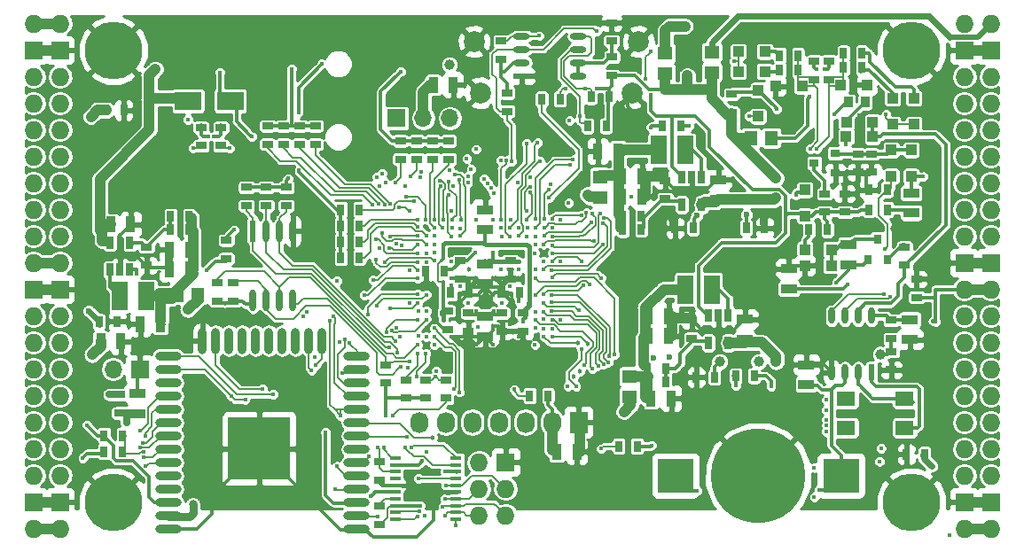
<source format=gbl>
G04 #@! TF.GenerationSoftware,KiCad,Pcbnew,5.0.0-rc2+dfsg1-3*
G04 #@! TF.CreationDate,2018-06-19T10:25:04+02:00*
G04 #@! TF.ProjectId,ulx3s,756C7833732E6B696361645F70636200,rev?*
G04 #@! TF.SameCoordinates,Original*
G04 #@! TF.FileFunction,Copper,L4,Bot,Signal*
G04 #@! TF.FilePolarity,Positive*
%FSLAX46Y46*%
G04 Gerber Fmt 4.6, Leading zero omitted, Abs format (unit mm)*
G04 Created by KiCad (PCBNEW 5.0.0-rc2+dfsg1-3) date Tue Jun 19 10:25:04 2018*
%MOMM*%
%LPD*%
G01*
G04 APERTURE LIST*
G04 #@! TA.AperFunction,SMDPad,CuDef*
%ADD10R,0.600000X2.100000*%
G04 #@! TD*
G04 #@! TA.AperFunction,SMDPad,CuDef*
%ADD11O,0.600000X2.100000*%
G04 #@! TD*
G04 #@! TA.AperFunction,SMDPad,CuDef*
%ADD12R,0.600000X1.550000*%
G04 #@! TD*
G04 #@! TA.AperFunction,SMDPad,CuDef*
%ADD13O,0.600000X1.550000*%
G04 #@! TD*
G04 #@! TA.AperFunction,SMDPad,CuDef*
%ADD14R,1.550000X0.600000*%
G04 #@! TD*
G04 #@! TA.AperFunction,SMDPad,CuDef*
%ADD15O,1.550000X0.600000*%
G04 #@! TD*
G04 #@! TA.AperFunction,SMDPad,CuDef*
%ADD16R,1.000000X0.400000*%
G04 #@! TD*
G04 #@! TA.AperFunction,SMDPad,CuDef*
%ADD17R,0.700000X1.200000*%
G04 #@! TD*
G04 #@! TA.AperFunction,SMDPad,CuDef*
%ADD18O,2.500000X0.900000*%
G04 #@! TD*
G04 #@! TA.AperFunction,SMDPad,CuDef*
%ADD19O,0.900000X2.500000*%
G04 #@! TD*
G04 #@! TA.AperFunction,SMDPad,CuDef*
%ADD20R,6.000000X6.000000*%
G04 #@! TD*
G04 #@! TA.AperFunction,ComponentPad*
%ADD21O,1.727200X1.727200*%
G04 #@! TD*
G04 #@! TA.AperFunction,ComponentPad*
%ADD22R,1.727200X1.727200*%
G04 #@! TD*
G04 #@! TA.AperFunction,ComponentPad*
%ADD23C,5.500000*%
G04 #@! TD*
G04 #@! TA.AperFunction,ComponentPad*
%ADD24R,1.727200X2.032000*%
G04 #@! TD*
G04 #@! TA.AperFunction,ComponentPad*
%ADD25O,1.727200X2.032000*%
G04 #@! TD*
G04 #@! TA.AperFunction,SMDPad,CuDef*
%ADD26R,3.500000X3.300000*%
G04 #@! TD*
G04 #@! TA.AperFunction,BGAPad,CuDef*
%ADD27C,9.000000*%
G04 #@! TD*
G04 #@! TA.AperFunction,SMDPad,CuDef*
%ADD28R,1.800000X1.400000*%
G04 #@! TD*
G04 #@! TA.AperFunction,SMDPad,CuDef*
%ADD29R,0.970000X1.500000*%
G04 #@! TD*
G04 #@! TA.AperFunction,SMDPad,CuDef*
%ADD30R,0.670000X1.000000*%
G04 #@! TD*
G04 #@! TA.AperFunction,SMDPad,CuDef*
%ADD31R,1.500000X0.970000*%
G04 #@! TD*
G04 #@! TA.AperFunction,SMDPad,CuDef*
%ADD32R,1.000000X0.670000*%
G04 #@! TD*
G04 #@! TA.AperFunction,ComponentPad*
%ADD33C,2.000000*%
G04 #@! TD*
G04 #@! TA.AperFunction,SMDPad,CuDef*
%ADD34R,1.000000X1.000000*%
G04 #@! TD*
G04 #@! TA.AperFunction,BGAPad,CuDef*
%ADD35C,0.300000*%
G04 #@! TD*
G04 #@! TA.AperFunction,ComponentPad*
%ADD36R,1.700000X1.700000*%
G04 #@! TD*
G04 #@! TA.AperFunction,ComponentPad*
%ADD37O,1.700000X1.700000*%
G04 #@! TD*
G04 #@! TA.AperFunction,SMDPad,CuDef*
%ADD38R,1.500000X2.700000*%
G04 #@! TD*
G04 #@! TA.AperFunction,SMDPad,CuDef*
%ADD39R,1.295000X1.400000*%
G04 #@! TD*
G04 #@! TA.AperFunction,SMDPad,CuDef*
%ADD40R,1.400000X1.295000*%
G04 #@! TD*
G04 #@! TA.AperFunction,SMDPad,CuDef*
%ADD41R,2.500000X1.800000*%
G04 #@! TD*
G04 #@! TA.AperFunction,SMDPad,CuDef*
%ADD42R,0.800000X0.900000*%
G04 #@! TD*
G04 #@! TA.AperFunction,SMDPad,CuDef*
%ADD43R,0.900000X0.800000*%
G04 #@! TD*
G04 #@! TA.AperFunction,SMDPad,CuDef*
%ADD44R,0.820000X1.000000*%
G04 #@! TD*
G04 #@! TA.AperFunction,ViaPad*
%ADD45C,0.400000*%
G04 #@! TD*
G04 #@! TA.AperFunction,ViaPad*
%ADD46C,0.700000*%
G04 #@! TD*
G04 #@! TA.AperFunction,ViaPad*
%ADD47C,0.454000*%
G04 #@! TD*
G04 #@! TA.AperFunction,ViaPad*
%ADD48C,0.600000*%
G04 #@! TD*
G04 #@! TA.AperFunction,ViaPad*
%ADD49C,1.000000*%
G04 #@! TD*
G04 #@! TA.AperFunction,ViaPad*
%ADD50C,0.800000*%
G04 #@! TD*
G04 #@! TA.AperFunction,Conductor*
%ADD51C,0.300000*%
G04 #@! TD*
G04 #@! TA.AperFunction,Conductor*
%ADD52C,0.500000*%
G04 #@! TD*
G04 #@! TA.AperFunction,Conductor*
%ADD53C,1.000000*%
G04 #@! TD*
G04 #@! TA.AperFunction,Conductor*
%ADD54C,0.700000*%
G04 #@! TD*
G04 #@! TA.AperFunction,Conductor*
%ADD55C,0.600000*%
G04 #@! TD*
G04 #@! TA.AperFunction,Conductor*
%ADD56C,0.400000*%
G04 #@! TD*
G04 #@! TA.AperFunction,Conductor*
%ADD57C,0.800000*%
G04 #@! TD*
G04 #@! TA.AperFunction,Conductor*
%ADD58C,0.190000*%
G04 #@! TD*
G04 #@! TA.AperFunction,Conductor*
%ADD59C,0.200000*%
G04 #@! TD*
G04 #@! TA.AperFunction,Conductor*
%ADD60C,1.500000*%
G04 #@! TD*
G04 #@! TA.AperFunction,Conductor*
%ADD61C,0.127000*%
G04 #@! TD*
G04 #@! TA.AperFunction,Conductor*
%ADD62C,0.180000*%
G04 #@! TD*
G04 #@! TA.AperFunction,Conductor*
%ADD63C,1.200000*%
G04 #@! TD*
G04 #@! TA.AperFunction,Conductor*
%ADD64C,0.254000*%
G04 #@! TD*
G04 APERTURE END LIST*
D10*
G04 #@! TO.P,U10,1*
G04 #@! TO.N,/flash/FLASH_nCS*
X116340000Y-82520000D03*
D11*
G04 #@! TO.P,U10,2*
G04 #@! TO.N,/flash/FLASH_MISO*
X117610000Y-82520000D03*
G04 #@! TO.P,U10,3*
G04 #@! TO.N,/flash/FLASH_nWP*
X118880000Y-82520000D03*
G04 #@! TO.P,U10,4*
G04 #@! TO.N,GND*
X120150000Y-82520000D03*
G04 #@! TO.P,U10,5*
G04 #@! TO.N,/flash/FLASH_MOSI*
X120150000Y-89124000D03*
G04 #@! TO.P,U10,6*
G04 #@! TO.N,/flash/FLASH_SCK*
X118880000Y-89124000D03*
G04 #@! TO.P,U10,7*
G04 #@! TO.N,/flash/FLASH_nHOLD*
X117610000Y-89124000D03*
G04 #@! TO.P,U10,8*
G04 #@! TO.N,+3V3*
X116340000Y-89124000D03*
G04 #@! TD*
D12*
G04 #@! TO.P,U7,1*
G04 #@! TO.N,/power/OSCI_32k*
X175395000Y-96015000D03*
D13*
G04 #@! TO.P,U7,2*
G04 #@! TO.N,/power/OSCO_32k*
X174125000Y-96015000D03*
G04 #@! TO.P,U7,3*
G04 #@! TO.N,/power/VBAT*
X172855000Y-96015000D03*
G04 #@! TO.P,U7,4*
G04 #@! TO.N,GND*
X171585000Y-96015000D03*
G04 #@! TO.P,U7,5*
G04 #@! TO.N,FPDI_SDA*
X171585000Y-90615000D03*
G04 #@! TO.P,U7,6*
G04 #@! TO.N,FPDI_SCL*
X172855000Y-90615000D03*
G04 #@! TO.P,U7,7*
G04 #@! TO.N,/power/WAKEUPn*
X174125000Y-90615000D03*
G04 #@! TO.P,U7,8*
G04 #@! TO.N,/power/RTCVDD*
X175395000Y-90615000D03*
G04 #@! TD*
D14*
G04 #@! TO.P,U11,1*
G04 #@! TO.N,GND*
X141980000Y-67706500D03*
D15*
G04 #@! TO.P,U11,2*
G04 #@! TO.N,+3V3*
X141980000Y-66436500D03*
G04 #@! TO.P,U11,3*
G04 #@! TO.N,FPDI_SCL*
X141980000Y-65166500D03*
G04 #@! TO.P,U11,4*
G04 #@! TO.N,FPDI_SDA*
X141980000Y-63896500D03*
G04 #@! TO.P,U11,5*
G04 #@! TO.N,GPDI_SDA*
X147380000Y-63896500D03*
G04 #@! TO.P,U11,6*
G04 #@! TO.N,GPDI_SCL*
X147380000Y-65166500D03*
G04 #@! TO.P,U11,7*
G04 #@! TO.N,/gpdi/VREF2*
X147380000Y-66436500D03*
G04 #@! TO.P,U11,8*
X147380000Y-67706500D03*
G04 #@! TD*
D16*
G04 #@! TO.P,U6,20*
G04 #@! TO.N,FTDI_TXD*
X129935000Y-104215000D03*
G04 #@! TO.P,U6,19*
G04 #@! TO.N,FTDI_nSLEEP*
X129935000Y-104865000D03*
G04 #@! TO.P,U6,18*
G04 #@! TO.N,FTDI_TXDEN*
X129935000Y-105515000D03*
G04 #@! TO.P,U6,17*
G04 #@! TO.N,FTDI_nRXLED*
X129935000Y-106165000D03*
G04 #@! TO.P,U6,16*
G04 #@! TO.N,GND*
X129935000Y-106815000D03*
G04 #@! TO.P,U6,15*
G04 #@! TO.N,USB5V*
X129935000Y-107465000D03*
G04 #@! TO.P,U6,14*
G04 #@! TO.N,nRESET*
X129935000Y-108115000D03*
G04 #@! TO.P,U6,13*
G04 #@! TO.N,FT2V5*
X129935000Y-108765000D03*
G04 #@! TO.P,U6,12*
G04 #@! TO.N,USB_FTDI_D-*
X129935000Y-109415000D03*
G04 #@! TO.P,U6,11*
G04 #@! TO.N,USB_FTDI_D+*
X129935000Y-110065000D03*
G04 #@! TO.P,U6,10*
G04 #@! TO.N,FTDI_nTXLED*
X135735000Y-110065000D03*
G04 #@! TO.P,U6,9*
G04 #@! TO.N,JTAG_TDO*
X135735000Y-109415000D03*
G04 #@! TO.P,U6,8*
G04 #@! TO.N,JTAG_TMS*
X135735000Y-108765000D03*
G04 #@! TO.P,U6,7*
G04 #@! TO.N,JTAG_TCK*
X135735000Y-108115000D03*
G04 #@! TO.P,U6,6*
G04 #@! TO.N,GND*
X135735000Y-107465000D03*
G04 #@! TO.P,U6,5*
G04 #@! TO.N,JTAG_TDI*
X135735000Y-106815000D03*
G04 #@! TO.P,U6,4*
G04 #@! TO.N,FTDI_RXD*
X135735000Y-106165000D03*
G04 #@! TO.P,U6,3*
G04 #@! TO.N,FT2V5*
X135735000Y-105515000D03*
G04 #@! TO.P,U6,2*
G04 #@! TO.N,FTDI_nRTS*
X135735000Y-104865000D03*
G04 #@! TO.P,U6,1*
G04 #@! TO.N,FTDI_nDTR*
X135735000Y-104215000D03*
G04 #@! TD*
D17*
G04 #@! TO.P,U5,1*
G04 #@! TO.N,/power/PWREN*
X157285000Y-77392000D03*
G04 #@! TO.P,U5,2*
G04 #@! TO.N,GND*
X158235000Y-77392000D03*
G04 #@! TO.P,U5,3*
G04 #@! TO.N,/power/L3*
X159185000Y-77392000D03*
G04 #@! TO.P,U5,4*
G04 #@! TO.N,+5V*
X159185000Y-79992000D03*
G04 #@! TO.P,U5,5*
G04 #@! TO.N,/power/FB3*
X157285000Y-79992000D03*
G04 #@! TD*
G04 #@! TO.P,U3,1*
G04 #@! TO.N,/power/PWREN*
X159825000Y-90600000D03*
G04 #@! TO.P,U3,2*
G04 #@! TO.N,GND*
X160775000Y-90600000D03*
G04 #@! TO.P,U3,3*
G04 #@! TO.N,/power/L1*
X161725000Y-90600000D03*
G04 #@! TO.P,U3,4*
G04 #@! TO.N,+5V*
X161725000Y-93200000D03*
G04 #@! TO.P,U3,5*
G04 #@! TO.N,/power/FB1*
X159825000Y-93200000D03*
G04 #@! TD*
G04 #@! TO.P,U4,1*
G04 #@! TO.N,/power/PWREN*
X104575000Y-86215000D03*
G04 #@! TO.P,U4,2*
G04 #@! TO.N,GND*
X103625000Y-86215000D03*
G04 #@! TO.P,U4,3*
G04 #@! TO.N,/power/L2*
X102675000Y-86215000D03*
G04 #@! TO.P,U4,4*
G04 #@! TO.N,+5V*
X102675000Y-83615000D03*
G04 #@! TO.P,U4,5*
G04 #@! TO.N,/power/FB2*
X104575000Y-83615000D03*
G04 #@! TD*
D18*
G04 #@! TO.P,U9,38*
G04 #@! TO.N,GND*
X126230000Y-111000000D03*
G04 #@! TO.P,U9,37*
G04 #@! TO.N,JTAG_TDI*
X126230000Y-109730000D03*
G04 #@! TO.P,U9,36*
G04 #@! TO.N,PROG_DONE*
X126230000Y-108460000D03*
G04 #@! TO.P,U9,35*
G04 #@! TO.N,WIFI_TXD*
X126230000Y-107190000D03*
G04 #@! TO.P,U9,34*
G04 #@! TO.N,WIFI_RXD*
X126230000Y-105920000D03*
G04 #@! TO.P,U9,33*
G04 #@! TO.N,JTAG_TMS*
X126230000Y-104650000D03*
G04 #@! TO.P,U9,32*
G04 #@! TO.N,Net-(U9-Pad32)*
X126230000Y-103380000D03*
G04 #@! TO.P,U9,31*
G04 #@! TO.N,JTAG_TDO*
X126230000Y-102110000D03*
G04 #@! TO.P,U9,30*
G04 #@! TO.N,JTAG_TCK*
X126230000Y-100840000D03*
G04 #@! TO.P,U9,29*
G04 #@! TO.N,WIFI_GPIO5*
X126230000Y-99570000D03*
G04 #@! TO.P,U9,28*
G04 #@! TO.N,WIFI_GPIO17*
X126230000Y-98300000D03*
G04 #@! TO.P,U9,27*
G04 #@! TO.N,WIFI_GPIO16*
X126230000Y-97030000D03*
G04 #@! TO.P,U9,26*
G04 #@! TO.N,SD_D1*
X126230000Y-95760000D03*
G04 #@! TO.P,U9,25*
G04 #@! TO.N,WIFI_GPIO0*
X126230000Y-94490000D03*
D19*
G04 #@! TO.P,U9,24*
G04 #@! TO.N,SD_D0*
X122945000Y-93000000D03*
G04 #@! TO.P,U9,23*
G04 #@! TO.N,SD_CMD*
X121675000Y-93000000D03*
G04 #@! TO.P,U9,22*
G04 #@! TO.N,Net-(U9-Pad22)*
X120405000Y-93000000D03*
G04 #@! TO.P,U9,21*
G04 #@! TO.N,Net-(U9-Pad21)*
X119135000Y-93000000D03*
G04 #@! TO.P,U9,20*
G04 #@! TO.N,Net-(U9-Pad20)*
X117865000Y-93000000D03*
G04 #@! TO.P,U9,19*
G04 #@! TO.N,Net-(U9-Pad19)*
X116595000Y-93000000D03*
G04 #@! TO.P,U9,18*
G04 #@! TO.N,Net-(U9-Pad18)*
X115325000Y-93000000D03*
G04 #@! TO.P,U9,17*
G04 #@! TO.N,Net-(U9-Pad17)*
X114055000Y-93000000D03*
G04 #@! TO.P,U9,16*
G04 #@! TO.N,SD_D3*
X112785000Y-93000000D03*
G04 #@! TO.P,U9,15*
G04 #@! TO.N,GND*
X111515000Y-93000000D03*
D18*
G04 #@! TO.P,U9,14*
G04 #@! TO.N,SD_D2*
X108230000Y-94490000D03*
G04 #@! TO.P,U9,13*
G04 #@! TO.N,SD_CLK*
X108230000Y-95760000D03*
G04 #@! TO.P,U9,12*
G04 #@! TO.N,Net-(U9-Pad12)*
X108230000Y-97030000D03*
G04 #@! TO.P,U9,11*
G04 #@! TO.N,GN11*
X108230000Y-98300000D03*
G04 #@! TO.P,U9,10*
G04 #@! TO.N,GP11*
X108230000Y-99570000D03*
G04 #@! TO.P,U9,9*
G04 #@! TO.N,GN12*
X108230000Y-100840000D03*
G04 #@! TO.P,U9,8*
G04 #@! TO.N,GP12*
X108230000Y-102110000D03*
G04 #@! TO.P,U9,7*
G04 #@! TO.N,GN13*
X108230000Y-103380000D03*
G04 #@! TO.P,U9,6*
G04 #@! TO.N,GP13*
X108230000Y-104650000D03*
G04 #@! TO.P,U9,5*
G04 #@! TO.N,Net-(U9-Pad5)*
X108230000Y-105920000D03*
G04 #@! TO.P,U9,4*
G04 #@! TO.N,Net-(U9-Pad4)*
X108230000Y-107190000D03*
G04 #@! TO.P,U9,3*
G04 #@! TO.N,/wifi/WIFIEN*
X108230000Y-108460000D03*
G04 #@! TO.P,U9,2*
G04 #@! TO.N,+3V3*
X108230000Y-109730000D03*
G04 #@! TO.P,U9,1*
G04 #@! TO.N,GND*
X108230000Y-111000000D03*
D20*
G04 #@! TO.P,U9,39*
X116930000Y-103300000D03*
G04 #@! TD*
D21*
G04 #@! TO.P,J1,1*
G04 #@! TO.N,2V5_3V3*
X97910000Y-62690000D03*
G04 #@! TO.P,J1,2*
X95370000Y-62690000D03*
D22*
G04 #@! TO.P,J1,3*
G04 #@! TO.N,GND*
X97910000Y-65230000D03*
G04 #@! TO.P,J1,4*
X95370000Y-65230000D03*
D21*
G04 #@! TO.P,J1,5*
G04 #@! TO.N,GN0*
X97910000Y-67770000D03*
G04 #@! TO.P,J1,6*
G04 #@! TO.N,GP0*
X95370000Y-67770000D03*
G04 #@! TO.P,J1,7*
G04 #@! TO.N,GN1*
X97910000Y-70310000D03*
G04 #@! TO.P,J1,8*
G04 #@! TO.N,GP1*
X95370000Y-70310000D03*
G04 #@! TO.P,J1,9*
G04 #@! TO.N,GN2*
X97910000Y-72850000D03*
G04 #@! TO.P,J1,10*
G04 #@! TO.N,GP2*
X95370000Y-72850000D03*
G04 #@! TO.P,J1,11*
G04 #@! TO.N,GN3*
X97910000Y-75390000D03*
G04 #@! TO.P,J1,12*
G04 #@! TO.N,GP3*
X95370000Y-75390000D03*
G04 #@! TO.P,J1,13*
G04 #@! TO.N,GN4*
X97910000Y-77930000D03*
G04 #@! TO.P,J1,14*
G04 #@! TO.N,GP4*
X95370000Y-77930000D03*
G04 #@! TO.P,J1,15*
G04 #@! TO.N,GN5*
X97910000Y-80470000D03*
G04 #@! TO.P,J1,16*
G04 #@! TO.N,GP5*
X95370000Y-80470000D03*
G04 #@! TO.P,J1,17*
G04 #@! TO.N,GN6*
X97910000Y-83010000D03*
G04 #@! TO.P,J1,18*
G04 #@! TO.N,GP6*
X95370000Y-83010000D03*
G04 #@! TO.P,J1,19*
G04 #@! TO.N,2V5_3V3*
X97910000Y-85550000D03*
G04 #@! TO.P,J1,20*
X95370000Y-85550000D03*
D22*
G04 #@! TO.P,J1,21*
G04 #@! TO.N,GND*
X97910000Y-88090000D03*
G04 #@! TO.P,J1,22*
X95370000Y-88090000D03*
D21*
G04 #@! TO.P,J1,23*
G04 #@! TO.N,GN7*
X97910000Y-90630000D03*
G04 #@! TO.P,J1,24*
G04 #@! TO.N,GP7*
X95370000Y-90630000D03*
G04 #@! TO.P,J1,25*
G04 #@! TO.N,GN8*
X97910000Y-93170000D03*
G04 #@! TO.P,J1,26*
G04 #@! TO.N,GP8*
X95370000Y-93170000D03*
G04 #@! TO.P,J1,27*
G04 #@! TO.N,GN9*
X97910000Y-95710000D03*
G04 #@! TO.P,J1,28*
G04 #@! TO.N,GP9*
X95370000Y-95710000D03*
G04 #@! TO.P,J1,29*
G04 #@! TO.N,GN10*
X97910000Y-98250000D03*
G04 #@! TO.P,J1,30*
G04 #@! TO.N,GP10*
X95370000Y-98250000D03*
G04 #@! TO.P,J1,31*
G04 #@! TO.N,GN11*
X97910000Y-100790000D03*
G04 #@! TO.P,J1,32*
G04 #@! TO.N,GP11*
X95370000Y-100790000D03*
G04 #@! TO.P,J1,33*
G04 #@! TO.N,GN12*
X97910000Y-103330000D03*
G04 #@! TO.P,J1,34*
G04 #@! TO.N,GP12*
X95370000Y-103330000D03*
G04 #@! TO.P,J1,35*
G04 #@! TO.N,GN13*
X97910000Y-105870000D03*
G04 #@! TO.P,J1,36*
G04 #@! TO.N,GP13*
X95370000Y-105870000D03*
D22*
G04 #@! TO.P,J1,37*
G04 #@! TO.N,GND*
X97910000Y-108410000D03*
G04 #@! TO.P,J1,38*
X95370000Y-108410000D03*
D21*
G04 #@! TO.P,J1,39*
G04 #@! TO.N,2V5_3V3*
X97910000Y-110950000D03*
G04 #@! TO.P,J1,40*
X95370000Y-110950000D03*
G04 #@! TD*
G04 #@! TO.P,J2,1*
G04 #@! TO.N,+3V3*
X184270000Y-110950000D03*
G04 #@! TO.P,J2,2*
X186810000Y-110950000D03*
D22*
G04 #@! TO.P,J2,3*
G04 #@! TO.N,GND*
X184270000Y-108410000D03*
G04 #@! TO.P,J2,4*
X186810000Y-108410000D03*
D21*
G04 #@! TO.P,J2,5*
G04 #@! TO.N,GN14*
X184270000Y-105870000D03*
G04 #@! TO.P,J2,6*
G04 #@! TO.N,GP14*
X186810000Y-105870000D03*
G04 #@! TO.P,J2,7*
G04 #@! TO.N,GN15*
X184270000Y-103330000D03*
G04 #@! TO.P,J2,8*
G04 #@! TO.N,GP15*
X186810000Y-103330000D03*
G04 #@! TO.P,J2,9*
G04 #@! TO.N,GN16*
X184270000Y-100790000D03*
G04 #@! TO.P,J2,10*
G04 #@! TO.N,GP16*
X186810000Y-100790000D03*
G04 #@! TO.P,J2,11*
G04 #@! TO.N,GN17*
X184270000Y-98250000D03*
G04 #@! TO.P,J2,12*
G04 #@! TO.N,GP17*
X186810000Y-98250000D03*
G04 #@! TO.P,J2,13*
G04 #@! TO.N,GN18*
X184270000Y-95710000D03*
G04 #@! TO.P,J2,14*
G04 #@! TO.N,GP18*
X186810000Y-95710000D03*
G04 #@! TO.P,J2,15*
G04 #@! TO.N,GN19*
X184270000Y-93170000D03*
G04 #@! TO.P,J2,16*
G04 #@! TO.N,GP19*
X186810000Y-93170000D03*
G04 #@! TO.P,J2,17*
G04 #@! TO.N,GN20*
X184270000Y-90630000D03*
G04 #@! TO.P,J2,18*
G04 #@! TO.N,GP20*
X186810000Y-90630000D03*
G04 #@! TO.P,J2,19*
G04 #@! TO.N,+3V3*
X184270000Y-88090000D03*
G04 #@! TO.P,J2,20*
X186810000Y-88090000D03*
D22*
G04 #@! TO.P,J2,21*
G04 #@! TO.N,GND*
X184270000Y-85550000D03*
G04 #@! TO.P,J2,22*
X186810000Y-85550000D03*
D21*
G04 #@! TO.P,J2,23*
G04 #@! TO.N,GN21*
X184270000Y-83010000D03*
G04 #@! TO.P,J2,24*
G04 #@! TO.N,GP21*
X186810000Y-83010000D03*
G04 #@! TO.P,J2,25*
G04 #@! TO.N,GN22*
X184270000Y-80470000D03*
G04 #@! TO.P,J2,26*
G04 #@! TO.N,GP22*
X186810000Y-80470000D03*
G04 #@! TO.P,J2,27*
G04 #@! TO.N,GN23*
X184270000Y-77930000D03*
G04 #@! TO.P,J2,28*
G04 #@! TO.N,GP23*
X186810000Y-77930000D03*
G04 #@! TO.P,J2,29*
G04 #@! TO.N,GN24*
X184270000Y-75390000D03*
G04 #@! TO.P,J2,30*
G04 #@! TO.N,GP24*
X186810000Y-75390000D03*
G04 #@! TO.P,J2,31*
G04 #@! TO.N,GN25*
X184270000Y-72850000D03*
G04 #@! TO.P,J2,32*
G04 #@! TO.N,GP25*
X186810000Y-72850000D03*
G04 #@! TO.P,J2,33*
G04 #@! TO.N,GN26*
X184270000Y-70310000D03*
G04 #@! TO.P,J2,34*
G04 #@! TO.N,GP26*
X186810000Y-70310000D03*
G04 #@! TO.P,J2,35*
G04 #@! TO.N,GN27*
X184270000Y-67770000D03*
G04 #@! TO.P,J2,36*
G04 #@! TO.N,GP27*
X186810000Y-67770000D03*
D22*
G04 #@! TO.P,J2,37*
G04 #@! TO.N,GND*
X184270000Y-65230000D03*
G04 #@! TO.P,J2,38*
X186810000Y-65230000D03*
D21*
G04 #@! TO.P,J2,39*
G04 #@! TO.N,/gpio/IN5V*
X184270000Y-62690000D03*
G04 #@! TO.P,J2,40*
G04 #@! TO.N,/gpio/OUT5V*
X186810000Y-62690000D03*
G04 #@! TD*
D23*
G04 #@! TO.P,H1,1*
G04 #@! TO.N,GND*
X102990000Y-108410000D03*
G04 #@! TD*
G04 #@! TO.P,H2,1*
G04 #@! TO.N,GND*
X179190000Y-108410000D03*
G04 #@! TD*
G04 #@! TO.P,H3,1*
G04 #@! TO.N,GND*
X179190000Y-65230000D03*
G04 #@! TD*
G04 #@! TO.P,H4,1*
G04 #@! TO.N,GND*
X102990000Y-65230000D03*
G04 #@! TD*
D22*
G04 #@! TO.P,J4,1*
G04 #@! TO.N,GND*
X140455000Y-104600000D03*
D21*
G04 #@! TO.P,J4,2*
G04 #@! TO.N,+3V3*
X137915000Y-104600000D03*
G04 #@! TO.P,J4,3*
G04 #@! TO.N,JTAG_TDI*
X140455000Y-107140000D03*
G04 #@! TO.P,J4,4*
G04 #@! TO.N,JTAG_TCK*
X137915000Y-107140000D03*
G04 #@! TO.P,J4,5*
G04 #@! TO.N,JTAG_TMS*
X140455000Y-109680000D03*
G04 #@! TO.P,J4,6*
G04 #@! TO.N,JTAG_TDO*
X137915000Y-109680000D03*
G04 #@! TD*
D24*
G04 #@! TO.P,OLED1,1*
G04 #@! TO.N,GND*
X147440000Y-100790000D03*
D25*
G04 #@! TO.P,OLED1,2*
G04 #@! TO.N,+3V3*
X144900000Y-100790000D03*
G04 #@! TO.P,OLED1,3*
G04 #@! TO.N,OLED_CLK*
X142360000Y-100790000D03*
G04 #@! TO.P,OLED1,4*
G04 #@! TO.N,OLED_MOSI*
X139820000Y-100790000D03*
G04 #@! TO.P,OLED1,5*
G04 #@! TO.N,OLED_RES*
X137280000Y-100790000D03*
G04 #@! TO.P,OLED1,6*
G04 #@! TO.N,OLED_DC*
X134740000Y-100790000D03*
G04 #@! TO.P,OLED1,7*
G04 #@! TO.N,OLED_CS*
X132200000Y-100790000D03*
G04 #@! TD*
D26*
G04 #@! TO.P,BAT1,1*
G04 #@! TO.N,/power/VBAT*
X172485000Y-105870000D03*
X156685000Y-105870000D03*
D27*
G04 #@! TO.P,BAT1,2*
G04 #@! TO.N,GND*
X164585000Y-105870000D03*
G04 #@! TD*
D28*
G04 #@! TO.P,Y2,4*
G04 #@! TO.N,/power/OSCO_32k*
X178576000Y-98522000D03*
G04 #@! TO.P,Y2,3*
G04 #@! TO.N,Net-(Y2-Pad3)*
X172976000Y-98522000D03*
G04 #@! TO.P,Y2,2*
G04 #@! TO.N,Net-(Y2-Pad2)*
X172976000Y-101322000D03*
G04 #@! TO.P,Y2,1*
G04 #@! TO.N,/power/OSCI_32k*
X178576000Y-101322000D03*
G04 #@! TD*
D29*
G04 #@! TO.P,C47,1*
G04 #@! TO.N,2V5_3V3*
X133546000Y-68550000D03*
G04 #@! TO.P,C47,2*
G04 #@! TO.N,GND*
X135456000Y-68550000D03*
G04 #@! TD*
G04 #@! TO.P,C1,1*
G04 #@! TO.N,+5V*
X102748500Y-81885000D03*
G04 #@! TO.P,C1,2*
G04 #@! TO.N,GND*
X104658500Y-81885000D03*
G04 #@! TD*
D30*
G04 #@! TO.P,C2,1*
G04 #@! TO.N,/power/P1V1*
X153985000Y-96910000D03*
G04 #@! TO.P,C2,2*
G04 #@! TO.N,/power/FB1*
X155735000Y-96910000D03*
G04 #@! TD*
D29*
G04 #@! TO.P,C3,2*
G04 #@! TO.N,GND*
X156015000Y-90630000D03*
G04 #@! TO.P,C3,1*
G04 #@! TO.N,/power/P1V1*
X154105000Y-90630000D03*
G04 #@! TD*
G04 #@! TO.P,C4,1*
G04 #@! TO.N,/power/P1V1*
X154105000Y-92535000D03*
G04 #@! TO.P,C4,2*
G04 #@! TO.N,GND*
X156015000Y-92535000D03*
G04 #@! TD*
D31*
G04 #@! TO.P,C5,2*
G04 #@! TO.N,GND*
X163315000Y-90945000D03*
G04 #@! TO.P,C5,1*
G04 #@! TO.N,+5V*
X163315000Y-92855000D03*
G04 #@! TD*
D30*
G04 #@! TO.P,C6,1*
G04 #@! TO.N,/power/P3V3*
X151645000Y-82375000D03*
G04 #@! TO.P,C6,2*
G04 #@! TO.N,/power/FB3*
X153395000Y-82375000D03*
G04 #@! TD*
D29*
G04 #@! TO.P,C7,2*
G04 #@! TO.N,GND*
X153475000Y-79200000D03*
G04 #@! TO.P,C7,1*
G04 #@! TO.N,/power/P3V3*
X151565000Y-79200000D03*
G04 #@! TD*
G04 #@! TO.P,C8,2*
G04 #@! TO.N,GND*
X153475000Y-77295000D03*
G04 #@! TO.P,C8,1*
G04 #@! TO.N,/power/P3V3*
X151565000Y-77295000D03*
G04 #@! TD*
D31*
G04 #@! TO.P,C9,1*
G04 #@! TO.N,+5V*
X160775000Y-79520000D03*
G04 #@! TO.P,C9,2*
G04 #@! TO.N,GND*
X160775000Y-77610000D03*
G04 #@! TD*
D30*
G04 #@! TO.P,C10,2*
G04 #@! TO.N,/power/FB2*
X108465000Y-81105000D03*
G04 #@! TO.P,C10,1*
G04 #@! TO.N,/power/P2V5*
X110215000Y-81105000D03*
G04 #@! TD*
D29*
G04 #@! TO.P,C11,2*
G04 #@! TO.N,GND*
X108385000Y-84280000D03*
G04 #@! TO.P,C11,1*
G04 #@! TO.N,/power/P2V5*
X110295000Y-84280000D03*
G04 #@! TD*
G04 #@! TO.P,C12,1*
G04 #@! TO.N,/power/P2V5*
X110295000Y-86185000D03*
G04 #@! TO.P,C12,2*
G04 #@! TO.N,GND*
X108385000Y-86185000D03*
G04 #@! TD*
D31*
G04 #@! TO.P,C13,2*
G04 #@! TO.N,/power/WKUP*
X173221000Y-83833000D03*
G04 #@! TO.P,C13,1*
G04 #@! TO.N,+5V*
X173221000Y-85743000D03*
G04 #@! TD*
D32*
G04 #@! TO.P,C14,2*
G04 #@! TO.N,GND*
X175380000Y-76900000D03*
G04 #@! TO.P,C14,1*
G04 #@! TO.N,/power/SHUT*
X175380000Y-75150000D03*
G04 #@! TD*
D31*
G04 #@! TO.P,C15,1*
G04 #@! TO.N,/sdcard/SD3V3*
X105276000Y-99967000D03*
G04 #@! TO.P,C15,2*
G04 #@! TO.N,GND*
X105276000Y-98057000D03*
G04 #@! TD*
G04 #@! TO.P,C16,1*
G04 #@! TO.N,+3V3*
X167506000Y-88029000D03*
G04 #@! TO.P,C16,2*
G04 #@! TO.N,GND*
X167506000Y-86119000D03*
G04 #@! TD*
G04 #@! TO.P,C17,1*
G04 #@! TO.N,+1V1*
X138500000Y-90665000D03*
G04 #@! TO.P,C17,2*
G04 #@! TO.N,GND*
X138500000Y-92575000D03*
G04 #@! TD*
D32*
G04 #@! TO.P,C18,1*
G04 #@! TO.N,/gpdi/VREF2*
X150589600Y-64359000D03*
G04 #@! TO.P,C18,2*
G04 #@! TO.N,GND*
X150589600Y-62609000D03*
G04 #@! TD*
D31*
G04 #@! TO.P,C19,1*
G04 #@! TO.N,+2V5*
X138500000Y-82375000D03*
G04 #@! TO.P,C19,2*
G04 #@! TO.N,GND*
X138500000Y-80465000D03*
G04 #@! TD*
G04 #@! TO.P,C20,2*
G04 #@! TO.N,GND*
X138500000Y-87575000D03*
G04 #@! TO.P,C20,1*
G04 #@! TO.N,+3V3*
X138500000Y-85665000D03*
G04 #@! TD*
D29*
G04 #@! TO.P,C21,2*
G04 #@! TO.N,GND*
X103706000Y-93061000D03*
G04 #@! TO.P,C21,1*
G04 #@! TO.N,+3V3*
X101796000Y-93061000D03*
G04 #@! TD*
G04 #@! TO.P,C22,1*
G04 #@! TO.N,/power/P1V1*
X154359000Y-98504000D03*
G04 #@! TO.P,C22,2*
G04 #@! TO.N,GND*
X156269000Y-98504000D03*
G04 #@! TD*
G04 #@! TO.P,C23,2*
G04 #@! TO.N,GND*
X105591000Y-91392000D03*
G04 #@! TO.P,C23,1*
G04 #@! TO.N,/power/P2V5*
X107501000Y-91392000D03*
G04 #@! TD*
G04 #@! TO.P,C24,1*
G04 #@! TO.N,/power/P3V3*
X151189000Y-74882000D03*
G04 #@! TO.P,C24,2*
G04 #@! TO.N,GND*
X149279000Y-74882000D03*
G04 #@! TD*
D32*
G04 #@! TO.P,C25,2*
G04 #@! TO.N,GND*
X140900000Y-87095000D03*
G04 #@! TO.P,C25,1*
G04 #@! TO.N,+3V3*
X140900000Y-85345000D03*
G04 #@! TD*
G04 #@! TO.P,C26,2*
G04 #@! TO.N,GND*
X136100000Y-87095000D03*
G04 #@! TO.P,C26,1*
G04 #@! TO.N,2V5_3V3*
X136100000Y-85345000D03*
G04 #@! TD*
G04 #@! TO.P,C27,2*
G04 #@! TO.N,GND*
X136900000Y-92095000D03*
G04 #@! TO.P,C27,1*
G04 #@! TO.N,+1V1*
X136900000Y-90345000D03*
G04 #@! TD*
G04 #@! TO.P,C28,1*
G04 #@! TO.N,+1V1*
X140100000Y-90345000D03*
G04 #@! TO.P,C28,2*
G04 #@! TO.N,GND*
X140100000Y-92095000D03*
G04 #@! TD*
G04 #@! TO.P,C29,2*
G04 #@! TO.N,GND*
X142100000Y-92095000D03*
G04 #@! TO.P,C29,1*
G04 #@! TO.N,+2V5*
X142100000Y-90345000D03*
G04 #@! TD*
G04 #@! TO.P,C30,1*
G04 #@! TO.N,+2V5*
X134900000Y-90145000D03*
G04 #@! TO.P,C30,2*
G04 #@! TO.N,GND*
X134900000Y-91895000D03*
G04 #@! TD*
D30*
G04 #@! TO.P,C31,1*
G04 #@! TO.N,+3V3*
X135225000Y-88420000D03*
G04 #@! TO.P,C31,2*
G04 #@! TO.N,GND*
X136975000Y-88420000D03*
G04 #@! TD*
G04 #@! TO.P,C32,2*
G04 #@! TO.N,GND*
X140025000Y-88420000D03*
G04 #@! TO.P,C32,1*
G04 #@! TO.N,+3V3*
X141775000Y-88420000D03*
G04 #@! TD*
G04 #@! TO.P,C33,1*
G04 #@! TO.N,+3V3*
X163425000Y-82220000D03*
G04 #@! TO.P,C33,2*
G04 #@! TO.N,GND*
X165175000Y-82220000D03*
G04 #@! TD*
G04 #@! TO.P,C34,1*
G04 #@! TO.N,+3V3*
X158375000Y-82220000D03*
G04 #@! TO.P,C34,2*
G04 #@! TO.N,GND*
X156625000Y-82220000D03*
G04 #@! TD*
D32*
G04 #@! TO.P,C35,1*
G04 #@! TO.N,+3V3*
X177300000Y-94025000D03*
G04 #@! TO.P,C35,2*
G04 #@! TO.N,GND*
X177300000Y-95775000D03*
G04 #@! TD*
D29*
G04 #@! TO.P,C46,1*
G04 #@! TO.N,+3V3*
X145342000Y-103584000D03*
G04 #@! TO.P,C46,2*
G04 #@! TO.N,GND*
X147252000Y-103584000D03*
G04 #@! TD*
D30*
G04 #@! TO.P,C48,2*
G04 #@! TO.N,GND*
X103995000Y-70963000D03*
G04 #@! TO.P,C48,1*
G04 #@! TO.N,2V5_3V3*
X102245000Y-70963000D03*
G04 #@! TD*
G04 #@! TO.P,C49,2*
G04 #@! TO.N,GND*
X103372000Y-91156000D03*
G04 #@! TO.P,C49,1*
G04 #@! TO.N,2V5_3V3*
X101622000Y-91156000D03*
G04 #@! TD*
D32*
G04 #@! TO.P,C50,1*
G04 #@! TO.N,+3V3*
X179713000Y-88856000D03*
G04 #@! TO.P,C50,2*
G04 #@! TO.N,GND*
X179713000Y-87106000D03*
G04 #@! TD*
D30*
G04 #@! TO.P,C51,1*
G04 #@! TO.N,+3V3*
X180473000Y-103856000D03*
G04 #@! TO.P,C51,2*
G04 #@! TO.N,GND*
X178723000Y-103856000D03*
G04 #@! TD*
G04 #@! TO.P,C52,2*
G04 #@! TO.N,GND*
X158645000Y-96490000D03*
G04 #@! TO.P,C52,1*
G04 #@! TO.N,+3V3*
X160395000Y-96490000D03*
G04 #@! TD*
G04 #@! TO.P,C53,2*
G04 #@! TO.N,GND*
X132827200Y-86330000D03*
G04 #@! TO.P,C53,1*
G04 #@! TO.N,2V5_3V3*
X134577200Y-86330000D03*
G04 #@! TD*
D31*
G04 #@! TO.P,C54,2*
G04 #@! TO.N,GND*
X169172000Y-95281000D03*
G04 #@! TO.P,C54,1*
G04 #@! TO.N,/power/VBAT*
X169172000Y-97191000D03*
G04 #@! TD*
G04 #@! TO.P,D11,1*
G04 #@! TO.N,/power/HOLD*
X179190000Y-80790000D03*
G04 #@! TO.P,D11,2*
G04 #@! TO.N,+3V3*
X179190000Y-78880000D03*
G04 #@! TD*
D33*
G04 #@! TO.P,GPDI1,0*
G04 #@! TO.N,GND*
X152546000Y-69312000D03*
X138046000Y-69312000D03*
X153146000Y-64412000D03*
X137446000Y-64412000D03*
G04 #@! TD*
D34*
G04 #@! TO.P,D10,1*
G04 #@! TO.N,/power/WAKE*
X169050000Y-84280000D03*
G04 #@! TO.P,D10,2*
G04 #@! TO.N,/power/WKUP*
X171550000Y-84280000D03*
G04 #@! TD*
G04 #@! TO.P,D12,2*
G04 #@! TO.N,/power/FTDI_nSUSPEND*
X169030000Y-78585000D03*
G04 #@! TO.P,D12,1*
G04 #@! TO.N,/power/PWREN*
X169030000Y-81085000D03*
G04 #@! TD*
G04 #@! TO.P,D13,1*
G04 #@! TO.N,/power/WKUP*
X171550000Y-85804000D03*
G04 #@! TO.P,D13,2*
G04 #@! TO.N,GND*
X169050000Y-85804000D03*
G04 #@! TD*
G04 #@! TO.P,D14,2*
G04 #@! TO.N,/power/SHUT*
X179190000Y-74775000D03*
G04 #@! TO.P,D14,1*
G04 #@! TO.N,+3V3*
X179190000Y-77275000D03*
G04 #@! TD*
G04 #@! TO.P,D15,2*
G04 #@! TO.N,SHUTDOWN*
X177285000Y-77275000D03*
G04 #@! TO.P,D15,1*
G04 #@! TO.N,/power/SHUT*
X177285000Y-74775000D03*
G04 #@! TD*
G04 #@! TO.P,D16,1*
G04 #@! TO.N,/power/PWRBTn*
X172987000Y-73503000D03*
G04 #@! TO.P,D16,2*
G04 #@! TO.N,/power/WAKEUPn*
X175487000Y-73503000D03*
G04 #@! TD*
G04 #@! TO.P,D17,1*
G04 #@! TO.N,/power/PWRBTn*
X164585000Y-69060000D03*
G04 #@! TO.P,D17,2*
G04 #@! TO.N,BTN_PWRn*
X164585000Y-71560000D03*
G04 #@! TD*
G04 #@! TO.P,D20,1*
G04 #@! TO.N,USB_FPGA_D+*
X168756000Y-68659000D03*
G04 #@! TO.P,D20,2*
G04 #@! TO.N,GND*
X166256000Y-68659000D03*
G04 #@! TD*
G04 #@! TO.P,D21,2*
G04 #@! TO.N,GND*
X174979000Y-68550000D03*
G04 #@! TO.P,D21,1*
G04 #@! TO.N,USB_FPGA_D-*
X172479000Y-68550000D03*
G04 #@! TD*
G04 #@! TO.P,D23,2*
G04 #@! TO.N,Net-(D23-Pad2)*
X165200000Y-67262000D03*
G04 #@! TO.P,D23,1*
G04 #@! TO.N,USB_FPGA_PULL_D+*
X162700000Y-67262000D03*
G04 #@! TD*
G04 #@! TO.P,D24,2*
G04 #@! TO.N,USB_FPGA_PULL_D+*
X162700000Y-65357000D03*
G04 #@! TO.P,D24,1*
G04 #@! TO.N,Net-(D24-Pad1)*
X165200000Y-65357000D03*
G04 #@! TD*
G04 #@! TO.P,D25,1*
G04 #@! TO.N,USB_FPGA_PULL_D-*
X177412000Y-72322000D03*
G04 #@! TO.P,D25,2*
G04 #@! TO.N,Net-(D25-Pad2)*
X177412000Y-69822000D03*
G04 #@! TD*
G04 #@! TO.P,D26,1*
G04 #@! TO.N,Net-(D26-Pad1)*
X179444000Y-69822000D03*
G04 #@! TO.P,D26,2*
G04 #@! TO.N,USB_FPGA_PULL_D-*
X179444000Y-72322000D03*
G04 #@! TD*
D35*
G04 #@! TO.P,AE1,1*
G04 #@! TO.N,/usb/ANT_433MHz*
X182888000Y-111603000D03*
G04 #@! TD*
D32*
G04 #@! TO.P,R49,1*
G04 #@! TO.N,USB_FTDI_D-*
X113277000Y-74360000D03*
G04 #@! TO.P,R49,2*
G04 #@! TO.N,/usb/FTD-*
X113277000Y-72610000D03*
G04 #@! TD*
G04 #@! TO.P,R50,2*
G04 #@! TO.N,/usb/FTD+*
X111372000Y-72610000D03*
G04 #@! TO.P,R50,1*
G04 #@! TO.N,USB_FTDI_D+*
X111372000Y-74360000D03*
G04 #@! TD*
D30*
G04 #@! TO.P,R51,2*
G04 #@! TO.N,/blinkey/SWPU*
X155455000Y-72487000D03*
G04 #@! TO.P,R51,1*
G04 #@! TO.N,2V5_3V3*
X157205000Y-72487000D03*
G04 #@! TD*
D32*
G04 #@! TO.P,R52,2*
G04 #@! TO.N,/usb/FPD-*
X171331000Y-66278000D03*
G04 #@! TO.P,R52,1*
G04 #@! TO.N,USB_FPGA_D-*
X171331000Y-68028000D03*
G04 #@! TD*
G04 #@! TO.P,R53,1*
G04 #@! TO.N,USB_FPGA_D+*
X169919000Y-68028000D03*
G04 #@! TO.P,R53,2*
G04 #@! TO.N,/usb/FPD+*
X169919000Y-66278000D03*
G04 #@! TD*
D30*
G04 #@! TO.P,R54,2*
G04 #@! TO.N,Net-(D26-Pad1)*
X174477000Y-65502000D03*
G04 #@! TO.P,R54,1*
G04 #@! TO.N,USB_FPGA_D-*
X172727000Y-65502000D03*
G04 #@! TD*
D32*
G04 #@! TO.P,R56,1*
G04 #@! TO.N,GND*
X128390000Y-106321000D03*
G04 #@! TO.P,R56,2*
G04 #@! TO.N,FTDI_TXDEN*
X128390000Y-104571000D03*
G04 #@! TD*
G04 #@! TO.P,R57,2*
G04 #@! TO.N,/analog/AUDIO_V*
X117722000Y-72483000D03*
G04 #@! TO.P,R57,1*
G04 #@! TO.N,AUDIO_V0*
X117722000Y-74233000D03*
G04 #@! TD*
G04 #@! TO.P,R58,1*
G04 #@! TO.N,AUDIO_V1*
X119246000Y-74233000D03*
G04 #@! TO.P,R58,2*
G04 #@! TO.N,/analog/AUDIO_V*
X119246000Y-72483000D03*
G04 #@! TD*
G04 #@! TO.P,R59,2*
G04 #@! TO.N,/analog/AUDIO_V*
X120770000Y-72483000D03*
G04 #@! TO.P,R59,1*
G04 #@! TO.N,AUDIO_V2*
X120770000Y-74233000D03*
G04 #@! TD*
G04 #@! TO.P,R60,1*
G04 #@! TO.N,AUDIO_V3*
X122294000Y-74233000D03*
G04 #@! TO.P,R60,2*
G04 #@! TO.N,/analog/AUDIO_V*
X122294000Y-72483000D03*
G04 #@! TD*
D30*
G04 #@! TO.P,R61,1*
G04 #@! TO.N,GPDI_CEC*
X145655000Y-69900000D03*
G04 #@! TO.P,R61,2*
G04 #@! TO.N,/gpdi/FPDI_CEC*
X143905000Y-69900000D03*
G04 #@! TD*
D36*
G04 #@! TO.P,J3,1*
G04 #@! TO.N,GND*
X105530000Y-95710000D03*
D37*
G04 #@! TO.P,J3,2*
G04 #@! TO.N,/wifi/WIFIEN*
X102990000Y-95710000D03*
G04 #@! TD*
D36*
G04 #@! TO.P,J5,1*
G04 #@! TO.N,+2V5*
X130056000Y-71725000D03*
D37*
G04 #@! TO.P,J5,2*
G04 #@! TO.N,2V5_3V3*
X132596000Y-71725000D03*
G04 #@! TO.P,J5,3*
G04 #@! TO.N,+3V3*
X135136000Y-71725000D03*
G04 #@! TD*
D30*
G04 #@! TO.P,R40,1*
G04 #@! TO.N,Net-(D24-Pad1)*
X166631000Y-65738000D03*
G04 #@! TO.P,R40,2*
G04 #@! TO.N,USB_FPGA_D+*
X168381000Y-65738000D03*
G04 #@! TD*
D32*
G04 #@! TO.P,R55,1*
G04 #@! TO.N,/flash/FPGA_DONE*
X134740000Y-96740000D03*
G04 #@! TO.P,R55,2*
G04 #@! TO.N,PROG_DONE*
X134740000Y-98490000D03*
G04 #@! TD*
D31*
G04 #@! TO.P,C55,1*
G04 #@! TO.N,/power/RTCVDD*
X179078000Y-90963000D03*
G04 #@! TO.P,C55,2*
G04 #@! TO.N,GND*
X179078000Y-92873000D03*
G04 #@! TD*
D32*
G04 #@! TO.P,R65,1*
G04 #@! TO.N,+3V3*
X177300000Y-92793000D03*
G04 #@! TO.P,R65,2*
G04 #@! TO.N,/power/RTCVDD*
X177300000Y-91043000D03*
G04 #@! TD*
D38*
G04 #@! TO.P,L1,1*
G04 #@! TO.N,/power/L1*
X160140000Y-88090000D03*
G04 #@! TO.P,L1,2*
G04 #@! TO.N,/power/P1V1*
X157600000Y-88090000D03*
G04 #@! TD*
G04 #@! TO.P,L2,1*
G04 #@! TO.N,/power/L2*
X103625000Y-88725000D03*
G04 #@! TO.P,L2,2*
G04 #@! TO.N,/power/P2V5*
X106165000Y-88725000D03*
G04 #@! TD*
G04 #@! TO.P,L3,2*
G04 #@! TO.N,/power/P3V3*
X155060000Y-74755000D03*
G04 #@! TO.P,L3,1*
G04 #@! TO.N,/power/L3*
X157600000Y-74755000D03*
G04 #@! TD*
D30*
G04 #@! TO.P,R1,2*
G04 #@! TO.N,/power/PWREN*
X171175000Y-82375000D03*
G04 #@! TO.P,R1,1*
G04 #@! TO.N,/power/WAKE*
X169425000Y-82375000D03*
G04 #@! TD*
D32*
G04 #@! TO.P,R2,2*
G04 #@! TO.N,GND*
X172840000Y-78960000D03*
G04 #@! TO.P,R2,1*
G04 #@! TO.N,/power/PWREN*
X172840000Y-80710000D03*
G04 #@! TD*
G04 #@! TO.P,R3,1*
G04 #@! TO.N,+5V*
X162045000Y-71185000D03*
G04 #@! TO.P,R3,2*
G04 #@! TO.N,/power/PWRBTn*
X162045000Y-69435000D03*
G04 #@! TD*
D30*
G04 #@! TO.P,R4,1*
G04 #@! TO.N,/power/HOLD*
X176890000Y-80470000D03*
G04 #@! TO.P,R4,2*
G04 #@! TO.N,/power/PWREN*
X175140000Y-80470000D03*
G04 #@! TD*
D32*
G04 #@! TO.P,R5,1*
G04 #@! TO.N,/power/SHUT*
X174110000Y-75150000D03*
G04 #@! TO.P,R5,2*
G04 #@! TO.N,GND*
X174110000Y-76900000D03*
G04 #@! TD*
G04 #@! TO.P,R6,2*
G04 #@! TO.N,/power/WAKEUPn*
X178555000Y-85790000D03*
G04 #@! TO.P,R6,1*
G04 #@! TO.N,/power/WKn*
X178555000Y-84040000D03*
G04 #@! TD*
G04 #@! TO.P,R7,2*
G04 #@! TO.N,/blinkey/BTNPUL*
X113785000Y-85155000D03*
G04 #@! TO.P,R7,1*
G04 #@! TO.N,+3V3*
X113785000Y-83405000D03*
G04 #@! TD*
G04 #@! TO.P,R8,1*
G04 #@! TO.N,/power/PWREN*
X170935000Y-80710000D03*
G04 #@! TO.P,R8,2*
G04 #@! TO.N,/power/SHD*
X170935000Y-78960000D03*
G04 #@! TD*
G04 #@! TO.P,R9,2*
G04 #@! TO.N,FT2V5*
X128390000Y-110555000D03*
G04 #@! TO.P,R9,1*
G04 #@! TO.N,nRESET*
X128390000Y-108805000D03*
G04 #@! TD*
D30*
G04 #@! TO.P,R10,2*
G04 #@! TO.N,FTDI_nSLEEP*
X151264000Y-103076000D03*
G04 #@! TO.P,R10,1*
G04 #@! TO.N,/power/FTDI_nSUSPEND*
X153014000Y-103076000D03*
G04 #@! TD*
D32*
G04 #@! TO.P,R11,2*
G04 #@! TO.N,/flash/FLASH_nWP*
X119515000Y-80093000D03*
G04 #@! TO.P,R11,1*
G04 #@! TO.N,+3V3*
X119515000Y-78343000D03*
G04 #@! TD*
G04 #@! TO.P,R12,1*
G04 #@! TO.N,+3V3*
X114420000Y-89219000D03*
G04 #@! TO.P,R12,2*
G04 #@! TO.N,/flash/FLASH_nHOLD*
X114420000Y-87469000D03*
G04 #@! TD*
D30*
G04 #@! TO.P,R13,2*
G04 #@! TO.N,GND*
X175140000Y-78565000D03*
G04 #@! TO.P,R13,1*
G04 #@! TO.N,SHUTDOWN*
X176890000Y-78565000D03*
G04 #@! TD*
G04 #@! TO.P,R14,2*
G04 #@! TO.N,/analog/AUDIO_L*
X124721000Y-85060000D03*
G04 #@! TO.P,R14,1*
G04 #@! TO.N,AUDIO_L0*
X126471000Y-85060000D03*
G04 #@! TD*
G04 #@! TO.P,R15,1*
G04 #@! TO.N,AUDIO_L1*
X126471000Y-83536000D03*
G04 #@! TO.P,R15,2*
G04 #@! TO.N,/analog/AUDIO_L*
X124721000Y-83536000D03*
G04 #@! TD*
G04 #@! TO.P,R16,2*
G04 #@! TO.N,/analog/AUDIO_L*
X124721000Y-82012000D03*
G04 #@! TO.P,R16,1*
G04 #@! TO.N,AUDIO_L2*
X126471000Y-82012000D03*
G04 #@! TD*
G04 #@! TO.P,R17,1*
G04 #@! TO.N,AUDIO_L3*
X126471000Y-80470000D03*
G04 #@! TO.P,R17,2*
G04 #@! TO.N,/analog/AUDIO_L*
X124721000Y-80470000D03*
G04 #@! TD*
D32*
G04 #@! TO.P,R18,2*
G04 #@! TO.N,/analog/AUDIO_R*
X130422000Y-73898000D03*
G04 #@! TO.P,R18,1*
G04 #@! TO.N,AUDIO_R0*
X130422000Y-75648000D03*
G04 #@! TD*
G04 #@! TO.P,R19,2*
G04 #@! TO.N,/analog/AUDIO_R*
X131961000Y-73898000D03*
G04 #@! TO.P,R19,1*
G04 #@! TO.N,AUDIO_R1*
X131961000Y-75648000D03*
G04 #@! TD*
G04 #@! TO.P,R20,2*
G04 #@! TO.N,/analog/AUDIO_R*
X133485000Y-73898000D03*
G04 #@! TO.P,R20,1*
G04 #@! TO.N,AUDIO_R2*
X133485000Y-75648000D03*
G04 #@! TD*
G04 #@! TO.P,R21,1*
G04 #@! TO.N,AUDIO_R3*
X135009000Y-75648000D03*
G04 #@! TO.P,R21,2*
G04 #@! TO.N,/analog/AUDIO_R*
X135009000Y-73898000D03*
G04 #@! TD*
G04 #@! TO.P,R22,1*
G04 #@! TO.N,+3V3*
X140025500Y-66105000D03*
G04 #@! TO.P,R22,2*
G04 #@! TO.N,FPDI_SDA*
X140025500Y-64355000D03*
G04 #@! TD*
G04 #@! TO.P,R23,2*
G04 #@! TO.N,FPDI_SCL*
X140597000Y-71076000D03*
G04 #@! TO.P,R23,1*
G04 #@! TO.N,+3V3*
X140597000Y-69326000D03*
G04 #@! TD*
G04 #@! TO.P,R24,1*
G04 #@! TO.N,+5V*
X150615000Y-67647000D03*
G04 #@! TO.P,R24,2*
G04 #@! TO.N,/gpdi/VREF2*
X150615000Y-65897000D03*
G04 #@! TD*
D30*
G04 #@! TO.P,R25,2*
G04 #@! TO.N,GPDI_SCL*
X148300000Y-72487000D03*
G04 #@! TO.P,R25,1*
G04 #@! TO.N,+5V*
X150050000Y-72487000D03*
G04 #@! TD*
G04 #@! TO.P,R26,1*
G04 #@! TO.N,+5V*
X150362000Y-69693000D03*
G04 #@! TO.P,R26,2*
G04 #@! TO.N,GPDI_SDA*
X148612000Y-69693000D03*
G04 #@! TD*
D32*
G04 #@! TO.P,R27,2*
G04 #@! TO.N,/flash/FLASH_MOSI*
X129025000Y-95300000D03*
G04 #@! TO.P,R27,1*
G04 #@! TO.N,+3V3*
X129025000Y-97050000D03*
G04 #@! TD*
G04 #@! TO.P,R28,1*
G04 #@! TO.N,+3V3*
X117595000Y-78343000D03*
G04 #@! TO.P,R28,2*
G04 #@! TO.N,/flash/FLASH_MISO*
X117595000Y-80093000D03*
G04 #@! TD*
G04 #@! TO.P,R29,1*
G04 #@! TO.N,+3V3*
X112896000Y-89219000D03*
G04 #@! TO.P,R29,2*
G04 #@! TO.N,/flash/FLASH_SCK*
X112896000Y-87469000D03*
G04 #@! TD*
G04 #@! TO.P,R30,1*
G04 #@! TO.N,+3V3*
X115690000Y-78343000D03*
G04 #@! TO.P,R30,2*
G04 #@! TO.N,/flash/FLASH_nCS*
X115690000Y-80093000D03*
G04 #@! TD*
D30*
G04 #@! TO.P,R31,2*
G04 #@! TO.N,/flash/FPGA_PROGRAMN*
X142755000Y-98250000D03*
G04 #@! TO.P,R31,1*
G04 #@! TO.N,+3V3*
X144505000Y-98250000D03*
G04 #@! TD*
D32*
G04 #@! TO.P,R32,1*
G04 #@! TO.N,+3V3*
X132835000Y-98490000D03*
G04 #@! TO.P,R32,2*
G04 #@! TO.N,/flash/FPGA_DONE*
X132835000Y-96740000D03*
G04 #@! TD*
G04 #@! TO.P,R33,2*
G04 #@! TO.N,/flash/FPGA_INITN*
X130930000Y-96740000D03*
G04 #@! TO.P,R33,1*
G04 #@! TO.N,+3V3*
X130930000Y-98490000D03*
G04 #@! TD*
D30*
G04 #@! TO.P,R34,1*
G04 #@! TO.N,+3V3*
X102115000Y-103600000D03*
G04 #@! TO.P,R34,2*
G04 #@! TO.N,WIFI_EN*
X103865000Y-103600000D03*
G04 #@! TD*
G04 #@! TO.P,R35,2*
G04 #@! TO.N,/wifi/WIFIEN*
X102115000Y-102060000D03*
G04 #@! TO.P,R35,1*
G04 #@! TO.N,WIFI_EN*
X103865000Y-102060000D03*
G04 #@! TD*
D32*
G04 #@! TO.P,R38,1*
G04 #@! TO.N,/sdcard/SD3V3*
X103576500Y-99905000D03*
G04 #@! TO.P,R38,2*
G04 #@! TO.N,+3V3*
X103576500Y-98155000D03*
G04 #@! TD*
D30*
G04 #@! TO.P,R39,1*
G04 #@! TO.N,+3V3*
X164190000Y-96345000D03*
G04 #@! TO.P,R39,2*
G04 #@! TO.N,/blinkey/BTNPUR*
X162440000Y-96345000D03*
G04 #@! TD*
G04 #@! TO.P,R63,2*
G04 #@! TO.N,USB_FPGA_D+*
X168381000Y-67135000D03*
G04 #@! TO.P,R63,1*
G04 #@! TO.N,Net-(D23-Pad2)*
X166631000Y-67135000D03*
G04 #@! TD*
G04 #@! TO.P,R64,1*
G04 #@! TO.N,Net-(D25-Pad2)*
X174475000Y-66899000D03*
G04 #@! TO.P,R64,2*
G04 #@! TO.N,USB_FPGA_D-*
X172725000Y-66899000D03*
G04 #@! TD*
G04 #@! TO.P,RA1,1*
G04 #@! TO.N,/power/P1V1*
X153985000Y-95640000D03*
G04 #@! TO.P,RA1,2*
G04 #@! TO.N,/power/FB1*
X155735000Y-95640000D03*
G04 #@! TD*
G04 #@! TO.P,RA2,1*
G04 #@! TO.N,/power/P2V5*
X110215000Y-82375000D03*
G04 #@! TO.P,RA2,2*
G04 #@! TO.N,/power/FB2*
X108465000Y-82375000D03*
G04 #@! TD*
G04 #@! TO.P,RA3,1*
G04 #@! TO.N,/power/P3V3*
X151645000Y-81105000D03*
G04 #@! TO.P,RA3,2*
G04 #@! TO.N,/power/FB3*
X153395000Y-81105000D03*
G04 #@! TD*
D32*
G04 #@! TO.P,RB1,2*
G04 #@! TO.N,/power/FB1*
X158235000Y-92775000D03*
G04 #@! TO.P,RB1,1*
G04 #@! TO.N,GND*
X158235000Y-91025000D03*
G04 #@! TD*
G04 #@! TO.P,RB2,1*
G04 #@! TO.N,GND*
X106165000Y-85790000D03*
G04 #@! TO.P,RB2,2*
G04 #@! TO.N,/power/FB2*
X106165000Y-84040000D03*
G04 #@! TD*
G04 #@! TO.P,RB3,2*
G04 #@! TO.N,/power/FB3*
X155695000Y-79440000D03*
G04 #@! TO.P,RB3,1*
G04 #@! TO.N,GND*
X155695000Y-77690000D03*
G04 #@! TD*
D39*
G04 #@! TO.P,RD9,1*
G04 #@! TO.N,/usb/US2VBUS*
X165821500Y-73630000D03*
G04 #@! TO.P,RD9,2*
G04 #@! TO.N,+5V*
X163886500Y-73630000D03*
G04 #@! TD*
D40*
G04 #@! TO.P,RD51,2*
G04 #@! TO.N,/gpio/IN5V*
X155710000Y-65550500D03*
G04 #@! TO.P,RD51,1*
G04 #@! TO.N,+5V*
X155710000Y-67485500D03*
G04 #@! TD*
G04 #@! TO.P,RD52,2*
G04 #@! TO.N,+5V*
X160155000Y-67358500D03*
G04 #@! TO.P,RD52,1*
G04 #@! TO.N,/gpio/OUT5V*
X160155000Y-65423500D03*
G04 #@! TD*
G04 #@! TO.P,RP1,1*
G04 #@! TO.N,/power/P1V1*
X152281000Y-96393500D03*
G04 #@! TO.P,RP1,2*
G04 #@! TO.N,+1V1*
X152281000Y-98328500D03*
G04 #@! TD*
D39*
G04 #@! TO.P,RP2,2*
G04 #@! TO.N,+2V5*
X111069500Y-88598000D03*
G04 #@! TO.P,RP2,1*
G04 #@! TO.N,/power/P2V5*
X109134500Y-88598000D03*
G04 #@! TD*
D40*
G04 #@! TO.P,RP3,1*
G04 #@! TO.N,/power/P3V3*
X149472000Y-77343500D03*
G04 #@! TO.P,RP3,2*
G04 #@! TO.N,+3V3*
X149472000Y-79278500D03*
G04 #@! TD*
D41*
G04 #@! TO.P,D8,1*
G04 #@! TO.N,+5V*
X110149000Y-70074000D03*
G04 #@! TO.P,D8,2*
G04 #@! TO.N,USB5V*
X114149000Y-70074000D03*
G04 #@! TD*
D42*
G04 #@! TO.P,Q1,3*
G04 #@! TO.N,/power/WKUP*
X176015000Y-83280000D03*
G04 #@! TO.P,Q1,2*
G04 #@! TO.N,+5V*
X175065000Y-85280000D03*
G04 #@! TO.P,Q1,1*
G04 #@! TO.N,/power/WKn*
X176965000Y-85280000D03*
G04 #@! TD*
D43*
G04 #@! TO.P,Q2,1*
G04 #@! TO.N,/power/SHUT*
X171935000Y-75075000D03*
G04 #@! TO.P,Q2,2*
G04 #@! TO.N,GND*
X171935000Y-76975000D03*
G04 #@! TO.P,Q2,3*
G04 #@! TO.N,/power/SHD*
X169935000Y-76025000D03*
G04 #@! TD*
D34*
G04 #@! TO.P,D27,1*
G04 #@! TO.N,/power/WAKEUPn*
X175502000Y-72106000D03*
G04 #@! TO.P,D27,2*
G04 #@! TO.N,Net-(D27-Pad2)*
X173002000Y-72106000D03*
G04 #@! TD*
D44*
G04 #@! TO.P,R66,1*
G04 #@! TO.N,US2_ID*
X173198000Y-70201000D03*
G04 #@! TO.P,R66,2*
G04 #@! TO.N,Net-(D27-Pad2)*
X174798000Y-70201000D03*
G04 #@! TD*
D45*
G04 #@! TO.N,*
X124632693Y-93120351D03*
D46*
G04 #@! TO.N,GND*
X112784000Y-102840000D03*
D45*
X141742847Y-69038361D03*
X152408000Y-72169500D03*
X138480000Y-92600000D03*
X140080000Y-92600000D03*
X135280000Y-87000000D03*
X145687392Y-90996646D03*
D47*
X141675979Y-86986521D03*
D45*
X140876932Y-84552536D03*
X132882184Y-84635369D03*
X132879996Y-82103336D03*
X140922639Y-81447441D03*
X177287984Y-96778661D03*
D48*
X152510125Y-81695229D03*
D45*
X131264297Y-86227110D03*
X135342764Y-89381630D03*
X144103496Y-84660400D03*
D49*
X177658444Y-82281349D03*
D45*
X145680000Y-81405125D03*
X145691238Y-94166752D03*
D49*
X162956098Y-95078488D03*
X158539988Y-94868772D03*
D48*
X161075765Y-80992022D03*
X164882869Y-80938986D03*
X156262773Y-81349374D03*
X123437000Y-108972000D03*
D45*
X135281276Y-80583119D03*
X131279502Y-89407325D03*
X170309539Y-85441529D03*
X145672808Y-85396062D03*
X133216000Y-107465000D03*
X137680000Y-88600000D03*
X142480000Y-95000000D03*
X141680000Y-92600000D03*
X135284627Y-94985297D03*
X135288625Y-94225619D03*
X134455822Y-94267172D03*
X136095958Y-93369652D03*
D47*
X139264636Y-91615205D03*
D49*
X116880503Y-64802940D03*
X106974809Y-64953974D03*
D45*
X140874194Y-91433353D03*
X142480000Y-94200000D03*
X140880000Y-93400000D03*
X139280000Y-93400000D03*
X137680000Y-93400000D03*
X136880000Y-92600000D03*
X135280000Y-92600000D03*
X132880000Y-91800000D03*
X132880000Y-93400000D03*
D47*
X139280000Y-87000000D03*
X137680000Y-87000000D03*
X136080000Y-84600000D03*
X139280000Y-88600000D03*
D49*
X175776000Y-63343000D03*
X164854000Y-63343000D03*
D45*
X174252000Y-71471000D03*
G04 #@! TO.N,+5V*
X149169500Y-68867500D03*
D49*
X166275426Y-77459534D03*
X107021491Y-67043629D03*
D45*
X172047074Y-87438453D03*
D49*
X166255545Y-79350736D03*
X157807568Y-67669269D03*
X101707889Y-82423180D03*
X166284693Y-95025145D03*
G04 #@! TO.N,/gpio/IN5V*
X157600000Y-62944000D03*
D45*
G04 #@! TO.N,+3V3*
X119692151Y-77494120D03*
X135263000Y-87727000D03*
X141740000Y-89250994D03*
D48*
X156091000Y-94585000D03*
D45*
X140032430Y-67286930D03*
X137803000Y-91664000D03*
D48*
X181155918Y-104980708D03*
D45*
X171089123Y-98665996D03*
X171089123Y-99619659D03*
D49*
X135105588Y-66616618D03*
D45*
X181491000Y-91156000D03*
X113660608Y-89375718D03*
D49*
X148268387Y-79050018D03*
D45*
X114513935Y-82409431D03*
X132110753Y-92527478D03*
X165803369Y-97344883D03*
D49*
X160905403Y-95006436D03*
D48*
X158731133Y-81048929D03*
X154593901Y-94607945D03*
D49*
X164625730Y-94982471D03*
D48*
X163462982Y-80942429D03*
D49*
X176254940Y-94288458D03*
D50*
X110593913Y-108636458D03*
D45*
X180340784Y-77316932D03*
X173137949Y-87594275D03*
X129005202Y-100174798D03*
X176305593Y-103279812D03*
X100080000Y-104200000D03*
X139272517Y-84611349D03*
X141680000Y-86200000D03*
X132880000Y-92600000D03*
X141680000Y-85400000D03*
D46*
X102624000Y-98141000D03*
D49*
X100973000Y-94331000D03*
D45*
X110117000Y-71852000D03*
G04 #@! TO.N,BTN_F1*
X121494155Y-90235621D03*
X130019546Y-91732979D03*
G04 #@! TO.N,BTN_F2*
X121166000Y-90648000D03*
X130384540Y-92584728D03*
G04 #@! TO.N,BTN_R*
X146394787Y-97333919D03*
X143300000Y-86220000D03*
G04 #@! TO.N,BTN_U*
X144891603Y-91881937D03*
X147175985Y-97333919D03*
X147700000Y-93820000D03*
G04 #@! TO.N,+2V5*
X142107219Y-91201016D03*
D49*
X110128890Y-90028152D03*
D45*
X142480000Y-83800000D03*
X134480000Y-83800000D03*
X134480000Y-91000000D03*
G04 #@! TO.N,/power/PWREN*
X154313000Y-69502500D03*
X120664983Y-71227362D03*
X122926177Y-66532317D03*
X105245010Y-86595559D03*
G04 #@! TO.N,/power/VBAT*
X170411010Y-107286196D03*
X158716651Y-107325176D03*
G04 #@! TO.N,JTAG_TDI*
X128216338Y-109813327D03*
X136050273Y-97914229D03*
X132708000Y-109680000D03*
X134750646Y-106810513D03*
X133680000Y-91800000D03*
G04 #@! TO.N,JTAG_TCK*
X135517000Y-97633000D03*
X134675868Y-108131585D03*
D47*
X133449289Y-102232615D03*
D45*
X133680000Y-92600000D03*
G04 #@! TO.N,JTAG_TMS*
X132928488Y-103601340D03*
X127419091Y-104077728D03*
X133685482Y-93402296D03*
X134463998Y-108841973D03*
G04 #@! TO.N,JTAG_TDO*
X131986331Y-96404793D03*
X131039072Y-102187000D03*
X134636872Y-109719950D03*
X132846234Y-94197073D03*
G04 #@! TO.N,SHUTDOWN*
X176700000Y-84220000D03*
X143260000Y-84620000D03*
G04 #@! TO.N,GPDI_SDA*
X148090000Y-68867500D03*
G04 #@! TO.N,GPDI_SCL*
X147582000Y-71534498D03*
G04 #@! TO.N,SD_CMD*
X121928000Y-95855000D03*
G04 #@! TO.N,SD_CLK*
X115593957Y-98664957D03*
X114280972Y-98295028D03*
G04 #@! TO.N,SD_D0*
X122309000Y-95347000D03*
X127810351Y-87182069D03*
X132083026Y-86260405D03*
G04 #@! TO.N,SD_D1*
X122203636Y-94585375D03*
X124849021Y-96102869D03*
G04 #@! TO.N,USB5V*
X113157250Y-67343629D03*
X116198000Y-73474420D03*
X127586603Y-107875044D03*
G04 #@! TO.N,GPDI_CEC*
X146233418Y-68946082D03*
G04 #@! TO.N,FTDI_nDTR*
X131453853Y-103208291D03*
G04 #@! TO.N,SDRAM_D15*
X149787294Y-81774991D03*
X144080000Y-86200000D03*
G04 #@! TO.N,SDRAM_A6*
X149553145Y-86989440D03*
X144894316Y-86977564D03*
G04 #@! TO.N,SDRAM_D13*
X144896700Y-83863953D03*
X149527221Y-80838006D03*
D47*
G04 #@! TO.N,SDRAM_D6*
X147343891Y-93217126D03*
D45*
X144113248Y-92588762D03*
G04 #@! TO.N,SDRAM_D14*
X149853189Y-81252115D03*
X144875155Y-86292748D03*
G04 #@! TO.N,SDRAM_D12*
X144916886Y-83019942D03*
X148696112Y-80861847D03*
D47*
G04 #@! TO.N,SDRAM_D5*
X148349010Y-93322307D03*
D45*
X144882352Y-92577990D03*
G04 #@! TO.N,SDRAM_D4*
X144902941Y-91037926D03*
X148747982Y-95669626D03*
G04 #@! TO.N,SDRAM_D3*
X144867244Y-90193915D03*
X149795895Y-95251084D03*
G04 #@! TO.N,SDRAM_D2*
X144856756Y-89349904D03*
X150278898Y-95040253D03*
G04 #@! TO.N,SDRAM_D1*
X150345974Y-94517527D03*
X144877648Y-88622010D03*
G04 #@! TO.N,SDRAM_D0*
X150889207Y-94332565D03*
X143280000Y-87000000D03*
G04 #@! TO.N,/flash/FLASH_nWP*
X129972715Y-93035096D03*
X131084713Y-95564177D03*
G04 #@! TO.N,/flash/FLASH_nHOLD*
X130422000Y-95456000D03*
G04 #@! TO.N,/flash/FLASH_MOSI*
X131316164Y-94959140D03*
G04 #@! TO.N,/flash/FLASH_MISO*
X130123373Y-94122671D03*
G04 #@! TO.N,/flash/FLASH_SCK*
X132031990Y-93400000D03*
G04 #@! TO.N,/flash/FLASH_nCS*
X129362027Y-93645784D03*
G04 #@! TO.N,/flash/FPGA_PROGRAMN*
X141280657Y-97642010D03*
X133852393Y-95875797D03*
G04 #@! TO.N,/flash/FPGA_DONE*
X133762848Y-96395146D03*
G04 #@! TO.N,/flash/FPGA_INITN*
X132080000Y-94200000D03*
G04 #@! TO.N,WIFI_EN*
X128452683Y-84116867D03*
X105890482Y-103613569D03*
G04 #@! TO.N,FTDI_nRTS*
X129449238Y-89937935D03*
X130839477Y-103208987D03*
X132075624Y-89410644D03*
G04 #@! TO.N,FTDI_TXD*
X128806823Y-103185900D03*
G04 #@! TO.N,FTDI_RXD*
X128136791Y-89611518D03*
X132162861Y-106185868D03*
X132880000Y-88600000D03*
G04 #@! TO.N,WIFI_RXD*
X126970181Y-88659309D03*
X124322162Y-105002357D03*
X132080000Y-87000000D03*
G04 #@! TO.N,WIFI_GPIO0*
X125525099Y-93236764D03*
G04 #@! TO.N,WIFI_TXD*
X124202418Y-107207639D03*
G04 #@! TO.N,USB_FTDI_D+*
X110599084Y-74589383D03*
X132024412Y-109766775D03*
G04 #@! TO.N,USB_FTDI_D-*
X114104080Y-74612196D03*
X132219727Y-109277292D03*
G04 #@! TO.N,SD_D3*
X117229000Y-97633008D03*
G04 #@! TO.N,AUDIO_L3*
X131677570Y-79697994D03*
G04 #@! TO.N,AUDIO_L2*
X132088008Y-81408008D03*
G04 #@! TO.N,AUDIO_L1*
X132079995Y-82103334D03*
G04 #@! TO.N,AUDIO_L0*
X132872609Y-82947347D03*
G04 #@! TO.N,AUDIO_R3*
X133664491Y-81414685D03*
G04 #@! TO.N,AUDIO_R2*
X133648389Y-82190597D03*
G04 #@! TO.N,AUDIO_R1*
X131353451Y-77264702D03*
G04 #@! TO.N,AUDIO_R0*
X129920953Y-77910818D03*
G04 #@! TO.N,OLED_CLK*
X129568570Y-92005655D03*
X132880000Y-91000000D03*
G04 #@! TO.N,OLED_MOSI*
X129055731Y-92162718D03*
X132077338Y-91002010D03*
G04 #@! TO.N,LED0*
X131265176Y-80621782D03*
X130272149Y-80238214D03*
G04 #@! TO.N,LED7*
X128091794Y-85277024D03*
X132089786Y-85479378D03*
G04 #@! TO.N,BTN_PWRn*
X146565997Y-71979003D03*
X134250176Y-78253806D03*
X163703220Y-71542164D03*
X134433979Y-82180155D03*
G04 #@! TO.N,FTDI_nTXLED*
X135656559Y-110610712D03*
G04 #@! TO.N,FTDI_nSLEEP*
X149577281Y-103320847D03*
X132468001Y-104503413D03*
D46*
G04 #@! TO.N,/sdcard/SD3V3*
X104260000Y-100790000D03*
D45*
G04 #@! TO.N,SD_D2*
X118245000Y-98141000D03*
G04 #@! TO.N,/blinkey/BTNPUL*
X111895217Y-86253790D03*
G04 #@! TO.N,/blinkey/BTNPUR*
X162441000Y-97270000D03*
X169934000Y-107920000D03*
X169934000Y-105126000D03*
G04 #@! TO.N,USB_FPGA_D+*
X169553000Y-74646000D03*
X142571021Y-82204353D03*
X143287402Y-83042010D03*
G04 #@! TO.N,/power/FTDI_nSUSPEND*
X154425580Y-102987766D03*
X168166438Y-79108038D03*
G04 #@! TO.N,/usb/FTD-*
X112614274Y-73474420D03*
G04 #@! TO.N,/usb/FTD+*
X112074854Y-73474420D03*
G04 #@! TO.N,ADC_MISO*
X176185734Y-104520755D03*
X143269694Y-93414905D03*
G04 #@! TO.N,ADC_MOSI*
X171089123Y-101653244D03*
X143280000Y-91800000D03*
G04 #@! TO.N,ADC_CSn*
X171089123Y-101086833D03*
X144064831Y-91877646D03*
G04 #@! TO.N,ADC_SCLK*
X171089123Y-100559822D03*
X144080000Y-90956495D03*
G04 #@! TO.N,SW3*
X135315381Y-82193851D03*
X135414395Y-78229653D03*
G04 #@! TO.N,SW2*
X135129679Y-76730134D03*
X136124555Y-82260038D03*
G04 #@! TO.N,SW1*
X135587699Y-77140701D03*
X136080000Y-83000000D03*
G04 #@! TO.N,USB_FPGA_D-*
X170188000Y-74646000D03*
X142785835Y-77341923D03*
X142460000Y-83020000D03*
X143280000Y-83800000D03*
G04 #@! TO.N,/usb/FPD+*
X170188000Y-67026000D03*
G04 #@! TO.N,/usb/FPD-*
X170950000Y-67026000D03*
G04 #@! TO.N,WIFI_GPIO16*
X125110333Y-92897638D03*
G04 #@! TO.N,/usb/ANT_433MHz*
X182888000Y-111603000D03*
X124361185Y-87274371D03*
X124361184Y-87274370D03*
G04 #@! TO.N,/power/PWRBTn*
X166353476Y-70835462D03*
X172982000Y-74265000D03*
G04 #@! TO.N,PROG_DONE*
X123273881Y-101715917D03*
X129660000Y-100155000D03*
G04 #@! TO.N,FTDI_TXDEN*
X128247798Y-103208979D03*
X127301115Y-90454353D03*
X132084049Y-88558274D03*
G04 #@! TO.N,/analog/AUDIO_V*
X120008000Y-67008000D03*
G04 #@! TO.N,AUDIO_V3*
X129437600Y-79946788D03*
X133680000Y-83000000D03*
G04 #@! TO.N,AUDIO_V2*
X128908575Y-79985477D03*
X133680000Y-83800000D03*
G04 #@! TO.N,AUDIO_V1*
X128328791Y-79953099D03*
X130487935Y-83869856D03*
G04 #@! TO.N,AUDIO_V0*
X133623139Y-85366416D03*
X127749884Y-79991140D03*
X128913013Y-85505853D03*
X129992018Y-83691508D03*
G04 #@! TO.N,+1V1*
X136080000Y-87800000D03*
X137624890Y-90122896D03*
X139322319Y-90164039D03*
X140080000Y-89400000D03*
X136880000Y-89400000D03*
X140896226Y-87816226D03*
D47*
X136938110Y-86196311D03*
D45*
X140014602Y-86192969D03*
D49*
X151758000Y-99774000D03*
D45*
G04 #@! TO.N,SW4*
X135021320Y-79024950D03*
X135280000Y-83022010D03*
G04 #@! TO.N,/blinkey/SWPU*
X154298000Y-72596000D03*
G04 #@! TO.N,/wifi/WIFIEN*
X100450000Y-101044000D03*
G04 #@! TO.N,FT2V5*
X132285867Y-108754446D03*
X134707351Y-105508447D03*
G04 #@! TO.N,GN0*
X139280000Y-81400000D03*
G04 #@! TO.N,GP0*
X139314656Y-78918689D03*
G04 #@! TO.N,GN1*
X139039938Y-78419090D03*
G04 #@! TO.N,GP1*
X138722927Y-77981589D03*
G04 #@! TO.N,GN2*
X138405916Y-77551542D03*
G04 #@! TO.N,GP2*
X137625200Y-74696800D03*
G04 #@! TO.N,GN3*
X137680000Y-81400000D03*
G04 #@! TO.N,GP3*
X136742593Y-75579407D03*
G04 #@! TO.N,GN4*
X137174375Y-76624866D03*
G04 #@! TO.N,GP4*
X136863200Y-77287600D03*
G04 #@! TO.N,GN5*
X136894606Y-77861070D03*
G04 #@! TO.N,GP5*
X136048819Y-77645502D03*
X136233339Y-81437235D03*
G04 #@! TO.N,GN6*
X135359567Y-81395445D03*
X135034780Y-77831198D03*
G04 #@! TO.N,GP6*
X134508502Y-81406751D03*
X134177298Y-77721089D03*
D47*
G04 #@! TO.N,GN14*
X146942280Y-96452058D03*
G04 #@! TO.N,GP14*
X147534467Y-95913260D03*
D45*
G04 #@! TO.N,GN15*
X147928857Y-95339016D03*
X143322010Y-91000657D03*
G04 #@! TO.N,GP15*
X149284391Y-95377990D03*
X144077013Y-90266968D03*
G04 #@! TO.N,GN16*
X147430953Y-90112484D03*
X144076240Y-89395301D03*
G04 #@! TO.N,GP16*
X143322010Y-90201951D03*
G04 #@! TO.N,GN17*
X147910791Y-87683418D03*
X144082832Y-88584510D03*
G04 #@! TO.N,GP17*
X148483539Y-87623462D03*
X143322010Y-88595030D03*
G04 #@! TO.N,GN18*
X144102010Y-85397219D03*
G04 #@! TO.N,GP18*
X144889349Y-85448737D03*
X147687390Y-85374093D03*
G04 #@! TO.N,GN19*
X144912409Y-84657964D03*
X149732494Y-83807694D03*
G04 #@! TO.N,GP19*
X148921512Y-83442010D03*
X144103186Y-83777990D03*
G04 #@! TO.N,GN20*
X144131413Y-83000000D03*
X148610661Y-81705858D03*
G04 #@! TO.N,GP20*
X144888125Y-82175931D03*
G04 #@! TO.N,GN21*
X144176662Y-82199998D03*
X148175253Y-80781550D03*
G04 #@! TO.N,GP21*
X144887777Y-81331919D03*
X147688311Y-80983115D03*
G04 #@! TO.N,GN22*
X142450323Y-81420000D03*
X142811300Y-78846033D03*
G04 #@! TO.N,GP22*
X142784407Y-78283067D03*
X142460000Y-80620000D03*
G04 #@! TO.N,GN23*
X144138346Y-81383767D03*
X144606344Y-78517346D03*
G04 #@! TO.N,GP23*
X144791531Y-78023942D03*
G04 #@! TO.N,GN24*
X146587441Y-76174058D03*
X143332651Y-82197990D03*
G04 #@! TO.N,GP24*
X146909804Y-75707894D03*
X143294334Y-81377293D03*
G04 #@! TO.N,GN25*
X143708879Y-75817300D03*
X141727010Y-82998875D03*
G04 #@! TO.N,GP25*
X141727010Y-82194937D03*
G04 #@! TO.N,GN26*
X140028978Y-82200000D03*
G04 #@! TO.N,GP26*
X141624813Y-77914503D03*
G04 #@! TO.N,GN27*
X142436989Y-74138000D03*
X140861329Y-83041266D03*
G04 #@! TO.N,GP27*
X143518000Y-74074500D03*
X140872990Y-82177164D03*
G04 #@! TO.N,GN7*
X132309031Y-77342560D03*
G04 #@! TO.N,GP7*
X132428734Y-76829323D03*
G04 #@! TO.N,GN8*
X128644933Y-77015661D03*
G04 #@! TO.N,GP8*
X128152012Y-77332672D03*
G04 #@! TO.N,GN9*
X128446805Y-78179514D03*
G04 #@! TO.N,GP9*
X128961752Y-77878818D03*
G04 #@! TO.N,GN10*
X130878594Y-78253288D03*
G04 #@! TO.N,GP10*
X132820479Y-81400981D03*
X130952639Y-79249008D03*
G04 #@! TO.N,GN11*
X129458086Y-83004065D03*
X132079024Y-82947345D03*
X105572759Y-101618485D03*
G04 #@! TO.N,GP11*
X132881746Y-83791358D03*
X128691780Y-82737217D03*
X106076127Y-102093465D03*
G04 #@! TO.N,GN12*
X105840996Y-102767214D03*
X129302562Y-84153497D03*
X132083682Y-83791356D03*
G04 #@! TO.N,GP12*
X128062071Y-83328884D03*
X105553144Y-103208669D03*
X132092886Y-84635367D03*
G04 #@! TO.N,GN13*
X105847765Y-104138847D03*
X133671942Y-84595200D03*
G04 #@! TO.N,GP13*
X132896883Y-85469380D03*
X106088753Y-104974041D03*
G04 #@! TO.N,WIFI_GPIO5*
X123709657Y-91064721D03*
X124707442Y-100126977D03*
X132900000Y-90180000D03*
G04 #@! TO.N,WIFI_GPIO17*
X124015020Y-90635192D03*
X132100000Y-90157990D03*
G04 #@! TO.N,USB_FPGA_PULL_D+*
X139992737Y-75748003D03*
X162271466Y-66284958D03*
G04 #@! TO.N,USB_FPGA_PULL_D-*
X140028978Y-81400000D03*
X140517734Y-75793988D03*
X176797084Y-71341791D03*
G04 #@! TO.N,FPDI_SDA*
X154313000Y-65375000D03*
X153805000Y-67996270D03*
X176605426Y-88507160D03*
X152497066Y-79193467D03*
X146481406Y-79819384D03*
X143650666Y-63862520D03*
G04 #@! TO.N,FPDI_SCL*
X177211069Y-88764025D03*
X141042112Y-75846610D03*
X140060000Y-83020000D03*
X149134122Y-63424051D03*
G04 #@! TO.N,/gpdi/FPDI_CEC*
X144606344Y-79361357D03*
G04 #@! TO.N,2V5_3V3*
X157996000Y-72487000D03*
D49*
X100855891Y-71574861D03*
D45*
X135280000Y-85400000D03*
D48*
X100652119Y-90162239D03*
D45*
X137550785Y-84577294D03*
X135280000Y-86200000D03*
G04 #@! TO.N,/usb/US2VBUS*
X169517039Y-69686488D03*
G04 #@! TO.N,US2_ID*
X171839000Y-71344000D03*
G04 #@! TO.N,/analog/AUDIO_L*
X120739932Y-76694083D03*
G04 #@! TO.N,/analog/AUDIO_R*
X130437000Y-67280000D03*
G04 #@! TD*
D51*
G04 #@! TO.N,GND*
X152154000Y-69704000D02*
X152154000Y-70610213D01*
X152154000Y-70610213D02*
X152408000Y-70864213D01*
X152408000Y-70864213D02*
X152408000Y-72169500D01*
X152903398Y-83282000D02*
X152510125Y-82888727D01*
X154588000Y-83282000D02*
X152903398Y-83282000D01*
X152510125Y-82888727D02*
X152510125Y-82119493D01*
X155650000Y-82220000D02*
X154588000Y-83282000D01*
X156262773Y-81349374D02*
X156262773Y-81932773D01*
X156550000Y-82220000D02*
X155650000Y-82220000D01*
X156262773Y-81932773D02*
X156550000Y-82220000D01*
X152510125Y-82119493D02*
X152510125Y-81695229D01*
X169172000Y-95193500D02*
X170763500Y-95193500D01*
X170763500Y-95193500D02*
X171585000Y-96015000D01*
D52*
X136188509Y-87050148D02*
X136609374Y-87050148D01*
X136609374Y-87050148D02*
X136850000Y-87290774D01*
X136850000Y-87290774D02*
X136850000Y-88027041D01*
D51*
X135280000Y-87000000D02*
X136070000Y-87000000D01*
X136070000Y-87000000D02*
X136100000Y-86970000D01*
X141662500Y-87000000D02*
X141675979Y-86986521D01*
X139280000Y-87000000D02*
X141662500Y-87000000D01*
X141354953Y-86986521D02*
X141675979Y-86986521D01*
X140773938Y-86994997D02*
X140782414Y-86986521D01*
X140782414Y-86986521D02*
X141354953Y-86986521D01*
X133680000Y-91000000D02*
X132880000Y-91800000D01*
X134450000Y-91770000D02*
X133680000Y-91000000D01*
X134900000Y-91770000D02*
X134450000Y-91770000D01*
X177300000Y-95850000D02*
X177300000Y-96766645D01*
X177300000Y-96766645D02*
X177287984Y-96778661D01*
X139163860Y-75537864D02*
X137472985Y-77228739D01*
X139163860Y-73733860D02*
X139163860Y-75537864D01*
X137472985Y-77228739D02*
X137472985Y-78092985D01*
X137680000Y-71550000D02*
X137680000Y-72250000D01*
X137680000Y-72250000D02*
X139163860Y-73733860D01*
X138500000Y-79120000D02*
X138500000Y-80170000D01*
X137472985Y-78092985D02*
X138500000Y-79120000D01*
X105276000Y-97762000D02*
X105276000Y-95964000D01*
X105276000Y-95964000D02*
X105530000Y-95710000D01*
X138500000Y-87870000D02*
X137137029Y-87870000D01*
X137137029Y-87870000D02*
X136979988Y-88027041D01*
X136979988Y-88027041D02*
X136850000Y-88027041D01*
X140150000Y-88420000D02*
X140150000Y-87836000D01*
X140150000Y-87836000D02*
X140150000Y-87618935D01*
X138500000Y-87870000D02*
X140116000Y-87870000D01*
X140116000Y-87870000D02*
X140150000Y-87836000D01*
X139280000Y-88600000D02*
X139230000Y-88600000D01*
X139230000Y-88600000D02*
X138500000Y-87870000D01*
X137680000Y-88600000D02*
X137770000Y-88600000D01*
X137770000Y-88600000D02*
X138500000Y-87870000D01*
D53*
X147547000Y-103584000D02*
X147547000Y-100897000D01*
D51*
X147547000Y-100897000D02*
X147440000Y-100790000D01*
X164882869Y-80938986D02*
X164882869Y-81852869D01*
X164882869Y-81852869D02*
X165250000Y-82220000D01*
X139264636Y-91615205D02*
X139745205Y-91615205D01*
X139745205Y-91615205D02*
X140100000Y-91970000D01*
D52*
X140150000Y-88420000D02*
X140150000Y-87606614D01*
X140150000Y-87606614D02*
X139543386Y-87000000D01*
D51*
X139543386Y-87000000D02*
X139280000Y-87000000D01*
D52*
X140150000Y-87618935D02*
X140773938Y-86994997D01*
D51*
X137680000Y-87000000D02*
X137680000Y-87050000D01*
X137680000Y-87050000D02*
X138500000Y-87870000D01*
X139280000Y-87000000D02*
X139280000Y-87090000D01*
X139280000Y-87090000D02*
X138500000Y-87870000D01*
X140150000Y-88420000D02*
X141150000Y-89420000D01*
X140150000Y-88420000D02*
X139460000Y-88420000D01*
X139460000Y-88420000D02*
X139280000Y-88600000D01*
X137680000Y-87000000D02*
X137680000Y-87298789D01*
D52*
X137680000Y-87298789D02*
X136850000Y-88128789D01*
D51*
X136850000Y-88128789D02*
X136850000Y-88420000D01*
X136110990Y-86995403D02*
X136110990Y-87288031D01*
X136850000Y-88027041D02*
X136850000Y-88420000D01*
X136110990Y-86995403D02*
X137675403Y-86995403D01*
X137675403Y-86995403D02*
X137680000Y-87000000D01*
X135850000Y-90220000D02*
X135850000Y-89545000D01*
X135850000Y-89545000D02*
X136795000Y-88600000D01*
X136795000Y-88600000D02*
X137397158Y-88600000D01*
X137397158Y-88600000D02*
X137680000Y-88600000D01*
X133415999Y-107664999D02*
X133216000Y-107465000D01*
X133612013Y-107861013D02*
X133415999Y-107664999D01*
X131991648Y-111780338D02*
X133612013Y-110159973D01*
X127810434Y-111780338D02*
X131991648Y-111780338D01*
X133612013Y-110159973D02*
X133612013Y-107861013D01*
X127060434Y-111030338D02*
X127810434Y-111780338D01*
X126260434Y-111030338D02*
X127060434Y-111030338D01*
D53*
X184270000Y-108410000D02*
X186810000Y-108410000D01*
X184270000Y-85550000D02*
X186810000Y-85550000D01*
X184270000Y-65230000D02*
X186810000Y-65230000D01*
X95370000Y-65230000D02*
X97910000Y-65230000D01*
X95370000Y-88090000D02*
X97910000Y-88090000D01*
X95370000Y-108410000D02*
X97910000Y-108410000D01*
D51*
X108260434Y-111030338D02*
X109060434Y-111030338D01*
X109060434Y-111030338D02*
X109140772Y-110950000D01*
X110957617Y-110950000D02*
X112380000Y-109527617D01*
X109140772Y-110950000D02*
X110957617Y-110950000D01*
X112380000Y-109527617D02*
X112380000Y-107854384D01*
X112380000Y-107854384D02*
X116904046Y-103330338D01*
X116904046Y-103330338D02*
X116960434Y-103330338D01*
X167506000Y-85824000D02*
X169927068Y-85824000D01*
X169927068Y-85824000D02*
X170109540Y-85641528D01*
X170109540Y-85641528D02*
X170309539Y-85441529D01*
X133216000Y-107465000D02*
X132214478Y-107465000D01*
X135735000Y-107465000D02*
X133216000Y-107465000D01*
X132214478Y-107465000D02*
X131572496Y-106823018D01*
X131572496Y-106823018D02*
X129919874Y-106823018D01*
X126260434Y-111030338D02*
X124660659Y-111030338D01*
X124660659Y-111030338D02*
X116960659Y-103330338D01*
X116960659Y-103330338D02*
X116960434Y-103330338D01*
X129935000Y-106815000D02*
X128659000Y-106815000D01*
X128659000Y-106815000D02*
X128390000Y-106546000D01*
X128390000Y-106546000D02*
X128558000Y-106546000D01*
X136126306Y-93400000D02*
X136095958Y-93369652D01*
X136880000Y-92600000D02*
X136110348Y-93369652D01*
X136049652Y-93369652D02*
X136095958Y-93369652D01*
X137680000Y-93400000D02*
X136126306Y-93400000D01*
X135280000Y-92600000D02*
X136049652Y-93369652D01*
X136110348Y-93369652D02*
X136095958Y-93369652D01*
X139264636Y-92054364D02*
X139264636Y-91936231D01*
X139264636Y-91936231D02*
X139264636Y-91615205D01*
X138550000Y-92769000D02*
X139264636Y-92054364D01*
X136880000Y-92600000D02*
X137680000Y-93400000D01*
X136880000Y-92600000D02*
X138381000Y-92600000D01*
X138381000Y-92600000D02*
X138550000Y-92769000D01*
X135280000Y-92600000D02*
X136880000Y-92600000D01*
X138550000Y-92769000D02*
X138649000Y-92769000D01*
X138649000Y-92769000D02*
X139280000Y-93400000D01*
X138550000Y-92769000D02*
X138311000Y-92769000D01*
X138311000Y-92769000D02*
X137680000Y-93400000D01*
X103625000Y-84915000D02*
X105215000Y-84915000D01*
X103625000Y-86215000D02*
X103625000Y-84915000D01*
X105215000Y-84915000D02*
X106165000Y-85865000D01*
X106165000Y-85865000D02*
X106165000Y-86015000D01*
X106165000Y-86015000D02*
X107920000Y-86015000D01*
X107920000Y-86015000D02*
X108090000Y-86185000D01*
D53*
X153770000Y-77295000D02*
X155525000Y-77295000D01*
D51*
X155525000Y-77295000D02*
X155695000Y-77465000D01*
D53*
X153770000Y-79200000D02*
X153770000Y-77295000D01*
D51*
X174110000Y-77125000D02*
X174745000Y-77125000D01*
X174745000Y-77125000D02*
X175230000Y-77125000D01*
X174915000Y-78565000D02*
X174915000Y-77295000D01*
X174915000Y-77295000D02*
X174745000Y-77125000D01*
X175230000Y-77125000D02*
X175380000Y-76975000D01*
X173960000Y-76975000D02*
X174110000Y-77125000D01*
X159850000Y-78365000D02*
X158235000Y-78365000D01*
X158235000Y-78365000D02*
X156445000Y-78365000D01*
X158235000Y-77235000D02*
X158235000Y-78365000D01*
X160775000Y-77315000D02*
X160775000Y-77440000D01*
X160775000Y-77440000D02*
X159850000Y-78365000D01*
X156445000Y-78365000D02*
X155695000Y-77615000D01*
X155695000Y-77615000D02*
X155695000Y-77465000D01*
D53*
X156310000Y-90630000D02*
X156310000Y-92535000D01*
X158235000Y-90800000D02*
X156480000Y-90800000D01*
D51*
X156480000Y-90800000D02*
X156310000Y-90630000D01*
X163315000Y-90650000D02*
X163315000Y-90834602D01*
X163315000Y-90834602D02*
X162249602Y-91900000D01*
X162249602Y-91900000D02*
X160775000Y-91900000D01*
X106165000Y-85944374D02*
X106165000Y-86015000D01*
X159185000Y-91900000D02*
X160775000Y-91900000D01*
X160775000Y-90600000D02*
X160775000Y-91900000D01*
X158235000Y-90800000D02*
X158235000Y-90950000D01*
X158235000Y-90950000D02*
X159185000Y-91900000D01*
X108090000Y-84280000D02*
X108090000Y-86185000D01*
X108070000Y-84260000D02*
X108090000Y-84280000D01*
X103625000Y-82979500D02*
X103625000Y-84915000D01*
X104658500Y-81885000D02*
X104658500Y-81946000D01*
X104658500Y-81946000D02*
X103625000Y-82979500D01*
X172840000Y-77087000D02*
X172728000Y-76975000D01*
X172840000Y-78960000D02*
X172840000Y-77087000D01*
X172435000Y-76975000D02*
X172728000Y-76975000D01*
X172728000Y-76975000D02*
X173960000Y-76975000D01*
X175068894Y-63343000D02*
X164854000Y-63343000D01*
X175776000Y-63343000D02*
X175068894Y-63343000D01*
G04 #@! TO.N,+5V*
X173236000Y-86249527D02*
X173236000Y-85758000D01*
X172047074Y-87438453D02*
X173236000Y-86249527D01*
X173236000Y-85758000D02*
X173221000Y-85743000D01*
D53*
X166245264Y-79350736D02*
X166076000Y-79520000D01*
X166255545Y-79350736D02*
X166245264Y-79350736D01*
X166076000Y-79520000D02*
X160775000Y-79520000D01*
D51*
X160742000Y-79520000D02*
X160536000Y-79726000D01*
X160775000Y-79520000D02*
X160742000Y-79520000D01*
D53*
X160536000Y-79726000D02*
X159451000Y-79726000D01*
X159451000Y-79726000D02*
X159185000Y-79992000D01*
D51*
X150249000Y-69806000D02*
X150249000Y-72016000D01*
X150249000Y-72016000D02*
X150050000Y-72215000D01*
X150362000Y-69693000D02*
X150249000Y-69806000D01*
X150615000Y-67647000D02*
X152770962Y-67647000D01*
X152770962Y-67647000D02*
X154123962Y-69000000D01*
X150362000Y-68881500D02*
X150615000Y-68628500D01*
X150615000Y-68628500D02*
X150615000Y-67647000D01*
X154123962Y-69000000D02*
X155695000Y-69000000D01*
X149452342Y-68867500D02*
X150376000Y-68867500D01*
X150362000Y-68881500D02*
X150376000Y-68867500D01*
X150362000Y-69693000D02*
X150362000Y-68881500D01*
X149169500Y-68867500D02*
X149452342Y-68867500D01*
D53*
X162045000Y-71410000D02*
X162045000Y-73229108D01*
X162045000Y-73229108D02*
X165775427Y-76959535D01*
X165775427Y-76959535D02*
X166275426Y-77459534D01*
X106407114Y-69940886D02*
X106407114Y-67658006D01*
X106521492Y-67543628D02*
X107021491Y-67043629D01*
X106407114Y-67658006D02*
X106521492Y-67543628D01*
X106407114Y-69940886D02*
X106407114Y-72833672D01*
X106407114Y-72833672D02*
X101707889Y-77532897D01*
X101707889Y-77532897D02*
X101707889Y-81716074D01*
X101707889Y-81716074D02*
X101707889Y-82423180D01*
X162045000Y-71410000D02*
X162045000Y-71260000D01*
X155695000Y-69000000D02*
X157800000Y-69000000D01*
X157800000Y-69000000D02*
X160140000Y-69000000D01*
D51*
X157807568Y-68376375D02*
X157800000Y-68383943D01*
D53*
X157807568Y-67669269D02*
X157807568Y-68376375D01*
X157800000Y-68383943D02*
X157800000Y-69000000D01*
D51*
X101733051Y-82423180D02*
X101707889Y-82423180D01*
X101913492Y-82603621D02*
X101733051Y-82423180D01*
D53*
X166284693Y-94494693D02*
X166284693Y-95025145D01*
X164940000Y-93150000D02*
X166284693Y-94494693D01*
X163315000Y-93150000D02*
X164940000Y-93150000D01*
D51*
X101684316Y-83665000D02*
X101913492Y-83435824D01*
D53*
X101913492Y-83435824D02*
X101913492Y-82603621D01*
X160140000Y-69000000D02*
X160140000Y-69850000D01*
X160140000Y-69850000D02*
X161700000Y-71410000D01*
X109975000Y-69802000D02*
X106546000Y-69802000D01*
X106546000Y-69802000D02*
X106419000Y-69929000D01*
X106419000Y-69929000D02*
X106407114Y-69940886D01*
D51*
X106419000Y-69675000D02*
X106419000Y-69929000D01*
X160790000Y-79800000D02*
X160775000Y-79815000D01*
X164925000Y-93150000D02*
X164240000Y-93150000D01*
X164240000Y-93150000D02*
X163315000Y-93150000D01*
X160755000Y-79835000D02*
X160775000Y-79815000D01*
D53*
X161725000Y-93200000D02*
X163265000Y-93200000D01*
D51*
X163265000Y-93200000D02*
X163315000Y-93150000D01*
X102625000Y-83665000D02*
X102675000Y-83615000D01*
X161700000Y-71410000D02*
X162045000Y-71410000D01*
X162045000Y-71753000D02*
X162045000Y-71410000D01*
D53*
X102246069Y-81885000D02*
X101707889Y-82423180D01*
X102748500Y-81885000D02*
X102246069Y-81885000D01*
D54*
X102025000Y-83615000D02*
X102675000Y-83615000D01*
D51*
X101913492Y-83503492D02*
X102025000Y-83615000D01*
X101913492Y-83435824D02*
X101913492Y-83503492D01*
D53*
X162445892Y-73630000D02*
X162045000Y-73229108D01*
X163886500Y-73630000D02*
X162445892Y-73630000D01*
D51*
X160155000Y-68985000D02*
X160140000Y-69000000D01*
D53*
X160155000Y-67358500D02*
X160155000Y-68985000D01*
D51*
X155710000Y-68985000D02*
X155695000Y-69000000D01*
D53*
X155710000Y-67485500D02*
X155710000Y-68985000D01*
D51*
X174602000Y-85743000D02*
X175065000Y-85280000D01*
X173221000Y-85743000D02*
X174602000Y-85743000D01*
D53*
G04 #@! TO.N,/gpio/IN5V*
X156119337Y-62944000D02*
X157600000Y-62944000D01*
X155710000Y-63353337D02*
X155710000Y-65550500D01*
X156119337Y-62944000D02*
X155710000Y-63353337D01*
D55*
G04 #@! TO.N,/gpio/OUT5V*
X180881400Y-61996800D02*
X163076000Y-61996800D01*
D51*
X183000000Y-63960000D02*
X182844600Y-63960000D01*
D55*
X182844600Y-63960000D02*
X180881400Y-61996800D01*
D52*
X185540000Y-63960000D02*
X186810000Y-62690000D01*
X183000000Y-63960000D02*
X185540000Y-63960000D01*
D55*
X162634200Y-61996800D02*
X163076000Y-61996800D01*
X160155000Y-64476000D02*
X162634200Y-61996800D01*
X160155000Y-65423500D02*
X160155000Y-64476000D01*
D51*
G04 #@! TO.N,+3V3*
X177300000Y-92793000D02*
X177300000Y-94025000D01*
X167506000Y-88029000D02*
X172703224Y-88029000D01*
X172703224Y-88029000D02*
X173137949Y-87594275D01*
X144900000Y-99523000D02*
X144505000Y-99128000D01*
X144900000Y-100790000D02*
X144900000Y-99523000D01*
X144505000Y-99128000D02*
X144505000Y-98250000D01*
D53*
X144900000Y-100790000D02*
X144900000Y-103437000D01*
D51*
X144730000Y-100620000D02*
X144900000Y-100790000D01*
X144900000Y-103437000D02*
X145047000Y-103584000D01*
X129025000Y-98522000D02*
X129025000Y-98800000D01*
X129025000Y-97275000D02*
X129025000Y-98522000D01*
X130930000Y-98490000D02*
X129057000Y-98490000D01*
X129057000Y-98490000D02*
X129025000Y-98522000D01*
X132835000Y-98490000D02*
X130930000Y-98490000D01*
X160395000Y-96490000D02*
X160395000Y-95516839D01*
X160395000Y-95516839D02*
X160905403Y-95006436D01*
X140597000Y-69326000D02*
X140597000Y-68356323D01*
X140597000Y-68356323D02*
X140028677Y-67788000D01*
X140028677Y-67788000D02*
X140032430Y-67286930D01*
X141186500Y-66436500D02*
X140336070Y-67286930D01*
X141980000Y-66436500D02*
X141186500Y-66436500D01*
X140336070Y-67286930D02*
X140032430Y-67286930D01*
D53*
X149472000Y-79273500D02*
X148491869Y-79273500D01*
X148491869Y-79273500D02*
X148268387Y-79050018D01*
D51*
X139272517Y-85259517D02*
X139327000Y-85314000D01*
X139272517Y-84611349D02*
X139272517Y-85259517D01*
X139327000Y-85314000D02*
X138851000Y-85314000D01*
X138851000Y-85314000D02*
X138500000Y-85665000D01*
X135350000Y-88420000D02*
X135263000Y-88333000D01*
X135263000Y-88333000D02*
X135263000Y-88009842D01*
X135263000Y-88009842D02*
X135263000Y-87727000D01*
X141740000Y-89250994D02*
X141740000Y-88455000D01*
X141740000Y-88455000D02*
X141775000Y-88420000D01*
X115593000Y-89520000D02*
X115292000Y-89219000D01*
X116325000Y-89520000D02*
X115593000Y-89520000D01*
X115292000Y-89219000D02*
X114420000Y-89219000D01*
X113660608Y-89375718D02*
X114263282Y-89375718D01*
X114263282Y-89375718D02*
X114420000Y-89219000D01*
X113660608Y-89375718D02*
X113052718Y-89375718D01*
X113052718Y-89375718D02*
X112896000Y-89219000D01*
X140025500Y-66330000D02*
X140032430Y-67286930D01*
X141980000Y-66435000D02*
X141612000Y-66435000D01*
D55*
X180363731Y-104188521D02*
X180855919Y-104680709D01*
X180363731Y-103837683D02*
X180363731Y-104188521D01*
X180855919Y-104680709D02*
X181155918Y-104980708D01*
X180348000Y-103856000D02*
X180348000Y-103938888D01*
D51*
X176254940Y-94288458D02*
X176961542Y-94288458D01*
X176961542Y-94288458D02*
X177300000Y-93950000D01*
X101877202Y-103767545D02*
X100512455Y-103767545D01*
X100512455Y-103767545D02*
X100080000Y-104200000D01*
X181253000Y-91156000D02*
X181491000Y-91156000D01*
X181202000Y-91105000D02*
X181253000Y-91156000D01*
X113660608Y-89434608D02*
X113660608Y-89375718D01*
X113670000Y-89444000D02*
X113660608Y-89434608D01*
X113660608Y-89429392D02*
X113660608Y-89375718D01*
X113646000Y-89444000D02*
X113660608Y-89429392D01*
X149080093Y-79019093D02*
X149472000Y-79411000D01*
X163462982Y-80942429D02*
X163462982Y-82107018D01*
X163462982Y-82107018D02*
X163350000Y-82220000D01*
X158450000Y-82220000D02*
X158450000Y-81330062D01*
X158450000Y-81330062D02*
X158731133Y-81048929D01*
D56*
X141680000Y-85400000D02*
X140900000Y-85400000D01*
X140900000Y-85400000D02*
X138530000Y-85400000D01*
D51*
X140500000Y-85470000D02*
X140830000Y-85470000D01*
X140830000Y-85470000D02*
X140900000Y-85400000D01*
X138430000Y-85440000D02*
X138500000Y-85370000D01*
X138530000Y-85400000D02*
X138500000Y-85370000D01*
X113785000Y-83138366D02*
X114313936Y-82609430D01*
X113785000Y-83180000D02*
X113785000Y-83138366D01*
X114313936Y-82609430D02*
X114513935Y-82409431D01*
X179190000Y-78735000D02*
X179190000Y-77275000D01*
X165803369Y-96833369D02*
X165803369Y-97062041D01*
X165315000Y-96345000D02*
X165803369Y-96833369D01*
X165803369Y-97062041D02*
X165803369Y-97344883D01*
X164415000Y-96345000D02*
X165315000Y-96345000D01*
D57*
X110593913Y-109202143D02*
X110593913Y-108636458D01*
X110593913Y-109476859D02*
X110593913Y-109202143D01*
X110310434Y-109760338D02*
X110593913Y-109476859D01*
X108260434Y-109760338D02*
X110310434Y-109760338D01*
D51*
X179190000Y-77075000D02*
X179431932Y-77316932D01*
X179431932Y-77316932D02*
X180057942Y-77316932D01*
X180057942Y-77316932D02*
X180340784Y-77316932D01*
D53*
X184270000Y-110950000D02*
X186810000Y-110950000D01*
X184270000Y-88090000D02*
X186810000Y-88090000D01*
D51*
X129025000Y-98800000D02*
X129025000Y-100155000D01*
X129025000Y-100155000D02*
X129005202Y-100174798D01*
X129025000Y-97275000D02*
X129025000Y-98175000D01*
X116305000Y-89500000D02*
X116325000Y-89520000D01*
D54*
X103576500Y-98155000D02*
X103562500Y-98141000D01*
X103562500Y-98141000D02*
X103118974Y-98141000D01*
X103118974Y-98141000D02*
X102624000Y-98141000D01*
D53*
X101796000Y-93061000D02*
X101796000Y-93508000D01*
X101796000Y-93508000D02*
X100973000Y-94331000D01*
D51*
X184270000Y-88090000D02*
X181491000Y-88090000D01*
X181491000Y-91156000D02*
X181491000Y-90873158D01*
X179713000Y-88856000D02*
X181477000Y-88856000D01*
X181477000Y-88856000D02*
X181491000Y-88870000D01*
X181491000Y-90873158D02*
X181491000Y-88870000D01*
X181491000Y-88870000D02*
X181491000Y-88090000D01*
X119515000Y-77671271D02*
X119692151Y-77494120D01*
X119515000Y-78343000D02*
X119515000Y-77671271D01*
X119515000Y-78343000D02*
X117595000Y-78343000D01*
X117595000Y-78343000D02*
X115690000Y-78343000D01*
D58*
G04 #@! TO.N,BTN_U*
X146493162Y-96651096D02*
X146975986Y-97133920D01*
X146975986Y-97133920D02*
X147175985Y-97333919D01*
X147700000Y-93820000D02*
X147700000Y-94825565D01*
X147700000Y-94825565D02*
X146493162Y-96032403D01*
X146493162Y-96032403D02*
X146493162Y-96651096D01*
D51*
G04 #@! TO.N,/power/FB1*
X158235000Y-93000000D02*
X159625000Y-93000000D01*
X157145126Y-94239874D02*
X158235000Y-93150000D01*
X155735000Y-95640000D02*
X156687000Y-95640000D01*
X158235000Y-93150000D02*
X158235000Y-93000000D01*
X157145126Y-95181874D02*
X157145126Y-94239874D01*
X156687000Y-95640000D02*
X157145126Y-95181874D01*
X159625000Y-93000000D02*
X159825000Y-93200000D01*
X155735000Y-95640000D02*
X155735000Y-96910000D01*
D56*
G04 #@! TO.N,+2V5*
X142480000Y-83800000D02*
X142679999Y-83999999D01*
X142521001Y-89778999D02*
X142480000Y-89820000D01*
X142679999Y-89620001D02*
X142521001Y-89778999D01*
X142679999Y-83999999D02*
X142679999Y-89620001D01*
D51*
X138500000Y-82375000D02*
X138500000Y-83750000D01*
X138500000Y-83750000D02*
X138550000Y-83800000D01*
D59*
X133967600Y-85642798D02*
X133967600Y-87244400D01*
X134296398Y-85314000D02*
X133967600Y-85642798D01*
X133967600Y-87244400D02*
X134125802Y-87402602D01*
X134125802Y-87402602D02*
X134480000Y-87402602D01*
D51*
X134310500Y-85314000D02*
X134296398Y-85314000D01*
X134480000Y-83800000D02*
X134480000Y-85144500D01*
X134480000Y-85144500D02*
X134310500Y-85314000D01*
X134480000Y-87402602D02*
X134480000Y-90620000D01*
X142280331Y-90715424D02*
X142107219Y-90888536D01*
X142107219Y-90918174D02*
X142107219Y-91201016D01*
X142107219Y-90888536D02*
X142107219Y-90918174D01*
D56*
X142280331Y-90019669D02*
X142280331Y-90715424D01*
X142480000Y-89820000D02*
X142280331Y-90019669D01*
D51*
X142100000Y-90470000D02*
X142280331Y-90650331D01*
X142280331Y-90650331D02*
X142280331Y-90715424D01*
D56*
X138350001Y-83600001D02*
X138550000Y-83800000D01*
X134480000Y-83800000D02*
X134679999Y-83600001D01*
X134679999Y-83600001D02*
X138350001Y-83600001D01*
X134480000Y-90620000D02*
X134480000Y-90220000D01*
D51*
X134900000Y-90270000D02*
X134530000Y-90270000D01*
X134530000Y-90270000D02*
X134480000Y-90220000D01*
X142650000Y-89420000D02*
X142650000Y-89650000D01*
X142650000Y-89650000D02*
X142480000Y-89820000D01*
D56*
X134480000Y-91000000D02*
X134480000Y-90620000D01*
D51*
X134350000Y-90220000D02*
X134350000Y-90490000D01*
X134350000Y-90490000D02*
X134480000Y-90620000D01*
D53*
X111124699Y-88838819D02*
X111124699Y-89032343D01*
X111124699Y-89032343D02*
X110128890Y-90028152D01*
D56*
X138550000Y-83800000D02*
X142480000Y-83800000D01*
D51*
G04 #@! TO.N,/power/PWREN*
X158880000Y-89754000D02*
X159726000Y-90600000D01*
X158880000Y-85800000D02*
X158880000Y-89754000D01*
X166265000Y-83600000D02*
X161080000Y-83600000D01*
X161080000Y-83600000D02*
X158880000Y-85800000D01*
X167183550Y-81105000D02*
X167183550Y-82681450D01*
X167183550Y-82681450D02*
X166265000Y-83600000D01*
X159726000Y-90600000D02*
X159825000Y-90600000D01*
X157156000Y-77235000D02*
X156319773Y-76398773D01*
X156319773Y-76398773D02*
X156319773Y-71574763D01*
X157285000Y-77235000D02*
X157156000Y-77235000D01*
X156319773Y-71574763D02*
X156330000Y-71564536D01*
X170935000Y-81362000D02*
X171175000Y-81602000D01*
X171175000Y-81602000D02*
X171175000Y-82375000D01*
X170935000Y-80710000D02*
X170935000Y-81362000D01*
X174157000Y-80710000D02*
X174397000Y-80470000D01*
X174397000Y-80470000D02*
X175140000Y-80470000D01*
X172840000Y-80710000D02*
X174157000Y-80710000D01*
X170935000Y-80710000D02*
X172840000Y-80710000D01*
X169718000Y-81085000D02*
X170093000Y-80710000D01*
X169030000Y-81085000D02*
X169718000Y-81085000D01*
X170093000Y-80710000D02*
X170935000Y-80710000D01*
X156330000Y-71564536D02*
X154861587Y-71564536D01*
X154313000Y-69785342D02*
X154313000Y-69502500D01*
X154313000Y-71015949D02*
X154313000Y-69785342D01*
X154861587Y-71564536D02*
X154313000Y-71015949D01*
X120664983Y-70944520D02*
X120664983Y-71227362D01*
X120664983Y-68793511D02*
X120664983Y-70944520D01*
X122926177Y-66532317D02*
X120664983Y-68793511D01*
X156330000Y-71564536D02*
X158568523Y-71564536D01*
X166628506Y-78573735D02*
X167183550Y-79128779D01*
X164021390Y-78573735D02*
X166628506Y-78573735D01*
X159926293Y-72922306D02*
X159926293Y-74478638D01*
X158568523Y-71564536D02*
X159926293Y-72922306D01*
X167183550Y-79128779D02*
X167183550Y-81105000D01*
X159926293Y-74478638D02*
X164021390Y-78573735D01*
X105245010Y-86312717D02*
X105245010Y-86595559D01*
X105245010Y-86235010D02*
X105245010Y-86312717D01*
X104575000Y-86215000D02*
X105225000Y-86215000D01*
X105225000Y-86215000D02*
X105245010Y-86235010D01*
X169030000Y-80885000D02*
X167403550Y-80885000D01*
X167403550Y-80885000D02*
X167183550Y-81105000D01*
X168980000Y-80885000D02*
X169030000Y-80885000D01*
G04 #@! TO.N,/power/FB3*
X155210000Y-79665000D02*
X155695000Y-79665000D01*
X153620000Y-81105000D02*
X153770000Y-81105000D01*
X153770000Y-81105000D02*
X155210000Y-79665000D01*
X153620000Y-81105000D02*
X153620000Y-82225000D01*
X153620000Y-82225000D02*
X153470000Y-82375000D01*
X155695000Y-79665000D02*
X157115000Y-79665000D01*
X157115000Y-79665000D02*
X157285000Y-79835000D01*
G04 #@! TO.N,/power/FB2*
X108465000Y-82375000D02*
X108465000Y-81105000D01*
X107830000Y-82375000D02*
X108465000Y-82375000D01*
X104575000Y-83615000D02*
X105740000Y-83615000D01*
X105740000Y-83615000D02*
X106165000Y-84040000D01*
X107830000Y-82375000D02*
X106165000Y-84040000D01*
X104775000Y-83815000D02*
X104575000Y-83615000D01*
G04 #@! TO.N,/power/VBAT*
X171252736Y-107286196D02*
X170411010Y-107286196D01*
X169172000Y-97278500D02*
X170222000Y-97278500D01*
X170222000Y-97278500D02*
X170619505Y-97676005D01*
X170619505Y-97676005D02*
X171566133Y-97676005D01*
X172855000Y-96015000D02*
X172855000Y-97011291D01*
X172855000Y-97011291D02*
X172567532Y-97298759D01*
X172567532Y-97298759D02*
X171943379Y-97298759D01*
X171943379Y-97298759D02*
X171566133Y-97676005D01*
X171566133Y-97676005D02*
X171566133Y-103001133D01*
X172485000Y-103920000D02*
X172485000Y-105870000D01*
X171566133Y-103001133D02*
X172485000Y-103920000D01*
X172585000Y-105870000D02*
X172485000Y-105870000D01*
X158433809Y-107325176D02*
X158716651Y-107325176D01*
X158140176Y-107325176D02*
X158433809Y-107325176D01*
X156685000Y-105870000D02*
X158140176Y-107325176D01*
D58*
G04 #@! TO.N,JTAG_TDI*
X127933496Y-109813327D02*
X128216338Y-109813327D01*
X127113423Y-109813327D02*
X127933496Y-109813327D01*
X127107096Y-109807000D02*
X127113423Y-109813327D01*
X135059378Y-93301878D02*
X135425772Y-93301878D01*
X133879999Y-92122499D02*
X135059378Y-93301878D01*
X133879999Y-91999999D02*
X133879999Y-92122499D01*
X136050273Y-93926379D02*
X136050273Y-97631387D01*
X136050273Y-97631387D02*
X136050273Y-97914229D01*
X133680000Y-91800000D02*
X133879999Y-91999999D01*
X135425772Y-93301878D02*
X136050273Y-93926379D01*
X137254415Y-105873269D02*
X139188269Y-105873269D01*
X139188269Y-105873269D02*
X140455000Y-107140000D01*
X135735000Y-106856777D02*
X135718950Y-106872827D01*
X135718950Y-106872827D02*
X135656636Y-106810513D01*
X135656636Y-106810513D02*
X135033488Y-106810513D01*
X135033488Y-106810513D02*
X134750646Y-106810513D01*
X137254415Y-105873269D02*
X136254857Y-106872827D01*
X135735000Y-106815000D02*
X135735000Y-106856777D01*
X136254857Y-106872827D02*
X135718950Y-106872827D01*
G04 #@! TO.N,JTAG_TCK*
X133680000Y-92600000D02*
X134698889Y-93618889D01*
X135294462Y-93618889D02*
X135716999Y-94041426D01*
X135716999Y-97433001D02*
X135517000Y-97633000D01*
X135716999Y-94041426D02*
X135716999Y-97433001D01*
X134698889Y-93618889D02*
X135294462Y-93618889D01*
X133449289Y-102232615D02*
X131722624Y-102232615D01*
X127700434Y-100870338D02*
X126260434Y-100870338D01*
X131722624Y-102232615D02*
X130360347Y-100870338D01*
X130360347Y-100870338D02*
X127700434Y-100870338D01*
X135735000Y-108115000D02*
X136940000Y-108115000D01*
X136940000Y-108115000D02*
X137915000Y-107140000D01*
X135644172Y-108131585D02*
X134958710Y-108131585D01*
X134958710Y-108131585D02*
X134675868Y-108131585D01*
X135669098Y-108106659D02*
X135644172Y-108131585D01*
X135726659Y-108106659D02*
X135669098Y-108106659D01*
X135735000Y-108115000D02*
X135726659Y-108106659D01*
G04 #@! TO.N,JTAG_TMS*
X126816481Y-104680338D02*
X127219092Y-104277727D01*
X127219092Y-104277727D02*
X127419091Y-104077728D01*
X126260434Y-104680338D02*
X126816481Y-104680338D01*
X135735000Y-108765000D02*
X136425000Y-108765000D01*
X136595601Y-108594399D02*
X139369399Y-108594399D01*
X139369399Y-108594399D02*
X139591401Y-108816401D01*
X136425000Y-108765000D02*
X136595601Y-108594399D01*
X139591401Y-108816401D02*
X140455000Y-109680000D01*
X134540971Y-108765000D02*
X134463998Y-108841973D01*
X135735000Y-108765000D02*
X134540971Y-108765000D01*
G04 #@! TO.N,JTAG_TDO*
X132846234Y-94197073D02*
X132846234Y-95083073D01*
X132846234Y-95083073D02*
X131986331Y-95942976D01*
X131986331Y-95942976D02*
X131986331Y-96121951D01*
X131986331Y-96121951D02*
X131986331Y-96404793D01*
X126260434Y-102140338D02*
X130992410Y-102140338D01*
X130992410Y-102140338D02*
X131039072Y-102187000D01*
X136690000Y-109680000D02*
X137915000Y-109680000D01*
X135735000Y-109415000D02*
X136425000Y-109415000D01*
X136425000Y-109415000D02*
X136690000Y-109680000D01*
X134636872Y-109719950D02*
X134941822Y-109415000D01*
X134941822Y-109415000D02*
X135735000Y-109415000D01*
D51*
G04 #@! TO.N,/power/WAKEUPn*
X174840623Y-89424377D02*
X174125000Y-90140000D01*
X177253623Y-89424377D02*
X174840623Y-89424377D01*
X177935000Y-88743000D02*
X177253623Y-89424377D01*
X177935000Y-87565000D02*
X177935000Y-88743000D01*
X178555000Y-86915000D02*
X178570000Y-86930000D01*
X175487000Y-73503000D02*
X176287000Y-73503000D01*
X174125000Y-90140000D02*
X174125000Y-90615000D01*
X178570000Y-86930000D02*
X177935000Y-87565000D01*
X181494000Y-73249000D02*
X182481998Y-74236998D01*
X182481998Y-81938002D02*
X178555000Y-85865000D01*
X176287000Y-73503000D02*
X176541000Y-73249000D01*
X178555000Y-85865000D02*
X178555000Y-86915000D01*
X182481998Y-74236998D02*
X182481998Y-81938002D01*
X176541000Y-73249000D02*
X181494000Y-73249000D01*
X175502000Y-73488000D02*
X175487000Y-73503000D01*
X175502000Y-72106000D02*
X175502000Y-73488000D01*
G04 #@! TO.N,/power/WKUP*
X171984000Y-84280000D02*
X172431000Y-83833000D01*
X171550000Y-84280000D02*
X171984000Y-84280000D01*
X172431000Y-83833000D02*
X173221000Y-83833000D01*
X171550000Y-84280000D02*
X171550000Y-85804000D01*
X173774000Y-83280000D02*
X173221000Y-83833000D01*
X176015000Y-83280000D02*
X173774000Y-83280000D01*
G04 #@! TO.N,/power/SHUT*
X177285000Y-74775000D02*
X179190000Y-74775000D01*
X175380000Y-75150000D02*
X176910000Y-75150000D01*
X176910000Y-75150000D02*
X177285000Y-74775000D01*
X174110000Y-75150000D02*
X175380000Y-75150000D01*
X174035000Y-75075000D02*
X174110000Y-75150000D01*
X172010000Y-75150000D02*
X171935000Y-75075000D01*
X174110000Y-75150000D02*
X172010000Y-75150000D01*
G04 #@! TO.N,/power/WAKE*
X169050000Y-83404000D02*
X169425000Y-83029000D01*
X169050000Y-84280000D02*
X169050000Y-83404000D01*
X169425000Y-83029000D02*
X169425000Y-82375000D01*
G04 #@! TO.N,/power/HOLD*
X177115000Y-80470000D02*
X178725000Y-80470000D01*
X178725000Y-80470000D02*
X179190000Y-80935000D01*
G04 #@! TO.N,/power/WKn*
X178380000Y-83815000D02*
X178555000Y-83815000D01*
X176965000Y-85230000D02*
X178380000Y-83815000D01*
G04 #@! TO.N,/power/OSCI_32k*
X175395000Y-96015000D02*
X175395000Y-96949042D01*
X175395000Y-96949042D02*
X175804356Y-97358398D01*
X175804356Y-97358398D02*
X179709993Y-97358398D01*
X179709993Y-97358398D02*
X179951592Y-97599997D01*
X179951592Y-97599997D02*
X179951592Y-101133258D01*
X179951592Y-101133258D02*
X179762850Y-101322000D01*
X179762850Y-101322000D02*
X178576000Y-101322000D01*
G04 #@! TO.N,/power/OSCO_32k*
X174182087Y-97182087D02*
X175522000Y-98522000D01*
X175522000Y-98522000D02*
X178576000Y-98522000D01*
X174125000Y-97182087D02*
X174182087Y-97182087D01*
X174125000Y-96015000D02*
X174125000Y-97182087D01*
X179332000Y-98870000D02*
X179344000Y-98882000D01*
D58*
G04 #@! TO.N,SHUTDOWN*
X177115000Y-78565000D02*
X176965000Y-78565000D01*
X176965000Y-78565000D02*
X176100000Y-79430000D01*
X176100000Y-79430000D02*
X176100000Y-80981630D01*
X176100000Y-80981630D02*
X176936434Y-81818064D01*
X176936434Y-81818064D02*
X176936434Y-84006426D01*
X176936434Y-84006426D02*
X176722860Y-84220000D01*
X176722860Y-84220000D02*
X176700000Y-84220000D01*
X177285000Y-77075000D02*
X177285000Y-78395000D01*
X177285000Y-78395000D02*
X177115000Y-78565000D01*
G04 #@! TO.N,GPDI_SDA*
X147380000Y-63895000D02*
X148403021Y-63895000D01*
X148403021Y-63895000D02*
X148608485Y-64100464D01*
X148608485Y-64100464D02*
X148608485Y-65471704D01*
X148324189Y-65756000D02*
X146566000Y-65756000D01*
X148608485Y-65471704D02*
X148324189Y-65756000D01*
X146058000Y-67725543D02*
X147199957Y-68867500D01*
X146566000Y-65756000D02*
X146058000Y-66264000D01*
X146058000Y-66264000D02*
X146058000Y-67725543D01*
X147199957Y-68867500D02*
X148090000Y-68867500D01*
X148090000Y-68867500D02*
X148476500Y-68867500D01*
X148476500Y-68867500D02*
X148612000Y-69003000D01*
X148612000Y-69003000D02*
X148612000Y-69693000D01*
X148397500Y-69566000D02*
X148524500Y-69693000D01*
G04 #@! TO.N,GPDI_SCL*
X146708679Y-65165000D02*
X145740989Y-66132690D01*
X145740989Y-67856853D02*
X147582000Y-69697864D01*
X147582000Y-71251656D02*
X147582000Y-71534498D01*
X145740989Y-66132690D02*
X145740989Y-67856853D01*
X147380000Y-65165000D02*
X146708679Y-65165000D01*
X147582000Y-69697864D02*
X147582000Y-71251656D01*
X147582000Y-72106000D02*
X147709000Y-72233000D01*
X147727000Y-72215000D02*
X148300000Y-72215000D01*
X147582000Y-71534498D02*
X147582000Y-72106000D01*
X147709000Y-72233000D02*
X147727000Y-72215000D01*
D51*
G04 #@! TO.N,/gpdi/VREF2*
X150615000Y-65672000D02*
X150615000Y-64384400D01*
X150615000Y-64384400D02*
X150589600Y-64359000D01*
X147380000Y-66436500D02*
X149850500Y-66436500D01*
X149850500Y-66436500D02*
X150615000Y-65672000D01*
X147380000Y-67705000D02*
X147380000Y-66435000D01*
D58*
G04 #@! TO.N,SD_CMD*
X121728001Y-95655001D02*
X121928000Y-95855000D01*
X121675000Y-95602000D02*
X121728001Y-95655001D01*
X121675000Y-93000000D02*
X121675000Y-95602000D01*
G04 #@! TO.N,SD_CLK*
X108260434Y-95790338D02*
X107460434Y-95790338D01*
X114080973Y-98095029D02*
X114280972Y-98295028D01*
X115593957Y-98664957D02*
X114650901Y-98664957D01*
X114480971Y-98495027D02*
X114280972Y-98295028D01*
X111745944Y-95760000D02*
X114080973Y-98095029D01*
X108230000Y-95760000D02*
X111745944Y-95760000D01*
X114650901Y-98664957D02*
X114480971Y-98495027D01*
G04 #@! TO.N,SD_D0*
X122945000Y-94711000D02*
X122309000Y-95347000D01*
X122945000Y-93000000D02*
X122945000Y-94711000D01*
X129660000Y-85804000D02*
X128281931Y-87182069D01*
X128281931Y-87182069D02*
X128093193Y-87182069D01*
X128093193Y-87182069D02*
X127810351Y-87182069D01*
X132083026Y-86260405D02*
X131626621Y-85804000D01*
X131626621Y-85804000D02*
X129660000Y-85804000D01*
G04 #@! TO.N,SD_D1*
X125887131Y-96102869D02*
X125131863Y-96102869D01*
X126230000Y-95760000D02*
X125887131Y-96102869D01*
X125131863Y-96102869D02*
X124849021Y-96102869D01*
D51*
G04 #@! TO.N,USB5V*
X113157250Y-69682250D02*
X113157250Y-67626471D01*
X113277000Y-69802000D02*
X113157250Y-69682250D01*
X113157250Y-67626471D02*
X113157250Y-67343629D01*
X114761000Y-72037420D02*
X115998001Y-73274421D01*
X114761000Y-69802000D02*
X114761000Y-72037420D01*
X115998001Y-73274421D02*
X116198000Y-73474420D01*
X127786602Y-107675045D02*
X127586603Y-107875044D01*
X129935000Y-107465000D02*
X127996647Y-107465000D01*
X127996647Y-107465000D02*
X127786602Y-107675045D01*
D58*
G04 #@! TO.N,GPDI_CEC*
X145655000Y-69210000D02*
X145918918Y-68946082D01*
X145655000Y-69900000D02*
X145655000Y-69210000D01*
X145918918Y-68946082D02*
X146233418Y-68946082D01*
G04 #@! TO.N,nRESET*
X129935000Y-108115000D02*
X128895397Y-108115000D01*
X128895397Y-108115000D02*
X128373228Y-108637169D01*
G04 #@! TO.N,FTDI_nDTR*
X134529260Y-103008292D02*
X131653852Y-103008292D01*
X135760266Y-104239298D02*
X134529260Y-103008292D01*
X131653852Y-103008292D02*
X131453853Y-103208291D01*
G04 #@! TO.N,SDRAM_D15*
X149987293Y-81974990D02*
X149787294Y-81774991D01*
X150154496Y-84010256D02*
X150154496Y-82142193D01*
X148299372Y-85865380D02*
X150154496Y-84010256D01*
X145206679Y-85865380D02*
X148299372Y-85865380D01*
X144409261Y-85870739D02*
X145201320Y-85870739D01*
X145201320Y-85870739D02*
X145206679Y-85865380D01*
X144080000Y-86200000D02*
X144409261Y-85870739D01*
X150154496Y-82142193D02*
X149987293Y-81974990D01*
G04 #@! TO.N,SDRAM_A6*
X149533922Y-86909940D02*
X149553145Y-86929163D01*
X149553145Y-86929163D02*
X149553145Y-86989440D01*
X144894316Y-86977564D02*
X145244485Y-86627395D01*
X145244485Y-86627395D02*
X149251377Y-86627395D01*
X149251377Y-86627395D02*
X149533922Y-86909940D01*
G04 #@! TO.N,SDRAM_D13*
X149343514Y-83644024D02*
X148923586Y-84063952D01*
X149349682Y-81015545D02*
X149349682Y-83481067D01*
X145096699Y-84063952D02*
X144896700Y-83863953D01*
X148923586Y-84063952D02*
X145096699Y-84063952D01*
X149343514Y-83487235D02*
X149343514Y-83644024D01*
X149527221Y-80838006D02*
X149349682Y-81015545D01*
X149349682Y-83481067D02*
X149343514Y-83487235D01*
G04 #@! TO.N,SDRAM_D6*
X147022865Y-93217126D02*
X147343891Y-93217126D01*
X144741612Y-93217126D02*
X147022865Y-93217126D01*
X144113248Y-92588762D02*
X144741612Y-93217126D01*
G04 #@! TO.N,SDRAM_D14*
X150471507Y-84141566D02*
X150471507Y-81587591D01*
X150471507Y-81587591D02*
X150136031Y-81252115D01*
X144875155Y-86292748D02*
X148320325Y-86292748D01*
X150136031Y-81252115D02*
X149853189Y-81252115D01*
X148320325Y-86292748D02*
X150471507Y-84141566D01*
G04 #@! TO.N,SDRAM_D12*
X147466871Y-82991358D02*
X147438287Y-83019942D01*
X145199728Y-83019942D02*
X144916886Y-83019942D01*
X147438287Y-83019942D02*
X145199728Y-83019942D01*
X148896111Y-81061846D02*
X148696112Y-80861847D01*
X148142234Y-82797999D02*
X149032671Y-81907562D01*
X149032671Y-81198406D02*
X148896111Y-81061846D01*
X149032671Y-81907562D02*
X149032671Y-81198406D01*
X147904080Y-82991358D02*
X148097439Y-82797999D01*
X147466871Y-82991358D02*
X147904080Y-82991358D01*
X148097439Y-82797999D02*
X148142234Y-82797999D01*
X147481096Y-83005583D02*
X147466871Y-82991358D01*
G04 #@! TO.N,SDRAM_D5*
X144882352Y-92577990D02*
X147604693Y-92577990D01*
X147604693Y-92577990D02*
X148122011Y-93095308D01*
X148122011Y-93095308D02*
X148349010Y-93322307D01*
G04 #@! TO.N,SDRAM_D4*
X145129543Y-91037926D02*
X144902941Y-91037926D01*
X148291913Y-91418647D02*
X145510264Y-91418647D01*
X148747982Y-95669626D02*
X148547983Y-95469627D01*
X149115023Y-92241757D02*
X148291913Y-91418647D01*
X148547983Y-94236179D02*
X149115023Y-93669139D01*
X148547983Y-95469627D02*
X148547983Y-94236179D01*
X149115023Y-93669139D02*
X149115023Y-92241757D01*
X145510264Y-91418647D02*
X145129543Y-91037926D01*
G04 #@! TO.N,SDRAM_D3*
X148424131Y-90654224D02*
X147228392Y-90654224D01*
X149368234Y-94823423D02*
X149368234Y-94312568D01*
X149749045Y-93931759D02*
X149749045Y-91979138D01*
X149795895Y-95251084D02*
X149368234Y-94823423D01*
X147228392Y-90654224D02*
X146768083Y-90193915D01*
X149749045Y-91979138D02*
X148424131Y-90654224D01*
X145150086Y-90193915D02*
X144867244Y-90193915D01*
X146768083Y-90193915D02*
X145150086Y-90193915D01*
X149368234Y-94312568D02*
X149749045Y-93931759D01*
G04 #@! TO.N,SDRAM_D2*
X147568131Y-89349904D02*
X145139598Y-89349904D01*
X150066056Y-94063069D02*
X150066056Y-91847829D01*
X149828669Y-94300455D02*
X149880355Y-94248770D01*
X150278898Y-95040253D02*
X150259189Y-95040253D01*
X149880355Y-94248770D02*
X150066056Y-94063069D01*
X145139598Y-89349904D02*
X144856756Y-89349904D01*
X150259189Y-95040253D02*
X149828669Y-94609733D01*
X149828669Y-94609733D02*
X149828669Y-94300455D01*
X150066056Y-91847829D02*
X147568131Y-89349904D01*
G04 #@! TO.N,SDRAM_D1*
X150345974Y-94234685D02*
X150345974Y-94517527D01*
X150383067Y-91716519D02*
X150383067Y-94197592D01*
X150383067Y-94197592D02*
X150345974Y-94234685D01*
X144877648Y-88622010D02*
X147288558Y-88622010D01*
X147288558Y-88622010D02*
X150383067Y-91716519D01*
G04 #@! TO.N,SDRAM_D0*
X143280000Y-87000000D02*
X143680000Y-87400000D01*
X143680000Y-87400000D02*
X147121326Y-87400000D01*
X148879491Y-86944406D02*
X150889207Y-88954122D01*
X147576920Y-86944406D02*
X148879491Y-86944406D01*
X147121326Y-87400000D02*
X147576920Y-86944406D01*
X150889207Y-88954122D02*
X150889207Y-94049723D01*
X150889207Y-94049723D02*
X150889207Y-94332565D01*
G04 #@! TO.N,/flash/FLASH_nWP*
X129772716Y-92835097D02*
X129972715Y-93035096D01*
X128853170Y-92634927D02*
X129572546Y-92634927D01*
X119515000Y-80093000D02*
X119515000Y-80615000D01*
X120092000Y-85822000D02*
X122040243Y-85822000D01*
X118865000Y-84595000D02*
X120092000Y-85822000D01*
X129572546Y-92634927D02*
X129772716Y-92835097D01*
X122040243Y-85822000D02*
X128853170Y-92634927D01*
X119515000Y-80645000D02*
X119515000Y-80615000D01*
X118880000Y-81280000D02*
X119515000Y-80645000D01*
X118880000Y-82520000D02*
X118880000Y-81280000D01*
X118880000Y-84580000D02*
X118865000Y-84595000D01*
X118880000Y-82520000D02*
X118880000Y-84580000D01*
G04 #@! TO.N,/flash/FLASH_nHOLD*
X118484000Y-90884000D02*
X120178438Y-90884000D01*
X123662394Y-89685756D02*
X128136000Y-94159362D01*
X121376682Y-89685756D02*
X123662394Y-89685756D01*
X130222001Y-95655999D02*
X130422000Y-95456000D01*
X128136000Y-95964000D02*
X128390000Y-96218000D01*
X129660000Y-96218000D02*
X130222001Y-95655999D01*
X128390000Y-96218000D02*
X129660000Y-96218000D01*
X117595000Y-89520000D02*
X117595000Y-89995000D01*
X128136000Y-94159362D02*
X128136000Y-95964000D01*
X120178438Y-90884000D02*
X121376682Y-89685756D01*
X117595000Y-89995000D02*
X118484000Y-90884000D01*
X116780000Y-87300000D02*
X117595000Y-88115000D01*
X117595000Y-88115000D02*
X117595000Y-89520000D01*
X114480000Y-87300000D02*
X116780000Y-87300000D01*
G04 #@! TO.N,/flash/FLASH_MOSI*
X131033322Y-94959140D02*
X131316164Y-94959140D01*
X129780860Y-94959140D02*
X131033322Y-94959140D01*
X129665000Y-95075000D02*
X129780860Y-94959140D01*
X120135000Y-89520000D02*
X120625000Y-89520000D01*
X129025000Y-95075000D02*
X129665000Y-95075000D01*
X120625000Y-89520000D02*
X121148000Y-88997000D01*
X121148000Y-88997000D02*
X123421959Y-88997000D01*
X123421959Y-88997000D02*
X129025000Y-94600041D01*
X129025000Y-94600041D02*
X129025000Y-95075000D01*
G04 #@! TO.N,/flash/FLASH_MISO*
X130123373Y-93839829D02*
X130123373Y-94122671D01*
X130123373Y-93810316D02*
X130123373Y-93839829D01*
X117595000Y-84537000D02*
X119261000Y-86203000D01*
X128880982Y-93111060D02*
X129424117Y-93111060D01*
X119261000Y-86203000D02*
X121972922Y-86203000D01*
X121972922Y-86203000D02*
X128880982Y-93111060D01*
X129424117Y-93111060D02*
X130123373Y-93810316D01*
X117595000Y-82505000D02*
X117610000Y-82520000D01*
X117595000Y-80093000D02*
X117595000Y-82505000D01*
X117595000Y-83775000D02*
X117595000Y-84537000D01*
X117610000Y-83760000D02*
X117595000Y-83775000D01*
X117610000Y-82520000D02*
X117610000Y-83760000D01*
G04 #@! TO.N,/flash/FLASH_SCK*
X118865000Y-88235000D02*
X118865000Y-89520000D01*
X118865000Y-89520000D02*
X118865000Y-89045000D01*
X118865000Y-87869000D02*
X118865000Y-88235000D01*
X119769000Y-86965000D02*
X118865000Y-87869000D01*
X130796167Y-94635823D02*
X130035425Y-94635823D01*
X132031990Y-93400000D02*
X130796167Y-94635823D01*
X129652601Y-94252999D02*
X129126279Y-94252999D01*
X130035425Y-94635823D02*
X129652601Y-94252999D01*
X129126279Y-94252999D02*
X121838280Y-86965000D01*
X121838280Y-86965000D02*
X119769000Y-86965000D01*
X117374488Y-86348488D02*
X118865000Y-87839000D01*
X118865000Y-87839000D02*
X118865000Y-88235000D01*
X113641512Y-86348488D02*
X117374488Y-86348488D01*
X112896000Y-87244000D02*
X112896000Y-87094000D01*
X112896000Y-87094000D02*
X113641512Y-86348488D01*
G04 #@! TO.N,/flash/FLASH_nCS*
X129079185Y-93645784D02*
X129362027Y-93645784D01*
X128967385Y-93645784D02*
X129079185Y-93645784D01*
X116325000Y-84410000D02*
X118499000Y-86584000D01*
X118499000Y-86584000D02*
X121905601Y-86584000D01*
X121905601Y-86584000D02*
X128967385Y-93645784D01*
X115690000Y-80600000D02*
X115690000Y-80093000D01*
X116340000Y-82520000D02*
X116340000Y-81250000D01*
X116340000Y-81250000D02*
X115690000Y-80600000D01*
X116340000Y-84395000D02*
X116325000Y-84410000D01*
X116340000Y-82520000D02*
X116340000Y-84395000D01*
G04 #@! TO.N,/flash/FPGA_PROGRAMN*
X142530000Y-98250000D02*
X141740000Y-98250000D01*
X141740000Y-98250000D02*
X141280657Y-97790657D01*
X141280657Y-97790657D02*
X141280657Y-97642010D01*
G04 #@! TO.N,/flash/FPGA_DONE*
X132835000Y-96740000D02*
X133417994Y-96740000D01*
X133417994Y-96740000D02*
X133762848Y-96395146D01*
X134120000Y-96740000D02*
X134740000Y-96740000D01*
X133984702Y-96617000D02*
X133997000Y-96617000D01*
X133997000Y-96617000D02*
X134120000Y-96740000D01*
X133762848Y-96395146D02*
X133984702Y-96617000D01*
G04 #@! TO.N,/flash/FPGA_INITN*
X132080000Y-94200000D02*
X132080000Y-95400986D01*
X132080000Y-95400986D02*
X130965986Y-96515000D01*
X130965986Y-96515000D02*
X130930000Y-96515000D01*
G04 #@! TO.N,WIFI_EN*
X104090000Y-103800000D02*
X104090000Y-102060000D01*
X105673123Y-103613569D02*
X105486692Y-103800000D01*
X105486692Y-103800000D02*
X104090000Y-103800000D01*
X105673123Y-103613569D02*
X105890482Y-103613569D01*
X103945000Y-103965000D02*
X104090000Y-103965000D01*
D51*
X103940000Y-102060000D02*
X104090000Y-102060000D01*
D58*
G04 #@! TO.N,FTDI_nRTS*
X131548333Y-89937935D02*
X129732080Y-89937935D01*
X132075624Y-89410644D02*
X131548333Y-89937935D01*
X129732080Y-89937935D02*
X129449238Y-89937935D01*
X133454150Y-104865000D02*
X132670562Y-104081412D01*
X135735000Y-104865000D02*
X133454150Y-104865000D01*
X131711902Y-104081412D02*
X131039476Y-103408986D01*
X131039476Y-103408986D02*
X130839477Y-103208987D01*
X132670562Y-104081412D02*
X131711902Y-104081412D01*
G04 #@! TO.N,FTDI_TXD*
X128806823Y-103386823D02*
X128806823Y-103185900D01*
X129635000Y-104215000D02*
X128806823Y-103386823D01*
X129935000Y-104215000D02*
X129635000Y-104215000D01*
G04 #@! TO.N,FTDI_RXD*
X128768025Y-88980284D02*
X128336790Y-89411519D01*
X128336790Y-89411519D02*
X128136791Y-89611518D01*
X132499716Y-88980284D02*
X128768025Y-88980284D01*
X132880000Y-88600000D02*
X132499716Y-88980284D01*
X135792529Y-106185868D02*
X132445703Y-106185868D01*
X135798078Y-106180319D02*
X135792529Y-106185868D01*
X132445703Y-106185868D02*
X132162861Y-106185868D01*
G04 #@! TO.N,WIFI_RXD*
X132080000Y-87000000D02*
X128972000Y-87000000D01*
X128972000Y-87000000D02*
X127312691Y-88659309D01*
X127312691Y-88659309D02*
X127253023Y-88659309D01*
X127253023Y-88659309D02*
X126970181Y-88659309D01*
X125270143Y-105950338D02*
X124522161Y-105202356D01*
X126260434Y-105950338D02*
X125270143Y-105950338D01*
X124522161Y-105202356D02*
X124322162Y-105002357D01*
G04 #@! TO.N,WIFI_GPIO0*
X126260434Y-93972099D02*
X125725098Y-93436763D01*
X125725098Y-93436763D02*
X125525099Y-93236764D01*
X126260434Y-94520338D02*
X126260434Y-93972099D01*
G04 #@! TO.N,WIFI_TXD*
X126260434Y-107220338D02*
X124215117Y-107220338D01*
X124215117Y-107220338D02*
X124202418Y-107207639D01*
G04 #@! TO.N,USB_FTDI_D+*
X111372000Y-74585000D02*
X110603467Y-74585000D01*
X110603467Y-74585000D02*
X110599084Y-74589383D01*
X129989706Y-110093313D02*
X131697874Y-110093313D01*
X131824413Y-109966774D02*
X132024412Y-109766775D01*
X131697874Y-110093313D02*
X131824413Y-109966774D01*
G04 #@! TO.N,USB_FTDI_D-*
X114076884Y-74585000D02*
X114104080Y-74612196D01*
X113277000Y-74585000D02*
X114076884Y-74585000D01*
X129920049Y-109454792D02*
X130097549Y-109277292D01*
X131936885Y-109277292D02*
X132219727Y-109277292D01*
X130097549Y-109277292D02*
X131936885Y-109277292D01*
G04 #@! TO.N,SD_D3*
X112785000Y-95348000D02*
X115070008Y-97633008D01*
X112785000Y-93000000D02*
X112785000Y-95348000D01*
X116946158Y-97633008D02*
X117229000Y-97633008D01*
X115070008Y-97633008D02*
X116946158Y-97633008D01*
G04 #@! TO.N,AUDIO_L3*
X126696000Y-80470000D02*
X129693056Y-80470000D01*
X129693056Y-80470000D02*
X129850148Y-80312908D01*
X129850148Y-80035653D02*
X130187807Y-79697994D01*
X130187807Y-79697994D02*
X131394728Y-79697994D01*
X131394728Y-79697994D02*
X131677570Y-79697994D01*
X129850148Y-80312908D02*
X129850148Y-80035653D01*
G04 #@! TO.N,AUDIO_L2*
X126471000Y-82012000D02*
X126996000Y-82012000D01*
X126996000Y-82012000D02*
X127599992Y-81408008D01*
X131805166Y-81408008D02*
X132088008Y-81408008D01*
X127599992Y-81408008D02*
X131805166Y-81408008D01*
G04 #@! TO.N,AUDIO_L1*
X127008000Y-83536000D02*
X127287901Y-83256099D01*
X126996000Y-83536000D02*
X127008000Y-83536000D01*
X131734661Y-81758000D02*
X132079995Y-82103334D01*
X127287901Y-83256099D02*
X127287901Y-82418901D01*
X127287901Y-82418901D02*
X127948802Y-81758000D01*
X127948802Y-81758000D02*
X131734661Y-81758000D01*
X126471000Y-83536000D02*
X126996000Y-83536000D01*
X126996000Y-83536000D02*
X127008000Y-83548000D01*
X126471000Y-83536000D02*
X126471000Y-83371000D01*
G04 #@! TO.N,AUDIO_L0*
X127604911Y-82812089D02*
X128278000Y-82139000D01*
X132672610Y-82747348D02*
X132872609Y-82947347D01*
X127604911Y-84451089D02*
X127604911Y-82812089D01*
X126471000Y-85060000D02*
X126996000Y-85060000D01*
X131491102Y-82139000D02*
X131877442Y-82525340D01*
X128278000Y-82139000D02*
X131491102Y-82139000D01*
X126996000Y-85060000D02*
X127604911Y-84451089D01*
X131877442Y-82525340D02*
X132450602Y-82525340D01*
X132450602Y-82525340D02*
X132672610Y-82747348D01*
G04 #@! TO.N,AUDIO_R3*
X135009000Y-75648000D02*
X135009000Y-76173000D01*
X135009000Y-76173000D02*
X133664491Y-77517509D01*
X133664491Y-77517509D02*
X133664491Y-81131843D01*
X133664491Y-81131843D02*
X133664491Y-81414685D01*
G04 #@! TO.N,AUDIO_R2*
X133247364Y-77012636D02*
X133485000Y-76775000D01*
X133485000Y-76775000D02*
X133485000Y-75648000D01*
X133242489Y-81784697D02*
X133242489Y-81170099D01*
X133242489Y-81170099D02*
X133247364Y-81165224D01*
X133648389Y-82190597D02*
X133242489Y-81784697D01*
X133247364Y-81165224D02*
X133247364Y-77012636D01*
G04 #@! TO.N,AUDIO_R1*
X131961000Y-75648000D02*
X131961000Y-76657153D01*
X131961000Y-76657153D02*
X131353451Y-77264702D01*
G04 #@! TO.N,AUDIO_R0*
X130120952Y-77710819D02*
X129920953Y-77910818D01*
X130422000Y-77409771D02*
X130120952Y-77710819D01*
X130422000Y-75873000D02*
X130422000Y-77409771D01*
G04 #@! TO.N,OLED_CLK*
X131813818Y-92066182D02*
X130278523Y-92066182D01*
X130278523Y-92066182D02*
X130139051Y-92205654D01*
X130139051Y-92205654D02*
X129768569Y-92205654D01*
X132880000Y-91000000D02*
X131813818Y-92066182D01*
X129768569Y-92205654D02*
X129568570Y-92005655D01*
G04 #@! TO.N,OLED_MOSI*
X129933597Y-91002010D02*
X129055731Y-91879876D01*
X132077338Y-91002010D02*
X129933597Y-91002010D01*
X129055731Y-91879876D02*
X129055731Y-92162718D01*
G04 #@! TO.N,LED0*
X131065177Y-80421783D02*
X131265176Y-80621782D01*
X130881608Y-80238214D02*
X131065177Y-80421783D01*
X130272149Y-80238214D02*
X130881608Y-80238214D01*
G04 #@! TO.N,LED7*
X128483586Y-85951658D02*
X128091794Y-85559866D01*
X128091794Y-85559866D02*
X128091794Y-85277024D01*
X129064022Y-85951658D02*
X128483586Y-85951658D01*
X129536302Y-85479378D02*
X129064022Y-85951658D01*
X132089786Y-85479378D02*
X129536302Y-85479378D01*
G04 #@! TO.N,BTN_PWRn*
X134086501Y-81174054D02*
X134050177Y-81137730D01*
X134086501Y-81832677D02*
X134086501Y-81174054D01*
X134050177Y-78453805D02*
X134250176Y-78253806D01*
X134050177Y-81137730D02*
X134050177Y-78453805D01*
X134433979Y-82180155D02*
X134086501Y-81832677D01*
X163986062Y-71542164D02*
X163703220Y-71542164D01*
X164402836Y-71542164D02*
X163986062Y-71542164D01*
X164585000Y-71360000D02*
X164402836Y-71542164D01*
G04 #@! TO.N,FTDI_nTXLED*
X135656559Y-110327870D02*
X135656559Y-110610712D01*
X135815000Y-110065000D02*
X135656559Y-110223441D01*
X135656559Y-110223441D02*
X135656559Y-110327870D01*
G04 #@! TO.N,FTDI_nSLEEP*
X149822128Y-103076000D02*
X149777280Y-103120848D01*
X151039000Y-103076000D02*
X149822128Y-103076000D01*
X149777280Y-103120848D02*
X149577281Y-103320847D01*
D51*
X132268002Y-104703412D02*
X132468001Y-104503413D01*
X132103678Y-104867736D02*
X132268002Y-104703412D01*
X129931513Y-104867736D02*
X132103678Y-104867736D01*
D54*
G04 #@! TO.N,/sdcard/SD3V3*
X104260000Y-100790000D02*
X104300570Y-100749430D01*
X104300570Y-100749430D02*
X104300570Y-99898570D01*
X104300570Y-99898570D02*
X104260000Y-99858000D01*
X103498000Y-99858000D02*
X104260000Y-99858000D01*
X104260000Y-99858000D02*
X104872000Y-99858000D01*
D51*
X104872000Y-99858000D02*
X105276000Y-100262000D01*
D58*
G04 #@! TO.N,SD_D2*
X117962158Y-98141000D02*
X118245000Y-98141000D01*
X114751508Y-98141000D02*
X117962158Y-98141000D01*
X111100508Y-94490000D02*
X114751508Y-98141000D01*
X108230000Y-94490000D02*
X111100508Y-94490000D01*
D51*
G04 #@! TO.N,/blinkey/BTNPUL*
X112095216Y-86053791D02*
X111895217Y-86253790D01*
X112769007Y-85380000D02*
X112095216Y-86053791D01*
X113785000Y-85380000D02*
X112769007Y-85380000D01*
G04 #@! TO.N,/blinkey/BTNPUR*
X162440000Y-97269000D02*
X162441000Y-97270000D01*
X162440000Y-96345000D02*
X162440000Y-97269000D01*
X162215000Y-96345000D02*
X162365000Y-96345000D01*
D58*
G04 #@! TO.N,USB_FPGA_D+*
X169919000Y-68553000D02*
X169813000Y-68659000D01*
X169813000Y-68659000D02*
X168756000Y-68659000D01*
X170260999Y-73938001D02*
X170260999Y-68894999D01*
X169919000Y-68553000D02*
X169919000Y-68028000D01*
X169553000Y-74646000D02*
X170260999Y-73938001D01*
X170260999Y-68894999D02*
X169919000Y-68553000D01*
X168381000Y-67135000D02*
X168381000Y-67915000D01*
X168381000Y-67915000D02*
X168381000Y-68284000D01*
X168381000Y-67915000D02*
X168456000Y-67840000D01*
X168456000Y-67840000D02*
X169919000Y-67840000D01*
X168381000Y-68284000D02*
X168756000Y-68659000D01*
X168381000Y-65738000D02*
X168381000Y-67135000D01*
D51*
G04 #@! TO.N,/power/FTDI_nSUSPEND*
X154337346Y-103076000D02*
X154425580Y-102987766D01*
X153239000Y-103076000D02*
X154337346Y-103076000D01*
X169030000Y-78785000D02*
X168280000Y-78785000D01*
X168166438Y-78898562D02*
X168166438Y-79108038D01*
X168280000Y-78785000D02*
X168166438Y-78898562D01*
G04 #@! TO.N,/usb/FTD-*
X113087580Y-73474420D02*
X112897116Y-73474420D01*
X113277000Y-73285000D02*
X113087580Y-73474420D01*
X112897116Y-73474420D02*
X112614274Y-73474420D01*
X113277000Y-72385000D02*
X113277000Y-73285000D01*
G04 #@! TO.N,/usb/FTD+*
X111792012Y-73474420D02*
X112074854Y-73474420D01*
X111561420Y-73474420D02*
X111792012Y-73474420D01*
X111372000Y-72385000D02*
X111372000Y-73285000D01*
X111372000Y-73285000D02*
X111561420Y-73474420D01*
D58*
G04 #@! TO.N,SW1*
X136472596Y-77470758D02*
X136142539Y-77140701D01*
X136080000Y-83000000D02*
X136655341Y-82424659D01*
X136655341Y-82424659D02*
X136655341Y-78267325D01*
X136472596Y-78084580D02*
X136472596Y-77470758D01*
X136655341Y-78267325D02*
X136472596Y-78084580D01*
X135870541Y-77140701D02*
X135587699Y-77140701D01*
X136142539Y-77140701D02*
X135870541Y-77140701D01*
G04 #@! TO.N,USB_FPGA_D-*
X171331000Y-68677000D02*
X171331000Y-68028000D01*
X171331000Y-73503000D02*
X171331000Y-68677000D01*
X172479000Y-68659000D02*
X171349000Y-68659000D01*
X171349000Y-68659000D02*
X171331000Y-68677000D01*
X170188000Y-74646000D02*
X171331000Y-73503000D01*
X172725000Y-67915000D02*
X172725000Y-68413000D01*
X172725000Y-67120000D02*
X172725000Y-67915000D01*
X171316000Y-67840000D02*
X172650000Y-67840000D01*
X172650000Y-67840000D02*
X172725000Y-67915000D01*
X172725000Y-68413000D02*
X172479000Y-68659000D01*
X172727000Y-65738000D02*
X172727000Y-67118000D01*
X172727000Y-67118000D02*
X172725000Y-67120000D01*
D51*
X172852000Y-67118000D02*
X172850000Y-67120000D01*
G04 #@! TO.N,/usb/FPD+*
X169919000Y-66278000D02*
X169919000Y-66913000D01*
X170032000Y-67026000D02*
X170188000Y-67026000D01*
X169919000Y-66913000D02*
X170032000Y-67026000D01*
G04 #@! TO.N,/usb/FPD-*
X171331000Y-66278000D02*
X171331000Y-66913000D01*
X171331000Y-66913000D02*
X171218000Y-67026000D01*
X171218000Y-67026000D02*
X170950000Y-67026000D01*
D58*
G04 #@! TO.N,WIFI_GPIO16*
X124988658Y-97060338D02*
X124427011Y-96498691D01*
X125103089Y-93665231D02*
X125103089Y-92904882D01*
X124427011Y-94341309D02*
X125103089Y-93665231D01*
X126260434Y-97060338D02*
X124988658Y-97060338D01*
X124427011Y-96498691D02*
X124427011Y-94341309D01*
X125103089Y-92904882D02*
X125110333Y-92897638D01*
D51*
G04 #@! TO.N,/power/PWRBTn*
X164728014Y-69210000D02*
X166153477Y-70635463D01*
X162045000Y-69210000D02*
X164728014Y-69210000D01*
X166153477Y-70635463D02*
X166353476Y-70835462D01*
X172987000Y-74260000D02*
X172982000Y-74265000D01*
X172982000Y-73508000D02*
X172987000Y-73503000D01*
X172982000Y-74265000D02*
X172982000Y-73508000D01*
G04 #@! TO.N,PROG_DONE*
X123273881Y-107738881D02*
X123273881Y-101998759D01*
X124025338Y-108490338D02*
X123273881Y-107738881D01*
X126260434Y-108490338D02*
X124025338Y-108490338D01*
X123273881Y-101998759D02*
X123273881Y-101715917D01*
D58*
X134073010Y-99551990D02*
X134073010Y-99531990D01*
X134073010Y-99531990D02*
X134740000Y-98865000D01*
X134740000Y-98865000D02*
X134740000Y-98715000D01*
X129660000Y-100155000D02*
X130263010Y-99551990D01*
X130263010Y-99551990D02*
X134073010Y-99551990D01*
D53*
G04 #@! TO.N,/power/P3V3*
X151270000Y-75149000D02*
X151664000Y-74755000D01*
X151270000Y-77295000D02*
X151270000Y-75149000D01*
X151664000Y-74755000D02*
X152885000Y-74755000D01*
X149472000Y-77211000D02*
X151186000Y-77211000D01*
D51*
X151186000Y-77211000D02*
X151270000Y-77295000D01*
D53*
X151038211Y-77289735D02*
X151095040Y-77232906D01*
D51*
X151330000Y-75000000D02*
X151330000Y-77235000D01*
X151330000Y-77235000D02*
X151270000Y-77295000D01*
D53*
X151270000Y-77295000D02*
X151264735Y-77289735D01*
X151420000Y-81105000D02*
X151420000Y-82225000D01*
D51*
X151420000Y-82225000D02*
X151570000Y-82375000D01*
D53*
X151270000Y-79200000D02*
X151270000Y-80955000D01*
D51*
X151270000Y-80955000D02*
X151420000Y-81105000D01*
D53*
X151270000Y-77295000D02*
X151270000Y-79200000D01*
D51*
X151790000Y-76775000D02*
X151270000Y-77295000D01*
X152885000Y-74755000D02*
X153030000Y-74755000D01*
X154044000Y-74469000D02*
X154330000Y-74755000D01*
D53*
X153030000Y-74755000D02*
X154330000Y-74755000D01*
D51*
G04 #@! TO.N,/power/P2V5*
X109139500Y-88598000D02*
X108621879Y-88598000D01*
X108621879Y-88598000D02*
X108494879Y-88725000D01*
X106182500Y-88725000D02*
X107530000Y-88725000D01*
D53*
X110633895Y-86585984D02*
X108494879Y-88725000D01*
D60*
X108494879Y-88725000D02*
X107530000Y-88725000D01*
D53*
X107530000Y-88725000D02*
X107530000Y-91126000D01*
D51*
X107530000Y-91126000D02*
X107796000Y-91392000D01*
D53*
X110440000Y-82375000D02*
X110440000Y-81255000D01*
D51*
X110440000Y-81255000D02*
X110290000Y-81105000D01*
D53*
X110590000Y-84280000D02*
X110590000Y-82525000D01*
D51*
X110590000Y-82525000D02*
X110440000Y-82375000D01*
D53*
X110590000Y-86185000D02*
X110590000Y-84280000D01*
D51*
X110070000Y-86705000D02*
X110590000Y-86185000D01*
G04 #@! TO.N,/power/L1*
X160870000Y-88090000D02*
X161725000Y-88945000D01*
X161725000Y-88945000D02*
X161725000Y-90600000D01*
G04 #@! TO.N,/power/L3*
X159185000Y-77235000D02*
X159185000Y-75610000D01*
X159185000Y-75610000D02*
X158330000Y-74755000D01*
G04 #@! TO.N,/power/L2*
X102675000Y-86215000D02*
X102675000Y-87870000D01*
X102675000Y-87870000D02*
X103530000Y-88725000D01*
D58*
G04 #@! TO.N,FTDI_TXDEN*
X128390000Y-103351181D02*
X128247798Y-103208979D01*
X128390000Y-104346000D02*
X128390000Y-103351181D01*
X127301115Y-89821873D02*
X127301115Y-90171511D01*
X127301115Y-90171511D02*
X127301115Y-90454353D01*
X128564714Y-88558274D02*
X127301115Y-89821873D01*
X132084049Y-88558274D02*
X128564714Y-88558274D01*
X129935000Y-105515000D02*
X128769000Y-105515000D01*
X128769000Y-105515000D02*
X128390000Y-105136000D01*
X128390000Y-105136000D02*
X128390000Y-104346000D01*
D51*
G04 #@! TO.N,/analog/AUDIO_V*
X120023000Y-72483000D02*
X120770000Y-72483000D01*
X119246000Y-72483000D02*
X120023000Y-72483000D01*
X120008000Y-72468000D02*
X120023000Y-72483000D01*
X120008000Y-67008000D02*
X120008000Y-72468000D01*
X120770000Y-72483000D02*
X122294000Y-72483000D01*
X117722000Y-72483000D02*
X119246000Y-72483000D01*
D58*
G04 #@! TO.N,AUDIO_V3*
X122294000Y-74458000D02*
X122294000Y-75248000D01*
X122294000Y-75248000D02*
X125128989Y-78082989D01*
X129437600Y-79917689D02*
X129437600Y-79946788D01*
X125128989Y-78082989D02*
X127602900Y-78082989D01*
X127602900Y-78082989D02*
X129437600Y-79917689D01*
G04 #@! TO.N,AUDIO_V2*
X128908575Y-79928406D02*
X128908575Y-79985477D01*
X120770000Y-74608000D02*
X124562000Y-78400000D01*
X124562000Y-78400000D02*
X127380169Y-78400000D01*
X127380169Y-78400000D02*
X128908575Y-79928406D01*
D61*
X120770000Y-74608000D02*
X120770000Y-74458000D01*
D58*
G04 #@! TO.N,AUDIO_V1*
X127109160Y-78733468D02*
X128128792Y-79753100D01*
X124138083Y-78733468D02*
X127109160Y-78733468D01*
X120106784Y-75468784D02*
X120873399Y-75468784D01*
X119246000Y-74608000D02*
X120106784Y-75468784D01*
X120873399Y-75468784D02*
X124138083Y-78733468D01*
X128128792Y-79753100D02*
X128328791Y-79953099D01*
D61*
X119246000Y-74608000D02*
X119246000Y-74458000D01*
D62*
G04 #@! TO.N,AUDIO_V0*
X133423140Y-85166417D02*
X133623139Y-85366416D01*
X129366491Y-85052375D02*
X133309098Y-85052375D01*
X133309098Y-85052375D02*
X133423140Y-85166417D01*
X128913013Y-85505853D02*
X129366491Y-85052375D01*
D58*
X127549885Y-79791141D02*
X127749884Y-79991140D01*
X117722000Y-74608000D02*
X118926604Y-75812604D01*
X118926604Y-75812604D02*
X120493601Y-75812604D01*
X126830736Y-79071992D02*
X127549885Y-79791141D01*
X123752989Y-79071992D02*
X126830736Y-79071992D01*
X120493601Y-75812604D02*
X123752989Y-79071992D01*
D61*
X117722000Y-74608000D02*
X117722000Y-74458000D01*
D53*
G04 #@! TO.N,/power/P1V1*
X152393000Y-96398500D02*
X154096500Y-96398500D01*
D51*
X154096500Y-96398500D02*
X154110000Y-96385000D01*
D53*
X153810000Y-92535000D02*
X153620686Y-92724314D01*
X153620686Y-92724314D02*
X153620686Y-95220686D01*
X153620686Y-95220686D02*
X153810000Y-95410000D01*
D63*
X153910000Y-96910000D02*
X153910000Y-98350000D01*
D51*
X153910000Y-98350000D02*
X154064000Y-98504000D01*
X153733519Y-97228519D02*
X153733519Y-96686345D01*
X153810000Y-95410000D02*
X154110000Y-95710000D01*
X154110000Y-95710000D02*
X154110000Y-96385000D01*
D53*
X156870000Y-88090000D02*
X155570000Y-88090000D01*
X155570000Y-88090000D02*
X153810000Y-89850000D01*
X153810000Y-89850000D02*
X153810000Y-90630000D01*
X153810000Y-92535000D02*
X153810000Y-90630000D01*
D51*
X153695000Y-90515000D02*
X153810000Y-90630000D01*
G04 #@! TO.N,+1V1*
X139122320Y-90364038D02*
X139322319Y-90164039D01*
X139090358Y-90396000D02*
X139122320Y-90364038D01*
X138550000Y-90396000D02*
X139090358Y-90396000D01*
X140100000Y-90470000D02*
X138600000Y-90470000D01*
X138600000Y-90470000D02*
X138500000Y-90370000D01*
X136900000Y-90470000D02*
X138400000Y-90470000D01*
X138400000Y-90470000D02*
X138500000Y-90370000D01*
D53*
X152393000Y-98392000D02*
X152393000Y-99139000D01*
X152393000Y-99139000D02*
X151758000Y-99774000D01*
D58*
G04 #@! TO.N,SW4*
X134821321Y-79224949D02*
X135021320Y-79024950D01*
X134893371Y-82635381D02*
X134893371Y-81635148D01*
X134930512Y-81598007D02*
X134930512Y-80843075D01*
X135280000Y-83022010D02*
X134893371Y-82635381D01*
X134821321Y-80733884D02*
X134821321Y-79224949D01*
X134893371Y-81635148D02*
X134930512Y-81598007D01*
X134930512Y-80843075D02*
X134821321Y-80733884D01*
D51*
G04 #@! TO.N,/blinkey/SWPU*
X155455000Y-72487000D02*
X154407000Y-72487000D01*
X154407000Y-72487000D02*
X154298000Y-72596000D01*
X154298000Y-72596000D02*
X154298000Y-72599000D01*
G04 #@! TO.N,/wifi/WIFIEN*
X108230000Y-108460000D02*
X106940000Y-108460000D01*
X106940000Y-108460000D02*
X106380588Y-107900588D01*
X103264094Y-104452765D02*
X102990000Y-104178671D01*
X102990000Y-104178671D02*
X102990000Y-103010000D01*
X106380588Y-107900588D02*
X106380588Y-105958588D01*
X104874765Y-104452765D02*
X103264094Y-104452765D01*
X106380588Y-105958588D02*
X104874765Y-104452765D01*
X102990000Y-103010000D02*
X102040000Y-102060000D01*
X102040000Y-102060000D02*
X101890000Y-102060000D01*
D58*
X107460434Y-108490338D02*
X108260434Y-108490338D01*
X109060434Y-108490338D02*
X108260434Y-108490338D01*
D51*
X101890000Y-102060000D02*
X101466000Y-102060000D01*
X101466000Y-102060000D02*
X100450000Y-101044000D01*
G04 #@! TO.N,FT2V5*
X134707351Y-105508447D02*
X135728447Y-105508447D01*
X135728447Y-105508447D02*
X135735000Y-105515000D01*
D59*
X129935000Y-108765000D02*
X129386398Y-108765000D01*
X129386398Y-108765000D02*
X129140000Y-109011398D01*
X129140000Y-109011398D02*
X129140000Y-109880000D01*
X129140000Y-109880000D02*
X128390000Y-110630000D01*
D51*
X132003025Y-108754446D02*
X132285867Y-108754446D01*
X129923825Y-108754446D02*
X132003025Y-108754446D01*
X129908439Y-108769832D02*
X129923825Y-108754446D01*
X135798078Y-105537513D02*
X135769012Y-105508447D01*
D58*
G04 #@! TO.N,GP5*
X136048819Y-77928344D02*
X136048819Y-77645502D01*
X136233339Y-81437235D02*
X136233339Y-81154393D01*
X136133923Y-81054977D02*
X136133923Y-78013448D01*
X136233339Y-81154393D02*
X136133923Y-81054977D01*
X136133923Y-78013448D02*
X136048819Y-77928344D01*
G04 #@! TO.N,GN6*
X135559566Y-81195446D02*
X135359567Y-81395445D01*
X135221719Y-78605111D02*
X135739058Y-79122450D01*
X134989189Y-77876789D02*
X134989189Y-78480302D01*
X135034780Y-77831198D02*
X134989189Y-77876789D01*
X134989189Y-78480302D02*
X135113998Y-78605111D01*
X135739058Y-79122450D02*
X135739058Y-81015954D01*
X135739058Y-81015954D02*
X135559566Y-81195446D01*
X135113998Y-78605111D02*
X135221719Y-78605111D01*
G04 #@! TO.N,GP6*
X134672178Y-78051244D02*
X134672178Y-78456368D01*
X134502438Y-81117845D02*
X134508502Y-81123909D01*
X134502438Y-78626108D02*
X134502438Y-81117845D01*
X134342023Y-77721089D02*
X134672178Y-78051244D01*
X134177298Y-77721089D02*
X134342023Y-77721089D01*
X134508502Y-81123909D02*
X134508502Y-81406751D01*
X134672178Y-78456368D02*
X134502438Y-78626108D01*
G04 #@! TO.N,GN15*
X148128856Y-94206985D02*
X148128856Y-95139017D01*
X145077799Y-91459936D02*
X145720815Y-92102952D01*
X148798012Y-93537829D02*
X148128856Y-94206985D01*
X148128856Y-95139017D02*
X147928857Y-95339016D01*
X145720815Y-92102952D02*
X147794179Y-92102952D01*
X147794179Y-92102952D02*
X148798012Y-93106785D01*
X144698557Y-91459936D02*
X145077799Y-91459936D01*
X144694026Y-91455405D02*
X144698557Y-91459936D01*
X143322010Y-91000657D02*
X143776758Y-91455405D01*
X148798012Y-93106785D02*
X148798012Y-93537829D01*
X143776758Y-91455405D02*
X144694026Y-91455405D01*
G04 #@! TO.N,GP15*
X149040547Y-94191935D02*
X149040547Y-95134146D01*
X147048101Y-90971235D02*
X148292821Y-90971235D01*
X149432034Y-93800449D02*
X149040547Y-94191935D01*
X146641337Y-90564471D02*
X147048101Y-90971235D01*
X145468984Y-90615925D02*
X145520438Y-90564471D01*
X149084392Y-95177991D02*
X149284391Y-95377990D01*
X144425970Y-90615925D02*
X145468984Y-90615925D01*
X148292821Y-90971235D02*
X149432034Y-92110448D01*
X145520438Y-90564471D02*
X146641337Y-90564471D01*
X144077013Y-90266968D02*
X144425970Y-90615925D01*
X149432034Y-92110448D02*
X149432034Y-93800449D01*
X149040547Y-95134146D02*
X149084392Y-95177991D01*
G04 #@! TO.N,GN16*
X147230954Y-89912485D02*
X147430953Y-90112484D01*
X144076240Y-89395301D02*
X144452853Y-89771914D01*
X147090383Y-89771914D02*
X147230954Y-89912485D01*
X144452853Y-89771914D02*
X147090383Y-89771914D01*
G04 #@! TO.N,GN17*
X147710792Y-87883417D02*
X147910791Y-87683418D01*
X147416219Y-88177990D02*
X147710792Y-87883417D01*
X144489352Y-88177990D02*
X147416219Y-88177990D01*
X144082832Y-88584510D02*
X144489352Y-88177990D01*
G04 #@! TO.N,GP17*
X144161052Y-87755988D02*
X147213659Y-87755988D01*
X143322010Y-88595030D02*
X144161052Y-87755988D01*
X148283540Y-87423463D02*
X148483539Y-87623462D01*
X147708230Y-87261417D02*
X148121494Y-87261417D01*
X147213659Y-87755988D02*
X147708230Y-87261417D01*
X148121494Y-87261417D02*
X148283540Y-87423463D01*
G04 #@! TO.N,GP18*
X145089348Y-85248738D02*
X144889349Y-85448737D01*
X145364025Y-84974061D02*
X145089348Y-85248738D01*
X147287358Y-84974061D02*
X145364025Y-84974061D01*
X147687390Y-85374093D02*
X147287358Y-84974061D01*
G04 #@! TO.N,GN19*
X145195251Y-84657964D02*
X144912409Y-84657964D01*
X145198399Y-84654816D02*
X145195251Y-84657964D01*
X148885372Y-84654816D02*
X145198399Y-84654816D01*
X149732494Y-83807694D02*
X148885372Y-84654816D01*
G04 #@! TO.N,GP19*
X148638670Y-83442010D02*
X148921512Y-83442010D01*
X145148032Y-83413358D02*
X148610018Y-83413358D01*
X145119447Y-83441943D02*
X145148032Y-83413358D01*
X144439233Y-83441943D02*
X145119447Y-83441943D01*
X144103186Y-83777990D02*
X144439233Y-83441943D01*
X148610018Y-83413358D02*
X148638670Y-83442010D01*
G04 #@! TO.N,GN20*
X144331412Y-82800001D02*
X144131413Y-83000000D01*
X144533481Y-82597932D02*
X144331412Y-82800001D01*
X147718587Y-82597932D02*
X144533481Y-82597932D01*
X148610661Y-81705858D02*
X147718587Y-82597932D01*
G04 #@! TO.N,GN21*
X147163498Y-81827126D02*
X145163544Y-81827126D01*
X144622739Y-81753921D02*
X144376661Y-81999999D01*
X144376661Y-81999999D02*
X144176662Y-82199998D01*
X145090339Y-81753921D02*
X144622739Y-81753921D01*
X145163544Y-81827126D02*
X145090339Y-81753921D01*
X147404881Y-81585743D02*
X147163498Y-81827126D01*
X148175253Y-81145674D02*
X147735184Y-81585743D01*
X147735184Y-81585743D02*
X147404881Y-81585743D01*
X148175253Y-80781550D02*
X148175253Y-81145674D01*
G04 #@! TO.N,GP21*
X145236581Y-80983115D02*
X145087776Y-81131920D01*
X147688311Y-80983115D02*
X145236581Y-80983115D01*
X145087776Y-81131920D02*
X144887777Y-81331919D01*
G04 #@! TO.N,GN22*
X143011299Y-80859024D02*
X142650322Y-81220001D01*
X143011299Y-79046032D02*
X143011299Y-80859024D01*
X142811300Y-78846033D02*
X143011299Y-79046032D01*
X142650322Y-81220001D02*
X142450323Y-81420000D01*
G04 #@! TO.N,GP22*
X142260001Y-78800519D02*
X142577454Y-78483066D01*
X142584408Y-78483066D02*
X142784407Y-78283067D01*
X142460000Y-80620000D02*
X142260001Y-80420001D01*
X142577454Y-78483066D02*
X142584408Y-78483066D01*
X142260001Y-80420001D02*
X142260001Y-78800519D01*
G04 #@! TO.N,GN23*
X144138346Y-78985344D02*
X144138346Y-81100925D01*
X144606344Y-78517346D02*
X144138346Y-78985344D01*
X144138346Y-81100925D02*
X144138346Y-81383767D01*
G04 #@! TO.N,GN24*
X143716344Y-81814297D02*
X143716344Y-77613505D01*
X143716344Y-77613505D02*
X145155791Y-76174058D01*
X145155791Y-76174058D02*
X146304599Y-76174058D01*
X143332651Y-82197990D02*
X143716344Y-81814297D01*
X146304599Y-76174058D02*
X146587441Y-76174058D01*
G04 #@! TO.N,GP24*
X143294334Y-81377293D02*
X143294334Y-81094451D01*
X143294334Y-81094451D02*
X143331031Y-81057754D01*
X143331031Y-77475572D02*
X145098709Y-75707894D01*
X143331031Y-81057754D02*
X143331031Y-77475572D01*
X145098709Y-75707894D02*
X146626962Y-75707894D01*
X146626962Y-75707894D02*
X146909804Y-75707894D01*
G04 #@! TO.N,GN25*
X143508880Y-76017299D02*
X143708879Y-75817300D01*
X142363825Y-77162354D02*
X143508880Y-76017299D01*
X142363825Y-78248374D02*
X142363825Y-77162354D01*
X141938136Y-78674063D02*
X142363825Y-78248374D01*
X141727010Y-82998875D02*
X142149011Y-82576874D01*
X142149011Y-82576874D02*
X142149011Y-81992376D01*
X142149011Y-81992376D02*
X141938136Y-81781501D01*
X141938136Y-81781501D02*
X141938136Y-78674063D01*
G04 #@! TO.N,GN27*
X142436989Y-74420842D02*
X142436989Y-74138000D01*
X140450988Y-78069012D02*
X142436989Y-76083011D01*
X140861329Y-83041266D02*
X140450988Y-82630925D01*
X140450988Y-82630925D02*
X140450988Y-78069012D01*
X142436989Y-76083011D02*
X142436989Y-74420842D01*
G04 #@! TO.N,GP27*
X140872990Y-82177164D02*
X141593193Y-81456961D01*
X142046814Y-77018013D02*
X143191001Y-75873826D01*
X143191001Y-74401499D02*
X143318001Y-74274499D01*
X143191001Y-75873826D02*
X143191001Y-74401499D01*
X141593193Y-81456961D02*
X141593193Y-78570685D01*
X143318001Y-74274499D02*
X143518000Y-74074500D01*
X142046814Y-78117064D02*
X142046814Y-77018013D01*
X141593193Y-78570685D02*
X142046814Y-78117064D01*
G04 #@! TO.N,GP10*
X132820479Y-80043341D02*
X132820479Y-81118139D01*
X130952639Y-79249008D02*
X132026146Y-79249008D01*
X132026146Y-79249008D02*
X132820479Y-80043341D01*
X132820479Y-81118139D02*
X132820479Y-81400981D01*
G04 #@! TO.N,GN11*
X129514806Y-82947345D02*
X129458086Y-83004065D01*
X132079024Y-82947345D02*
X129514806Y-82947345D01*
X106318009Y-99411991D02*
X106318009Y-100873235D01*
X106318009Y-100873235D02*
X105772758Y-101418486D01*
X108230000Y-98300000D02*
X107430000Y-98300000D01*
X105772758Y-101418486D02*
X105572759Y-101618485D01*
X107430000Y-98300000D02*
X106318009Y-99411991D01*
G04 #@! TO.N,GP11*
X132459740Y-83369352D02*
X132681747Y-83591359D01*
X128691780Y-82737217D02*
X128691780Y-83020059D01*
X132681747Y-83591359D02*
X132881746Y-83791358D01*
X129789457Y-83269507D02*
X130521951Y-83269507D01*
X130521951Y-83269507D02*
X130621796Y-83369352D01*
X129631738Y-83427226D02*
X129789457Y-83269507D01*
X129098947Y-83427226D02*
X129631738Y-83427226D01*
X130621796Y-83369352D02*
X132459740Y-83369352D01*
X128691780Y-83020059D02*
X129098947Y-83427226D01*
X106076127Y-101800873D02*
X106076127Y-102093465D01*
X106688000Y-101189000D02*
X106076127Y-101800873D01*
X106688000Y-99919000D02*
X106688000Y-101189000D01*
X107037000Y-99570000D02*
X106688000Y-99919000D01*
X108230000Y-99570000D02*
X107037000Y-99570000D01*
G04 #@! TO.N,GN12*
X106123838Y-102767214D02*
X105840996Y-102767214D01*
X107482839Y-100870338D02*
X106698136Y-101655041D01*
X108260434Y-100870338D02*
X107482839Y-100870338D01*
X106698136Y-102192916D02*
X106123838Y-102767214D01*
X106698136Y-101655041D02*
X106698136Y-102192916D01*
X129724871Y-84292964D02*
X129585404Y-84153497D01*
X132083682Y-83791356D02*
X131582074Y-84292964D01*
X129585404Y-84153497D02*
X129302562Y-84153497D01*
X131582074Y-84292964D02*
X129724871Y-84292964D01*
G04 #@! TO.N,GP12*
X129120385Y-84635367D02*
X128876590Y-84391572D01*
X132092886Y-84635367D02*
X129120385Y-84635367D01*
X128876590Y-83860561D02*
X128344913Y-83328884D01*
X128344913Y-83328884D02*
X128062071Y-83328884D01*
X128876590Y-84391572D02*
X128876590Y-83860561D01*
X105570245Y-103191568D02*
X105553144Y-103208669D01*
X107460434Y-102140338D02*
X106409204Y-103191568D01*
X108260434Y-102140338D02*
X107460434Y-102140338D01*
X106409204Y-103191568D02*
X105570245Y-103191568D01*
G04 #@! TO.N,GN13*
X107460434Y-103410338D02*
X106731925Y-104138847D01*
X106130607Y-104138847D02*
X105847765Y-104138847D01*
X106731925Y-104138847D02*
X106130607Y-104138847D01*
X108260434Y-103410338D02*
X107460434Y-103410338D01*
G04 #@! TO.N,GP13*
X106288752Y-104774042D02*
X106088753Y-104974041D01*
X106382456Y-104680338D02*
X106288752Y-104774042D01*
X108260434Y-104680338D02*
X106382456Y-104680338D01*
G04 #@! TO.N,WIFI_GPIO5*
X124087000Y-99506535D02*
X123709657Y-99129192D01*
X124707442Y-100126977D02*
X124087000Y-99506535D01*
X124790000Y-99570000D02*
X124150465Y-99570000D01*
X124150465Y-99570000D02*
X124087000Y-99506535D01*
X123709657Y-99129192D02*
X123709657Y-91347563D01*
X123709657Y-91347563D02*
X123709657Y-91064721D01*
X126230000Y-99570000D02*
X124790000Y-99570000D01*
X124790000Y-99570000D02*
X124707442Y-99652558D01*
X124707442Y-99652558D02*
X124707442Y-99844135D01*
X124707442Y-99844135D02*
X124707442Y-100126977D01*
G04 #@! TO.N,WIFI_GPIO17*
X126230000Y-98300000D02*
X125430000Y-98300000D01*
X124110000Y-96980000D02*
X124110000Y-91410000D01*
X124215019Y-90835191D02*
X124015020Y-90635192D01*
X124215019Y-91304981D02*
X124215019Y-90835191D01*
X124110000Y-91410000D02*
X124215019Y-91304981D01*
X125430000Y-98300000D02*
X124110000Y-96980000D01*
G04 #@! TO.N,USB_FPGA_PULL_D+*
X162700000Y-65357000D02*
X162700000Y-66246000D01*
X162700000Y-66246000D02*
X162700000Y-67262000D01*
X162271466Y-66284958D02*
X162661042Y-66284958D01*
X162661042Y-66284958D02*
X162700000Y-66246000D01*
G04 #@! TO.N,USB_FPGA_PULL_D-*
X140028978Y-76565586D02*
X140028978Y-81117158D01*
X140517734Y-76076830D02*
X140028978Y-76565586D01*
X140028978Y-81117158D02*
X140028978Y-81400000D01*
X140517734Y-75793988D02*
X140517734Y-76076830D01*
X176797084Y-71341791D02*
X176797084Y-71707084D01*
X176797084Y-71707084D02*
X177412000Y-72322000D01*
X179444000Y-72322000D02*
X177412000Y-72322000D01*
D51*
G04 #@! TO.N,Net-(D23-Pad2)*
X165200000Y-67262000D02*
X166629000Y-67262000D01*
X166629000Y-67262000D02*
X166756000Y-67135000D01*
G04 #@! TO.N,Net-(D24-Pad1)*
X165200000Y-65357000D02*
X166250000Y-65357000D01*
X166250000Y-65357000D02*
X166631000Y-65738000D01*
G04 #@! TO.N,Net-(D25-Pad2)*
X174350000Y-67120000D02*
X175171500Y-67120000D01*
X174350000Y-67268000D02*
X174350000Y-67120000D01*
X175171500Y-67120000D02*
X177412000Y-69360500D01*
X177412000Y-69360500D02*
X177412000Y-69822000D01*
G04 #@! TO.N,Net-(D26-Pad1)*
X175112000Y-65502000D02*
X174477000Y-65502000D01*
X179444000Y-69822000D02*
X179444000Y-69022000D01*
X179444000Y-69022000D02*
X179192129Y-68770129D01*
X179192129Y-68770129D02*
X177647129Y-68770129D01*
X177647129Y-68770129D02*
X175268000Y-66391000D01*
X175268000Y-66391000D02*
X175268000Y-65658000D01*
X175268000Y-65658000D02*
X175112000Y-65502000D01*
D58*
G04 #@! TO.N,FPDI_SDA*
X141059500Y-63896500D02*
X140601000Y-64355000D01*
X141980000Y-63896500D02*
X141059500Y-63896500D01*
X140601000Y-64355000D02*
X140025500Y-64355000D01*
X153805000Y-67996270D02*
X153805000Y-65883000D01*
X154113001Y-65574999D02*
X154313000Y-65375000D01*
X153805000Y-65883000D02*
X154113001Y-65574999D01*
X176322584Y-88507160D02*
X176605426Y-88507160D01*
X173217840Y-88507160D02*
X176322584Y-88507160D01*
X171585000Y-90140000D02*
X173217840Y-88507160D01*
X171585000Y-90615000D02*
X171585000Y-90140000D01*
X141980000Y-63895000D02*
X143618186Y-63895000D01*
X143618186Y-63895000D02*
X143650666Y-63862520D01*
G04 #@! TO.N,FPDI_SCL*
X139581000Y-67915000D02*
X139581000Y-70750000D01*
X141980000Y-65166500D02*
X139662500Y-65166500D01*
X139662500Y-65166500D02*
X139200000Y-65629000D01*
X139581000Y-70750000D02*
X139907000Y-71076000D01*
X139200000Y-67534000D02*
X139581000Y-67915000D01*
X139200000Y-65629000D02*
X139200000Y-67534000D01*
X139907000Y-71076000D02*
X140597000Y-71076000D01*
X141042112Y-72409112D02*
X141027112Y-72409112D01*
X141042112Y-75846610D02*
X141042112Y-72409112D01*
X141027112Y-72409112D02*
X140597000Y-71979000D01*
X140597000Y-71979000D02*
X140597000Y-71076000D01*
X174030976Y-88964024D02*
X177011070Y-88964024D01*
X172855000Y-90140000D02*
X174030976Y-88964024D01*
X177011070Y-88964024D02*
X177211069Y-88764025D01*
X172855000Y-90615000D02*
X172855000Y-90140000D01*
X141980000Y-65166500D02*
X144062966Y-65166500D01*
X144062966Y-65166500D02*
X144064466Y-65165000D01*
X144064466Y-65165000D02*
X146054668Y-63174798D01*
X146054668Y-63174798D02*
X148884869Y-63174798D01*
X148884869Y-63174798D02*
X148934123Y-63224052D01*
X148934123Y-63224052D02*
X149134122Y-63424051D01*
G04 #@! TO.N,/gpdi/FPDI_CEC*
X147440000Y-76527701D02*
X147440000Y-74758000D01*
X144606344Y-79361357D02*
X147440000Y-76527701D01*
X147440000Y-74758000D02*
X143905000Y-71223000D01*
X143905000Y-71223000D02*
X143905000Y-69900000D01*
D51*
G04 #@! TO.N,2V5_3V3*
X157205000Y-72487000D02*
X157996000Y-72487000D01*
X136100000Y-85345000D02*
X136783079Y-85345000D01*
X136783079Y-85345000D02*
X137550785Y-84577294D01*
X134830000Y-86200000D02*
X135280000Y-86200000D01*
D55*
X101643971Y-91409703D02*
X101643971Y-91139971D01*
X101643971Y-91139971D02*
X100666239Y-90162239D01*
D53*
X132596000Y-71725000D02*
X132596000Y-69205000D01*
X132596000Y-69205000D02*
X133251000Y-68550000D01*
D51*
X133251000Y-68594624D02*
X133251000Y-68550000D01*
D53*
X102370000Y-70963000D02*
X101467752Y-70963000D01*
X101467752Y-70963000D02*
X100855891Y-71574861D01*
D51*
X100666239Y-90162239D02*
X100652119Y-90162239D01*
D53*
X95370000Y-62690000D02*
X97910000Y-62690000D01*
X95370000Y-85550000D02*
X97910000Y-85550000D01*
X95370000Y-110950000D02*
X97910000Y-110950000D01*
D51*
X133231000Y-68530000D02*
X133251000Y-68550000D01*
X135280000Y-86200000D02*
X135370000Y-86200000D01*
X135370000Y-86200000D02*
X136100000Y-85470000D01*
D56*
X136152023Y-85438343D02*
X136153680Y-85440000D01*
D51*
G04 #@! TO.N,/usb/US2VBUS*
X169317040Y-69886487D02*
X169517039Y-69686488D01*
X169317040Y-72468960D02*
X169317040Y-69886487D01*
X168156000Y-73630000D02*
X169317040Y-72468960D01*
X165821500Y-73630000D02*
X168156000Y-73630000D01*
G04 #@! TO.N,/power/SHD*
X169935000Y-76679000D02*
X169935000Y-76025000D01*
X170935000Y-78735000D02*
X170935000Y-77679000D01*
X170935000Y-77679000D02*
X169935000Y-76679000D01*
G04 #@! TO.N,/power/RTCVDD*
X175395000Y-90615000D02*
X176872000Y-90615000D01*
X176872000Y-90615000D02*
X177300000Y-91043000D01*
X177300000Y-91043000D02*
X178998000Y-91043000D01*
X178998000Y-91043000D02*
X179078000Y-90963000D01*
G04 #@! TO.N,Net-(D27-Pad2)*
X173002000Y-72106000D02*
X173002000Y-71959000D01*
X174544000Y-70417000D02*
X174544000Y-70201000D01*
X173002000Y-71959000D02*
X174544000Y-70417000D01*
G04 #@! TO.N,US2_ID*
X172944000Y-70201000D02*
X172944000Y-70239000D01*
X172944000Y-70239000D02*
X171839000Y-71344000D01*
G04 #@! TO.N,/analog/AUDIO_L*
X124721000Y-83536000D02*
X124721000Y-85060000D01*
X124721000Y-82012000D02*
X124721000Y-83536000D01*
X124721000Y-80470000D02*
X124721000Y-82012000D01*
X124346000Y-80470000D02*
X124721000Y-80470000D01*
X120739932Y-76863932D02*
X120739932Y-76694083D01*
X124346000Y-80470000D02*
X120739932Y-76863932D01*
X124496000Y-80470000D02*
X124346000Y-80470000D01*
X120723849Y-76678000D02*
X120739932Y-76694083D01*
G04 #@! TO.N,/analog/AUDIO_R*
X133485000Y-73898000D02*
X135009000Y-73898000D01*
X131961000Y-73898000D02*
X133485000Y-73898000D01*
X130422000Y-73898000D02*
X131961000Y-73898000D01*
X128532000Y-69185000D02*
X130237001Y-67479999D01*
X130237001Y-67479999D02*
X130437000Y-67280000D01*
X128532000Y-72808000D02*
X128532000Y-69185000D01*
X130422000Y-73898000D02*
X129622000Y-73898000D01*
X129622000Y-73898000D02*
X128532000Y-72808000D01*
G04 #@! TD*
D64*
G04 #@! TO.N,GND*
G36*
X121075883Y-94399117D02*
X121199001Y-94481382D01*
X121199001Y-95555115D01*
X121189675Y-95602000D01*
X121226618Y-95787725D01*
X121244175Y-95814000D01*
X121331824Y-95945177D01*
X121347000Y-95955317D01*
X121347000Y-95970568D01*
X121435452Y-96184110D01*
X121598890Y-96347548D01*
X121812432Y-96436000D01*
X122043568Y-96436000D01*
X122257110Y-96347548D01*
X122420548Y-96184110D01*
X122509000Y-95970568D01*
X122509000Y-95893027D01*
X122638110Y-95839548D01*
X122801548Y-95676110D01*
X122890000Y-95462568D01*
X122890000Y-95439165D01*
X123233658Y-95095508D01*
X123233657Y-99082312D01*
X123224332Y-99129192D01*
X123240043Y-99208177D01*
X123261275Y-99314917D01*
X123366480Y-99472369D01*
X123406229Y-99498928D01*
X123780732Y-99873433D01*
X123807288Y-99913177D01*
X123847037Y-99939736D01*
X124126442Y-100219142D01*
X124126442Y-100242545D01*
X124214894Y-100456087D01*
X124378332Y-100619525D01*
X124591874Y-100707977D01*
X124608981Y-100707977D01*
X124582720Y-100840000D01*
X124647215Y-101164240D01*
X124830883Y-101439117D01*
X124884585Y-101475000D01*
X124830883Y-101510883D01*
X124647215Y-101785760D01*
X124582720Y-102110000D01*
X124647215Y-102434240D01*
X124830883Y-102709117D01*
X124884585Y-102745000D01*
X124830883Y-102780883D01*
X124647215Y-103055760D01*
X124582720Y-103380000D01*
X124647215Y-103704240D01*
X124830883Y-103979117D01*
X124884585Y-104015000D01*
X124830883Y-104050883D01*
X124647215Y-104325760D01*
X124613701Y-104494247D01*
X124437730Y-104421357D01*
X124206594Y-104421357D01*
X123993052Y-104509809D01*
X123829614Y-104673247D01*
X123804881Y-104732958D01*
X123804881Y-101952196D01*
X123854881Y-101831485D01*
X123854881Y-101600349D01*
X123766429Y-101386807D01*
X123602991Y-101223369D01*
X123389449Y-101134917D01*
X123158313Y-101134917D01*
X122944771Y-101223369D01*
X122781333Y-101386807D01*
X122692881Y-101600349D01*
X122692881Y-101831485D01*
X122742881Y-101952196D01*
X122742881Y-102051052D01*
X122742882Y-102051057D01*
X122742881Y-107686591D01*
X122732480Y-107738881D01*
X122742881Y-107791171D01*
X122742881Y-107791174D01*
X122773691Y-107946066D01*
X122891052Y-108121710D01*
X122935386Y-108151333D01*
X123612888Y-108828836D01*
X123642509Y-108873167D01*
X123686840Y-108902788D01*
X123686841Y-108902789D01*
X123725570Y-108928667D01*
X123818152Y-108990528D01*
X123973044Y-109021338D01*
X124025338Y-109031740D01*
X124077632Y-109021338D01*
X124805640Y-109021338D01*
X124821450Y-109045000D01*
X111374913Y-109045000D01*
X111374913Y-108481107D01*
X111344898Y-108408644D01*
X111329598Y-108331727D01*
X111286028Y-108266520D01*
X111256013Y-108194057D01*
X111200552Y-108138596D01*
X111156982Y-108073389D01*
X111091775Y-108029819D01*
X111036314Y-107974358D01*
X110963851Y-107944343D01*
X110898644Y-107900773D01*
X110821727Y-107885473D01*
X110749264Y-107855458D01*
X110670831Y-107855458D01*
X110593913Y-107840158D01*
X110516995Y-107855458D01*
X110438562Y-107855458D01*
X110366098Y-107885474D01*
X110289183Y-107900773D01*
X110223978Y-107944342D01*
X110151512Y-107974358D01*
X110096049Y-108029821D01*
X110030845Y-108073389D01*
X109987276Y-108138594D01*
X109931813Y-108194057D01*
X109901797Y-108266521D01*
X109858228Y-108331727D01*
X109854997Y-108347973D01*
X109812785Y-108135760D01*
X109629117Y-107860883D01*
X109575415Y-107825000D01*
X109629117Y-107789117D01*
X109812785Y-107514240D01*
X109877280Y-107190000D01*
X109812785Y-106865760D01*
X109629117Y-106590883D01*
X109575415Y-106555000D01*
X109629117Y-106519117D01*
X109812785Y-106244240D01*
X109877280Y-105920000D01*
X109812785Y-105595760D01*
X109629117Y-105320883D01*
X109575415Y-105285000D01*
X109629117Y-105249117D01*
X109812785Y-104974240D01*
X109877280Y-104650000D01*
X109812785Y-104325760D01*
X109629117Y-104050883D01*
X109575415Y-104015000D01*
X109629117Y-103979117D01*
X109812785Y-103704240D01*
X109836353Y-103585750D01*
X113295000Y-103585750D01*
X113295000Y-106426310D01*
X113391673Y-106659699D01*
X113570302Y-106838327D01*
X113803691Y-106935000D01*
X116644250Y-106935000D01*
X116803000Y-106776250D01*
X116803000Y-103427000D01*
X117057000Y-103427000D01*
X117057000Y-106776250D01*
X117215750Y-106935000D01*
X120056309Y-106935000D01*
X120289698Y-106838327D01*
X120468327Y-106659699D01*
X120565000Y-106426310D01*
X120565000Y-103585750D01*
X120406250Y-103427000D01*
X117057000Y-103427000D01*
X116803000Y-103427000D01*
X113453750Y-103427000D01*
X113295000Y-103585750D01*
X109836353Y-103585750D01*
X109877280Y-103380000D01*
X109812785Y-103055760D01*
X109629117Y-102780883D01*
X109575415Y-102745000D01*
X109629117Y-102709117D01*
X109812785Y-102434240D01*
X109877280Y-102110000D01*
X109812785Y-101785760D01*
X109629117Y-101510883D01*
X109575415Y-101475000D01*
X109629117Y-101439117D01*
X109812785Y-101164240D01*
X109877280Y-100840000D01*
X109812785Y-100515760D01*
X109629117Y-100240883D01*
X109575415Y-100205000D01*
X109622273Y-100173690D01*
X113295000Y-100173690D01*
X113295000Y-103014250D01*
X113453750Y-103173000D01*
X116803000Y-103173000D01*
X116803000Y-99823750D01*
X117057000Y-99823750D01*
X117057000Y-103173000D01*
X120406250Y-103173000D01*
X120565000Y-103014250D01*
X120565000Y-100173690D01*
X120468327Y-99940301D01*
X120289698Y-99761673D01*
X120056309Y-99665000D01*
X117215750Y-99665000D01*
X117057000Y-99823750D01*
X116803000Y-99823750D01*
X116644250Y-99665000D01*
X113803691Y-99665000D01*
X113570302Y-99761673D01*
X113391673Y-99940301D01*
X113295000Y-100173690D01*
X109622273Y-100173690D01*
X109629117Y-100169117D01*
X109812785Y-99894240D01*
X109877280Y-99570000D01*
X109812785Y-99245760D01*
X109629117Y-98970883D01*
X109575415Y-98935000D01*
X109629117Y-98899117D01*
X109812785Y-98624240D01*
X109877280Y-98300000D01*
X109812785Y-97975760D01*
X109629117Y-97700883D01*
X109575415Y-97665000D01*
X109629117Y-97629117D01*
X109812785Y-97354240D01*
X109877280Y-97030000D01*
X109812785Y-96705760D01*
X109629117Y-96430883D01*
X109575415Y-96395000D01*
X109629117Y-96359117D01*
X109711382Y-96236000D01*
X111548780Y-96236000D01*
X113699972Y-98387194D01*
X113699972Y-98410596D01*
X113788424Y-98624138D01*
X113951862Y-98787576D01*
X114165404Y-98876028D01*
X114188808Y-98876028D01*
X114281164Y-98968384D01*
X114307724Y-99008134D01*
X114465175Y-99113339D01*
X114604021Y-99140957D01*
X114650900Y-99150282D01*
X114697779Y-99140957D01*
X115248299Y-99140957D01*
X115264847Y-99157505D01*
X115478389Y-99245957D01*
X115709525Y-99245957D01*
X115923067Y-99157505D01*
X116086505Y-98994067D01*
X116174957Y-98780525D01*
X116174957Y-98617000D01*
X117899342Y-98617000D01*
X117915890Y-98633548D01*
X118129432Y-98722000D01*
X118360568Y-98722000D01*
X118574110Y-98633548D01*
X118737548Y-98470110D01*
X118826000Y-98256568D01*
X118826000Y-98025432D01*
X118737548Y-97811890D01*
X118574110Y-97648452D01*
X118360568Y-97560000D01*
X118129432Y-97560000D01*
X117915890Y-97648452D01*
X117899342Y-97665000D01*
X117810000Y-97665000D01*
X117810000Y-97517440D01*
X117721548Y-97303898D01*
X117558110Y-97140460D01*
X117344568Y-97052008D01*
X117113432Y-97052008D01*
X116899890Y-97140460D01*
X116883342Y-97157008D01*
X115267173Y-97157008D01*
X113261000Y-95150836D01*
X113261000Y-94481381D01*
X113384117Y-94399117D01*
X113420000Y-94345415D01*
X113455883Y-94399117D01*
X113730760Y-94582785D01*
X114055000Y-94647280D01*
X114379239Y-94582785D01*
X114654117Y-94399117D01*
X114690000Y-94345415D01*
X114725883Y-94399117D01*
X115000760Y-94582785D01*
X115325000Y-94647280D01*
X115649239Y-94582785D01*
X115924117Y-94399117D01*
X115960000Y-94345415D01*
X115995883Y-94399117D01*
X116270760Y-94582785D01*
X116595000Y-94647280D01*
X116919239Y-94582785D01*
X117194117Y-94399117D01*
X117230000Y-94345415D01*
X117265883Y-94399117D01*
X117540760Y-94582785D01*
X117865000Y-94647280D01*
X118189239Y-94582785D01*
X118464117Y-94399117D01*
X118500000Y-94345415D01*
X118535883Y-94399117D01*
X118810760Y-94582785D01*
X119135000Y-94647280D01*
X119459239Y-94582785D01*
X119734117Y-94399117D01*
X119770000Y-94345415D01*
X119805883Y-94399117D01*
X120080760Y-94582785D01*
X120405000Y-94647280D01*
X120729239Y-94582785D01*
X121004117Y-94399117D01*
X121040000Y-94345415D01*
X121075883Y-94399117D01*
X121075883Y-94399117D01*
G37*
X121075883Y-94399117D02*
X121199001Y-94481382D01*
X121199001Y-95555115D01*
X121189675Y-95602000D01*
X121226618Y-95787725D01*
X121244175Y-95814000D01*
X121331824Y-95945177D01*
X121347000Y-95955317D01*
X121347000Y-95970568D01*
X121435452Y-96184110D01*
X121598890Y-96347548D01*
X121812432Y-96436000D01*
X122043568Y-96436000D01*
X122257110Y-96347548D01*
X122420548Y-96184110D01*
X122509000Y-95970568D01*
X122509000Y-95893027D01*
X122638110Y-95839548D01*
X122801548Y-95676110D01*
X122890000Y-95462568D01*
X122890000Y-95439165D01*
X123233658Y-95095508D01*
X123233657Y-99082312D01*
X123224332Y-99129192D01*
X123240043Y-99208177D01*
X123261275Y-99314917D01*
X123366480Y-99472369D01*
X123406229Y-99498928D01*
X123780732Y-99873433D01*
X123807288Y-99913177D01*
X123847037Y-99939736D01*
X124126442Y-100219142D01*
X124126442Y-100242545D01*
X124214894Y-100456087D01*
X124378332Y-100619525D01*
X124591874Y-100707977D01*
X124608981Y-100707977D01*
X124582720Y-100840000D01*
X124647215Y-101164240D01*
X124830883Y-101439117D01*
X124884585Y-101475000D01*
X124830883Y-101510883D01*
X124647215Y-101785760D01*
X124582720Y-102110000D01*
X124647215Y-102434240D01*
X124830883Y-102709117D01*
X124884585Y-102745000D01*
X124830883Y-102780883D01*
X124647215Y-103055760D01*
X124582720Y-103380000D01*
X124647215Y-103704240D01*
X124830883Y-103979117D01*
X124884585Y-104015000D01*
X124830883Y-104050883D01*
X124647215Y-104325760D01*
X124613701Y-104494247D01*
X124437730Y-104421357D01*
X124206594Y-104421357D01*
X123993052Y-104509809D01*
X123829614Y-104673247D01*
X123804881Y-104732958D01*
X123804881Y-101952196D01*
X123854881Y-101831485D01*
X123854881Y-101600349D01*
X123766429Y-101386807D01*
X123602991Y-101223369D01*
X123389449Y-101134917D01*
X123158313Y-101134917D01*
X122944771Y-101223369D01*
X122781333Y-101386807D01*
X122692881Y-101600349D01*
X122692881Y-101831485D01*
X122742881Y-101952196D01*
X122742881Y-102051052D01*
X122742882Y-102051057D01*
X122742881Y-107686591D01*
X122732480Y-107738881D01*
X122742881Y-107791171D01*
X122742881Y-107791174D01*
X122773691Y-107946066D01*
X122891052Y-108121710D01*
X122935386Y-108151333D01*
X123612888Y-108828836D01*
X123642509Y-108873167D01*
X123686840Y-108902788D01*
X123686841Y-108902789D01*
X123725570Y-108928667D01*
X123818152Y-108990528D01*
X123973044Y-109021338D01*
X124025338Y-109031740D01*
X124077632Y-109021338D01*
X124805640Y-109021338D01*
X124821450Y-109045000D01*
X111374913Y-109045000D01*
X111374913Y-108481107D01*
X111344898Y-108408644D01*
X111329598Y-108331727D01*
X111286028Y-108266520D01*
X111256013Y-108194057D01*
X111200552Y-108138596D01*
X111156982Y-108073389D01*
X111091775Y-108029819D01*
X111036314Y-107974358D01*
X110963851Y-107944343D01*
X110898644Y-107900773D01*
X110821727Y-107885473D01*
X110749264Y-107855458D01*
X110670831Y-107855458D01*
X110593913Y-107840158D01*
X110516995Y-107855458D01*
X110438562Y-107855458D01*
X110366098Y-107885474D01*
X110289183Y-107900773D01*
X110223978Y-107944342D01*
X110151512Y-107974358D01*
X110096049Y-108029821D01*
X110030845Y-108073389D01*
X109987276Y-108138594D01*
X109931813Y-108194057D01*
X109901797Y-108266521D01*
X109858228Y-108331727D01*
X109854997Y-108347973D01*
X109812785Y-108135760D01*
X109629117Y-107860883D01*
X109575415Y-107825000D01*
X109629117Y-107789117D01*
X109812785Y-107514240D01*
X109877280Y-107190000D01*
X109812785Y-106865760D01*
X109629117Y-106590883D01*
X109575415Y-106555000D01*
X109629117Y-106519117D01*
X109812785Y-106244240D01*
X109877280Y-105920000D01*
X109812785Y-105595760D01*
X109629117Y-105320883D01*
X109575415Y-105285000D01*
X109629117Y-105249117D01*
X109812785Y-104974240D01*
X109877280Y-104650000D01*
X109812785Y-104325760D01*
X109629117Y-104050883D01*
X109575415Y-104015000D01*
X109629117Y-103979117D01*
X109812785Y-103704240D01*
X109836353Y-103585750D01*
X113295000Y-103585750D01*
X113295000Y-106426310D01*
X113391673Y-106659699D01*
X113570302Y-106838327D01*
X113803691Y-106935000D01*
X116644250Y-106935000D01*
X116803000Y-106776250D01*
X116803000Y-103427000D01*
X117057000Y-103427000D01*
X117057000Y-106776250D01*
X117215750Y-106935000D01*
X120056309Y-106935000D01*
X120289698Y-106838327D01*
X120468327Y-106659699D01*
X120565000Y-106426310D01*
X120565000Y-103585750D01*
X120406250Y-103427000D01*
X117057000Y-103427000D01*
X116803000Y-103427000D01*
X113453750Y-103427000D01*
X113295000Y-103585750D01*
X109836353Y-103585750D01*
X109877280Y-103380000D01*
X109812785Y-103055760D01*
X109629117Y-102780883D01*
X109575415Y-102745000D01*
X109629117Y-102709117D01*
X109812785Y-102434240D01*
X109877280Y-102110000D01*
X109812785Y-101785760D01*
X109629117Y-101510883D01*
X109575415Y-101475000D01*
X109629117Y-101439117D01*
X109812785Y-101164240D01*
X109877280Y-100840000D01*
X109812785Y-100515760D01*
X109629117Y-100240883D01*
X109575415Y-100205000D01*
X109622273Y-100173690D01*
X113295000Y-100173690D01*
X113295000Y-103014250D01*
X113453750Y-103173000D01*
X116803000Y-103173000D01*
X116803000Y-99823750D01*
X117057000Y-99823750D01*
X117057000Y-103173000D01*
X120406250Y-103173000D01*
X120565000Y-103014250D01*
X120565000Y-100173690D01*
X120468327Y-99940301D01*
X120289698Y-99761673D01*
X120056309Y-99665000D01*
X117215750Y-99665000D01*
X117057000Y-99823750D01*
X116803000Y-99823750D01*
X116644250Y-99665000D01*
X113803691Y-99665000D01*
X113570302Y-99761673D01*
X113391673Y-99940301D01*
X113295000Y-100173690D01*
X109622273Y-100173690D01*
X109629117Y-100169117D01*
X109812785Y-99894240D01*
X109877280Y-99570000D01*
X109812785Y-99245760D01*
X109629117Y-98970883D01*
X109575415Y-98935000D01*
X109629117Y-98899117D01*
X109812785Y-98624240D01*
X109877280Y-98300000D01*
X109812785Y-97975760D01*
X109629117Y-97700883D01*
X109575415Y-97665000D01*
X109629117Y-97629117D01*
X109812785Y-97354240D01*
X109877280Y-97030000D01*
X109812785Y-96705760D01*
X109629117Y-96430883D01*
X109575415Y-96395000D01*
X109629117Y-96359117D01*
X109711382Y-96236000D01*
X111548780Y-96236000D01*
X113699972Y-98387194D01*
X113699972Y-98410596D01*
X113788424Y-98624138D01*
X113951862Y-98787576D01*
X114165404Y-98876028D01*
X114188808Y-98876028D01*
X114281164Y-98968384D01*
X114307724Y-99008134D01*
X114465175Y-99113339D01*
X114604021Y-99140957D01*
X114650900Y-99150282D01*
X114697779Y-99140957D01*
X115248299Y-99140957D01*
X115264847Y-99157505D01*
X115478389Y-99245957D01*
X115709525Y-99245957D01*
X115923067Y-99157505D01*
X116086505Y-98994067D01*
X116174957Y-98780525D01*
X116174957Y-98617000D01*
X117899342Y-98617000D01*
X117915890Y-98633548D01*
X118129432Y-98722000D01*
X118360568Y-98722000D01*
X118574110Y-98633548D01*
X118737548Y-98470110D01*
X118826000Y-98256568D01*
X118826000Y-98025432D01*
X118737548Y-97811890D01*
X118574110Y-97648452D01*
X118360568Y-97560000D01*
X118129432Y-97560000D01*
X117915890Y-97648452D01*
X117899342Y-97665000D01*
X117810000Y-97665000D01*
X117810000Y-97517440D01*
X117721548Y-97303898D01*
X117558110Y-97140460D01*
X117344568Y-97052008D01*
X117113432Y-97052008D01*
X116899890Y-97140460D01*
X116883342Y-97157008D01*
X115267173Y-97157008D01*
X113261000Y-95150836D01*
X113261000Y-94481381D01*
X113384117Y-94399117D01*
X113420000Y-94345415D01*
X113455883Y-94399117D01*
X113730760Y-94582785D01*
X114055000Y-94647280D01*
X114379239Y-94582785D01*
X114654117Y-94399117D01*
X114690000Y-94345415D01*
X114725883Y-94399117D01*
X115000760Y-94582785D01*
X115325000Y-94647280D01*
X115649239Y-94582785D01*
X115924117Y-94399117D01*
X115960000Y-94345415D01*
X115995883Y-94399117D01*
X116270760Y-94582785D01*
X116595000Y-94647280D01*
X116919239Y-94582785D01*
X117194117Y-94399117D01*
X117230000Y-94345415D01*
X117265883Y-94399117D01*
X117540760Y-94582785D01*
X117865000Y-94647280D01*
X118189239Y-94582785D01*
X118464117Y-94399117D01*
X118500000Y-94345415D01*
X118535883Y-94399117D01*
X118810760Y-94582785D01*
X119135000Y-94647280D01*
X119459239Y-94582785D01*
X119734117Y-94399117D01*
X119770000Y-94345415D01*
X119805883Y-94399117D01*
X120080760Y-94582785D01*
X120405000Y-94647280D01*
X120729239Y-94582785D01*
X121004117Y-94399117D01*
X121040000Y-94345415D01*
X121075883Y-94399117D01*
G36*
X176953339Y-62813734D02*
X179190000Y-65050395D01*
X179204143Y-65036253D01*
X179383748Y-65215858D01*
X179369605Y-65230000D01*
X181606266Y-67466661D01*
X182054932Y-67154513D01*
X182573331Y-65911657D01*
X182576562Y-64599933D01*
X182578887Y-64601487D01*
X182771400Y-64639780D01*
X182771400Y-64944250D01*
X182930150Y-65103000D01*
X184143000Y-65103000D01*
X184143000Y-65083000D01*
X184397000Y-65083000D01*
X184397000Y-65103000D01*
X186683000Y-65103000D01*
X186683000Y-65083000D01*
X186937000Y-65083000D01*
X186937000Y-65103000D01*
X186957000Y-65103000D01*
X186957000Y-65357000D01*
X186937000Y-65357000D01*
X186937000Y-65377000D01*
X186683000Y-65377000D01*
X186683000Y-65357000D01*
X184397000Y-65357000D01*
X184397000Y-65377000D01*
X184143000Y-65377000D01*
X184143000Y-65357000D01*
X182930150Y-65357000D01*
X182771400Y-65515750D01*
X182771400Y-66219909D01*
X182868073Y-66453298D01*
X183046701Y-66631927D01*
X183280090Y-66728600D01*
X183588345Y-66728600D01*
X183372694Y-66872694D01*
X183097613Y-67284381D01*
X183001017Y-67770000D01*
X183097613Y-68255619D01*
X183372694Y-68667306D01*
X183784381Y-68942387D01*
X184147419Y-69014600D01*
X184392581Y-69014600D01*
X184755619Y-68942387D01*
X185167306Y-68667306D01*
X185442387Y-68255619D01*
X185538983Y-67770000D01*
X185442387Y-67284381D01*
X185167306Y-66872694D01*
X184951655Y-66728600D01*
X185259910Y-66728600D01*
X185493299Y-66631927D01*
X185540000Y-66585226D01*
X185586701Y-66631927D01*
X185820090Y-66728600D01*
X186128345Y-66728600D01*
X185912694Y-66872694D01*
X185637613Y-67284381D01*
X185541017Y-67770000D01*
X185637613Y-68255619D01*
X185912694Y-68667306D01*
X186324381Y-68942387D01*
X186687419Y-69014600D01*
X186932581Y-69014600D01*
X187295619Y-68942387D01*
X187549001Y-68773082D01*
X187549001Y-69306918D01*
X187295619Y-69137613D01*
X186932581Y-69065400D01*
X186687419Y-69065400D01*
X186324381Y-69137613D01*
X185912694Y-69412694D01*
X185637613Y-69824381D01*
X185541017Y-70310000D01*
X185637613Y-70795619D01*
X185912694Y-71207306D01*
X186324381Y-71482387D01*
X186687419Y-71554600D01*
X186932581Y-71554600D01*
X187295619Y-71482387D01*
X187549001Y-71313082D01*
X187549001Y-71846918D01*
X187295619Y-71677613D01*
X186932581Y-71605400D01*
X186687419Y-71605400D01*
X186324381Y-71677613D01*
X185912694Y-71952694D01*
X185637613Y-72364381D01*
X185541017Y-72850000D01*
X185637613Y-73335619D01*
X185912694Y-73747306D01*
X186324381Y-74022387D01*
X186687419Y-74094600D01*
X186932581Y-74094600D01*
X187295619Y-74022387D01*
X187549001Y-73853082D01*
X187549001Y-74386918D01*
X187295619Y-74217613D01*
X186932581Y-74145400D01*
X186687419Y-74145400D01*
X186324381Y-74217613D01*
X185912694Y-74492694D01*
X185637613Y-74904381D01*
X185541017Y-75390000D01*
X185637613Y-75875619D01*
X185912694Y-76287306D01*
X186324381Y-76562387D01*
X186687419Y-76634600D01*
X186932581Y-76634600D01*
X187295619Y-76562387D01*
X187549001Y-76393082D01*
X187549001Y-76926918D01*
X187295619Y-76757613D01*
X186932581Y-76685400D01*
X186687419Y-76685400D01*
X186324381Y-76757613D01*
X185912694Y-77032694D01*
X185637613Y-77444381D01*
X185541017Y-77930000D01*
X185637613Y-78415619D01*
X185912694Y-78827306D01*
X186324381Y-79102387D01*
X186687419Y-79174600D01*
X186932581Y-79174600D01*
X187295619Y-79102387D01*
X187549001Y-78933082D01*
X187549001Y-79466918D01*
X187295619Y-79297613D01*
X186932581Y-79225400D01*
X186687419Y-79225400D01*
X186324381Y-79297613D01*
X185912694Y-79572694D01*
X185637613Y-79984381D01*
X185541017Y-80470000D01*
X185637613Y-80955619D01*
X185912694Y-81367306D01*
X186324381Y-81642387D01*
X186687419Y-81714600D01*
X186932581Y-81714600D01*
X187295619Y-81642387D01*
X187549001Y-81473082D01*
X187549001Y-82006918D01*
X187295619Y-81837613D01*
X186932581Y-81765400D01*
X186687419Y-81765400D01*
X186324381Y-81837613D01*
X185912694Y-82112694D01*
X185637613Y-82524381D01*
X185541017Y-83010000D01*
X185637613Y-83495619D01*
X185912694Y-83907306D01*
X186128345Y-84051400D01*
X185820090Y-84051400D01*
X185586701Y-84148073D01*
X185540000Y-84194774D01*
X185493299Y-84148073D01*
X185259910Y-84051400D01*
X184951655Y-84051400D01*
X185167306Y-83907306D01*
X185442387Y-83495619D01*
X185538983Y-83010000D01*
X185442387Y-82524381D01*
X185167306Y-82112694D01*
X184755619Y-81837613D01*
X184392581Y-81765400D01*
X184147419Y-81765400D01*
X183784381Y-81837613D01*
X183372694Y-82112694D01*
X183097613Y-82524381D01*
X183001017Y-83010000D01*
X183097613Y-83495619D01*
X183372694Y-83907306D01*
X183588345Y-84051400D01*
X183280090Y-84051400D01*
X183046701Y-84148073D01*
X182868073Y-84326702D01*
X182771400Y-84560091D01*
X182771400Y-85264250D01*
X182930150Y-85423000D01*
X184143000Y-85423000D01*
X184143000Y-85403000D01*
X184397000Y-85403000D01*
X184397000Y-85423000D01*
X186683000Y-85423000D01*
X186683000Y-85403000D01*
X186937000Y-85403000D01*
X186937000Y-85423000D01*
X186957000Y-85423000D01*
X186957000Y-85677000D01*
X186937000Y-85677000D01*
X186937000Y-85697000D01*
X186683000Y-85697000D01*
X186683000Y-85677000D01*
X184397000Y-85677000D01*
X184397000Y-85697000D01*
X184143000Y-85697000D01*
X184143000Y-85677000D01*
X182930150Y-85677000D01*
X182771400Y-85835750D01*
X182771400Y-86539909D01*
X182868073Y-86773298D01*
X183046701Y-86951927D01*
X183280090Y-87048600D01*
X183588345Y-87048600D01*
X183372694Y-87192694D01*
X183127936Y-87559000D01*
X181543294Y-87559000D01*
X181491000Y-87548598D01*
X181438706Y-87559000D01*
X181283814Y-87589810D01*
X181108171Y-87707171D01*
X180990810Y-87882814D01*
X180949598Y-88090000D01*
X180960000Y-88142294D01*
X180960000Y-88325000D01*
X180540262Y-88325000D01*
X180487686Y-88246314D01*
X180361659Y-88162106D01*
X180213000Y-88132536D01*
X179213000Y-88132536D01*
X179064341Y-88162106D01*
X178938314Y-88246314D01*
X178854106Y-88372341D01*
X178824536Y-88521000D01*
X178824536Y-89191000D01*
X178854106Y-89339659D01*
X178938314Y-89465686D01*
X179064341Y-89549894D01*
X179213000Y-89579464D01*
X180213000Y-89579464D01*
X180361659Y-89549894D01*
X180487686Y-89465686D01*
X180540262Y-89387000D01*
X180960001Y-89387000D01*
X180960000Y-90628072D01*
X180819171Y-90722171D01*
X180701810Y-90897815D01*
X180660599Y-91105000D01*
X180701810Y-91312185D01*
X180789549Y-91443496D01*
X180840548Y-91494495D01*
X180870171Y-91538829D01*
X181045814Y-91656190D01*
X181200706Y-91687000D01*
X181253000Y-91697402D01*
X181271128Y-91693796D01*
X181375432Y-91737000D01*
X181606568Y-91737000D01*
X181820110Y-91648548D01*
X181983548Y-91485110D01*
X182072000Y-91271568D01*
X182072000Y-91040432D01*
X182022000Y-90919721D01*
X182022000Y-90630000D01*
X183001017Y-90630000D01*
X183097613Y-91115619D01*
X183372694Y-91527306D01*
X183784381Y-91802387D01*
X184147419Y-91874600D01*
X184392581Y-91874600D01*
X184755619Y-91802387D01*
X185167306Y-91527306D01*
X185442387Y-91115619D01*
X185538983Y-90630000D01*
X185442387Y-90144381D01*
X185167306Y-89732694D01*
X184755619Y-89457613D01*
X184392581Y-89385400D01*
X184147419Y-89385400D01*
X183784381Y-89457613D01*
X183372694Y-89732694D01*
X183097613Y-90144381D01*
X183001017Y-90630000D01*
X182022000Y-90630000D01*
X182022000Y-88922290D01*
X182032401Y-88870000D01*
X182022000Y-88817710D01*
X182022000Y-88621000D01*
X183127936Y-88621000D01*
X183372694Y-88987306D01*
X183784381Y-89262387D01*
X184147419Y-89334600D01*
X184392581Y-89334600D01*
X184755619Y-89262387D01*
X185167306Y-88987306D01*
X185178201Y-88971000D01*
X185901799Y-88971000D01*
X185912694Y-88987306D01*
X186324381Y-89262387D01*
X186687419Y-89334600D01*
X186932581Y-89334600D01*
X187295619Y-89262387D01*
X187549000Y-89093083D01*
X187549000Y-89626917D01*
X187295619Y-89457613D01*
X186932581Y-89385400D01*
X186687419Y-89385400D01*
X186324381Y-89457613D01*
X185912694Y-89732694D01*
X185637613Y-90144381D01*
X185541017Y-90630000D01*
X185637613Y-91115619D01*
X185912694Y-91527306D01*
X186324381Y-91802387D01*
X186687419Y-91874600D01*
X186932581Y-91874600D01*
X187295619Y-91802387D01*
X187549000Y-91633083D01*
X187549000Y-92166917D01*
X187295619Y-91997613D01*
X186932581Y-91925400D01*
X186687419Y-91925400D01*
X186324381Y-91997613D01*
X185912694Y-92272694D01*
X185637613Y-92684381D01*
X185541017Y-93170000D01*
X185637613Y-93655619D01*
X185912694Y-94067306D01*
X186324381Y-94342387D01*
X186687419Y-94414600D01*
X186932581Y-94414600D01*
X187295619Y-94342387D01*
X187549000Y-94173083D01*
X187549000Y-94706917D01*
X187295619Y-94537613D01*
X186932581Y-94465400D01*
X186687419Y-94465400D01*
X186324381Y-94537613D01*
X185912694Y-94812694D01*
X185637613Y-95224381D01*
X185541017Y-95710000D01*
X185637613Y-96195619D01*
X185912694Y-96607306D01*
X186324381Y-96882387D01*
X186687419Y-96954600D01*
X186932581Y-96954600D01*
X187295619Y-96882387D01*
X187549000Y-96713083D01*
X187549000Y-97246917D01*
X187295619Y-97077613D01*
X186932581Y-97005400D01*
X186687419Y-97005400D01*
X186324381Y-97077613D01*
X185912694Y-97352694D01*
X185637613Y-97764381D01*
X185541017Y-98250000D01*
X185637613Y-98735619D01*
X185912694Y-99147306D01*
X186324381Y-99422387D01*
X186687419Y-99494600D01*
X186932581Y-99494600D01*
X187295619Y-99422387D01*
X187549000Y-99253083D01*
X187549000Y-99786917D01*
X187295619Y-99617613D01*
X186932581Y-99545400D01*
X186687419Y-99545400D01*
X186324381Y-99617613D01*
X185912694Y-99892694D01*
X185637613Y-100304381D01*
X185541017Y-100790000D01*
X185637613Y-101275619D01*
X185912694Y-101687306D01*
X186324381Y-101962387D01*
X186687419Y-102034600D01*
X186932581Y-102034600D01*
X187295619Y-101962387D01*
X187549000Y-101793083D01*
X187549000Y-102326917D01*
X187295619Y-102157613D01*
X186932581Y-102085400D01*
X186687419Y-102085400D01*
X186324381Y-102157613D01*
X185912694Y-102432694D01*
X185637613Y-102844381D01*
X185541017Y-103330000D01*
X185637613Y-103815619D01*
X185912694Y-104227306D01*
X186324381Y-104502387D01*
X186687419Y-104574600D01*
X186932581Y-104574600D01*
X187295619Y-104502387D01*
X187549000Y-104333083D01*
X187549000Y-104866917D01*
X187295619Y-104697613D01*
X186932581Y-104625400D01*
X186687419Y-104625400D01*
X186324381Y-104697613D01*
X185912694Y-104972694D01*
X185637613Y-105384381D01*
X185541017Y-105870000D01*
X185637613Y-106355619D01*
X185912694Y-106767306D01*
X186128345Y-106911400D01*
X185820090Y-106911400D01*
X185586701Y-107008073D01*
X185540000Y-107054774D01*
X185493299Y-107008073D01*
X185259910Y-106911400D01*
X184951655Y-106911400D01*
X185167306Y-106767306D01*
X185442387Y-106355619D01*
X185538983Y-105870000D01*
X185442387Y-105384381D01*
X185167306Y-104972694D01*
X184755619Y-104697613D01*
X184392581Y-104625400D01*
X184147419Y-104625400D01*
X183784381Y-104697613D01*
X183372694Y-104972694D01*
X183097613Y-105384381D01*
X183001017Y-105870000D01*
X183097613Y-106355619D01*
X183372694Y-106767306D01*
X183588345Y-106911400D01*
X183280090Y-106911400D01*
X183046701Y-107008073D01*
X182868073Y-107186702D01*
X182771400Y-107420091D01*
X182771400Y-108124250D01*
X182930150Y-108283000D01*
X184143000Y-108283000D01*
X184143000Y-108263000D01*
X184397000Y-108263000D01*
X184397000Y-108283000D01*
X186683000Y-108283000D01*
X186683000Y-108263000D01*
X186937000Y-108263000D01*
X186937000Y-108283000D01*
X186957000Y-108283000D01*
X186957000Y-108537000D01*
X186937000Y-108537000D01*
X186937000Y-108557000D01*
X186683000Y-108557000D01*
X186683000Y-108537000D01*
X184397000Y-108537000D01*
X184397000Y-108557000D01*
X184143000Y-108557000D01*
X184143000Y-108537000D01*
X182930150Y-108537000D01*
X182771400Y-108695750D01*
X182771400Y-109045000D01*
X182573446Y-109045000D01*
X182576648Y-107745024D01*
X182064380Y-106499629D01*
X182054932Y-106485487D01*
X181606266Y-106173339D01*
X179369605Y-108410000D01*
X179383748Y-108424143D01*
X179204143Y-108603748D01*
X179190000Y-108589605D01*
X179175858Y-108603748D01*
X178996253Y-108424143D01*
X179010395Y-108410000D01*
X176773734Y-106173339D01*
X176325068Y-106485487D01*
X175806669Y-107728343D01*
X175803426Y-109045000D01*
X168652484Y-109045000D01*
X168894092Y-108843758D01*
X169704090Y-106968377D01*
X169723615Y-105667726D01*
X169818432Y-105707000D01*
X170049568Y-105707000D01*
X170095717Y-105687884D01*
X170095717Y-106787925D01*
X170081900Y-106793648D01*
X169918462Y-106957086D01*
X169830010Y-107170628D01*
X169830010Y-107339000D01*
X169818432Y-107339000D01*
X169604890Y-107427452D01*
X169441452Y-107590890D01*
X169353000Y-107804432D01*
X169353000Y-108035568D01*
X169441452Y-108249110D01*
X169604890Y-108412548D01*
X169818432Y-108501000D01*
X170049568Y-108501000D01*
X170263110Y-108412548D01*
X170426548Y-108249110D01*
X170485309Y-108107247D01*
X170490357Y-108110620D01*
X170735000Y-108159283D01*
X174235000Y-108159283D01*
X174479643Y-108110620D01*
X174687041Y-107972041D01*
X174825620Y-107764643D01*
X174874283Y-107520000D01*
X174874283Y-105993734D01*
X176953339Y-105993734D01*
X179190000Y-108230395D01*
X181426661Y-105993734D01*
X181198984Y-105666482D01*
X181222983Y-105661708D01*
X181291377Y-105661708D01*
X181354564Y-105635535D01*
X181421630Y-105622195D01*
X181478486Y-105584205D01*
X181541674Y-105558032D01*
X181590036Y-105509670D01*
X181646891Y-105471681D01*
X181684880Y-105414826D01*
X181733242Y-105366464D01*
X181759415Y-105303276D01*
X181797405Y-105246420D01*
X181810745Y-105179354D01*
X181836918Y-105116167D01*
X181836918Y-105047773D01*
X181850258Y-104980708D01*
X181836918Y-104913643D01*
X181836918Y-104845249D01*
X181810745Y-104782063D01*
X181797405Y-104714995D01*
X181759415Y-104658140D01*
X181733242Y-104594952D01*
X181541674Y-104403384D01*
X181541671Y-104403383D01*
X181384885Y-104246597D01*
X181384883Y-104246594D01*
X181196464Y-104058175D01*
X181196464Y-103356000D01*
X181191293Y-103330000D01*
X183001017Y-103330000D01*
X183097613Y-103815619D01*
X183372694Y-104227306D01*
X183784381Y-104502387D01*
X184147419Y-104574600D01*
X184392581Y-104574600D01*
X184755619Y-104502387D01*
X185167306Y-104227306D01*
X185442387Y-103815619D01*
X185538983Y-103330000D01*
X185442387Y-102844381D01*
X185167306Y-102432694D01*
X184755619Y-102157613D01*
X184392581Y-102085400D01*
X184147419Y-102085400D01*
X183784381Y-102157613D01*
X183372694Y-102432694D01*
X183097613Y-102844381D01*
X183001017Y-103330000D01*
X181191293Y-103330000D01*
X181166894Y-103207341D01*
X181082686Y-103081314D01*
X180956659Y-102997106D01*
X180808000Y-102967536D01*
X180138000Y-102967536D01*
X179989341Y-102997106D01*
X179863314Y-103081314D01*
X179779106Y-103207341D01*
X179749536Y-103356000D01*
X179749536Y-103525900D01*
X179706513Y-103590288D01*
X179678922Y-103728998D01*
X179534252Y-103728998D01*
X179693000Y-103570250D01*
X179693000Y-103229690D01*
X179596327Y-102996301D01*
X179417698Y-102817673D01*
X179184309Y-102721000D01*
X179008750Y-102721000D01*
X178850000Y-102879750D01*
X178850000Y-103729000D01*
X178870000Y-103729000D01*
X178870000Y-103983000D01*
X178850000Y-103983000D01*
X178850000Y-104832250D01*
X179008750Y-104991000D01*
X179184309Y-104991000D01*
X179417698Y-104894327D01*
X179596327Y-104715699D01*
X179693000Y-104482310D01*
X179693000Y-104307215D01*
X179722244Y-104454234D01*
X179872759Y-104679494D01*
X179929617Y-104717486D01*
X180421804Y-105209673D01*
X180421807Y-105209675D01*
X180501518Y-105289386D01*
X179871657Y-105026669D01*
X178525024Y-105023352D01*
X177279629Y-105535620D01*
X177265487Y-105545068D01*
X176953339Y-105993734D01*
X174874283Y-105993734D01*
X174874283Y-104405187D01*
X175604734Y-104405187D01*
X175604734Y-104636323D01*
X175693186Y-104849865D01*
X175856624Y-105013303D01*
X176070166Y-105101755D01*
X176301302Y-105101755D01*
X176514844Y-105013303D01*
X176678282Y-104849865D01*
X176766734Y-104636323D01*
X176766734Y-104405187D01*
X176678282Y-104191645D01*
X176628387Y-104141750D01*
X177753000Y-104141750D01*
X177753000Y-104482310D01*
X177849673Y-104715699D01*
X178028302Y-104894327D01*
X178261691Y-104991000D01*
X178437250Y-104991000D01*
X178596000Y-104832250D01*
X178596000Y-103983000D01*
X177911750Y-103983000D01*
X177753000Y-104141750D01*
X176628387Y-104141750D01*
X176514844Y-104028207D01*
X176301302Y-103939755D01*
X176070166Y-103939755D01*
X175856624Y-104028207D01*
X175693186Y-104191645D01*
X175604734Y-104405187D01*
X174874283Y-104405187D01*
X174874283Y-104220000D01*
X174825620Y-103975357D01*
X174687041Y-103767959D01*
X174479643Y-103629380D01*
X174235000Y-103580717D01*
X172896926Y-103580717D01*
X172867829Y-103537171D01*
X172823498Y-103507550D01*
X172480192Y-103164244D01*
X175724593Y-103164244D01*
X175724593Y-103395380D01*
X175813045Y-103608922D01*
X175976483Y-103772360D01*
X176190025Y-103860812D01*
X176421161Y-103860812D01*
X176634703Y-103772360D01*
X176798141Y-103608922D01*
X176886593Y-103395380D01*
X176886593Y-103229690D01*
X177753000Y-103229690D01*
X177753000Y-103570250D01*
X177911750Y-103729000D01*
X178596000Y-103729000D01*
X178596000Y-102879750D01*
X178437250Y-102721000D01*
X178261691Y-102721000D01*
X178028302Y-102817673D01*
X177849673Y-102996301D01*
X177753000Y-103229690D01*
X176886593Y-103229690D01*
X176886593Y-103164244D01*
X176798141Y-102950702D01*
X176634703Y-102787264D01*
X176421161Y-102698812D01*
X176190025Y-102698812D01*
X175976483Y-102787264D01*
X175813045Y-102950702D01*
X175724593Y-103164244D01*
X172480192Y-103164244D01*
X172097133Y-102781186D01*
X172097133Y-102410464D01*
X173876000Y-102410464D01*
X174024659Y-102380894D01*
X174150686Y-102296686D01*
X174234894Y-102170659D01*
X174264464Y-102022000D01*
X174264464Y-100622000D01*
X174234894Y-100473341D01*
X174150686Y-100347314D01*
X174024659Y-100263106D01*
X173876000Y-100233536D01*
X172097133Y-100233536D01*
X172097133Y-99610464D01*
X173876000Y-99610464D01*
X174024659Y-99580894D01*
X174150686Y-99496686D01*
X174234894Y-99370659D01*
X174264464Y-99222000D01*
X174264464Y-98015411D01*
X175109550Y-98860498D01*
X175139171Y-98904829D01*
X175183502Y-98934450D01*
X175183503Y-98934451D01*
X175242182Y-98973659D01*
X175314814Y-99022190D01*
X175469706Y-99053000D01*
X175469709Y-99053000D01*
X175521999Y-99063401D01*
X175574289Y-99053000D01*
X177287536Y-99053000D01*
X177287536Y-99222000D01*
X177317106Y-99370659D01*
X177401314Y-99496686D01*
X177527341Y-99580894D01*
X177676000Y-99610464D01*
X179420593Y-99610464D01*
X179420593Y-100233536D01*
X177676000Y-100233536D01*
X177527341Y-100263106D01*
X177401314Y-100347314D01*
X177317106Y-100473341D01*
X177287536Y-100622000D01*
X177287536Y-102022000D01*
X177317106Y-102170659D01*
X177401314Y-102296686D01*
X177527341Y-102380894D01*
X177676000Y-102410464D01*
X179476000Y-102410464D01*
X179624659Y-102380894D01*
X179750686Y-102296686D01*
X179834894Y-102170659D01*
X179864464Y-102022000D01*
X179864464Y-101843190D01*
X179970036Y-101822190D01*
X180145679Y-101704829D01*
X180175303Y-101660494D01*
X180290085Y-101545712D01*
X180334421Y-101516087D01*
X180451782Y-101340444D01*
X180482592Y-101185552D01*
X180482592Y-101185549D01*
X180492993Y-101133259D01*
X180482592Y-101080969D01*
X180482592Y-100790000D01*
X183001017Y-100790000D01*
X183097613Y-101275619D01*
X183372694Y-101687306D01*
X183784381Y-101962387D01*
X184147419Y-102034600D01*
X184392581Y-102034600D01*
X184755619Y-101962387D01*
X185167306Y-101687306D01*
X185442387Y-101275619D01*
X185538983Y-100790000D01*
X185442387Y-100304381D01*
X185167306Y-99892694D01*
X184755619Y-99617613D01*
X184392581Y-99545400D01*
X184147419Y-99545400D01*
X183784381Y-99617613D01*
X183372694Y-99892694D01*
X183097613Y-100304381D01*
X183001017Y-100790000D01*
X180482592Y-100790000D01*
X180482592Y-98250000D01*
X183001017Y-98250000D01*
X183097613Y-98735619D01*
X183372694Y-99147306D01*
X183784381Y-99422387D01*
X184147419Y-99494600D01*
X184392581Y-99494600D01*
X184755619Y-99422387D01*
X185167306Y-99147306D01*
X185442387Y-98735619D01*
X185538983Y-98250000D01*
X185442387Y-97764381D01*
X185167306Y-97352694D01*
X184755619Y-97077613D01*
X184392581Y-97005400D01*
X184147419Y-97005400D01*
X183784381Y-97077613D01*
X183372694Y-97352694D01*
X183097613Y-97764381D01*
X183001017Y-98250000D01*
X180482592Y-98250000D01*
X180482592Y-97652291D01*
X180492994Y-97599997D01*
X180469101Y-97479881D01*
X180451782Y-97392811D01*
X180334421Y-97217168D01*
X180290085Y-97187544D01*
X180122446Y-97019904D01*
X180092822Y-96975569D01*
X179917179Y-96858208D01*
X179762287Y-96827398D01*
X179762283Y-96827398D01*
X179709993Y-96816997D01*
X179657703Y-96827398D01*
X176076025Y-96827398D01*
X176083464Y-96790000D01*
X176083464Y-96060750D01*
X176165000Y-96060750D01*
X176165000Y-96236309D01*
X176261673Y-96469698D01*
X176440301Y-96648327D01*
X176673690Y-96745000D01*
X177014250Y-96745000D01*
X177173000Y-96586250D01*
X177173000Y-95902000D01*
X177427000Y-95902000D01*
X177427000Y-96586250D01*
X177585750Y-96745000D01*
X177926310Y-96745000D01*
X178159699Y-96648327D01*
X178338327Y-96469698D01*
X178435000Y-96236309D01*
X178435000Y-96060750D01*
X178276250Y-95902000D01*
X177427000Y-95902000D01*
X177173000Y-95902000D01*
X176323750Y-95902000D01*
X176165000Y-96060750D01*
X176083464Y-96060750D01*
X176083464Y-95710000D01*
X183001017Y-95710000D01*
X183097613Y-96195619D01*
X183372694Y-96607306D01*
X183784381Y-96882387D01*
X184147419Y-96954600D01*
X184392581Y-96954600D01*
X184755619Y-96882387D01*
X185167306Y-96607306D01*
X185442387Y-96195619D01*
X185538983Y-95710000D01*
X185442387Y-95224381D01*
X185167306Y-94812694D01*
X184755619Y-94537613D01*
X184392581Y-94465400D01*
X184147419Y-94465400D01*
X183784381Y-94537613D01*
X183372694Y-94812694D01*
X183097613Y-95224381D01*
X183001017Y-95710000D01*
X176083464Y-95710000D01*
X176083464Y-95240000D01*
X176068511Y-95164824D01*
X176079698Y-95169458D01*
X176224743Y-95169458D01*
X176165000Y-95313691D01*
X176165000Y-95489250D01*
X176323750Y-95648000D01*
X177173000Y-95648000D01*
X177173000Y-94963750D01*
X177427000Y-94963750D01*
X177427000Y-95648000D01*
X178276250Y-95648000D01*
X178435000Y-95489250D01*
X178435000Y-95313691D01*
X178338327Y-95080302D01*
X178159699Y-94901673D01*
X177926310Y-94805000D01*
X177585750Y-94805000D01*
X177427000Y-94963750D01*
X177173000Y-94963750D01*
X177026241Y-94816991D01*
X177168728Y-94788648D01*
X177228868Y-94748464D01*
X177800000Y-94748464D01*
X177948659Y-94718894D01*
X178074686Y-94634686D01*
X178158894Y-94508659D01*
X178188464Y-94360000D01*
X178188464Y-93987522D01*
X178201690Y-93993000D01*
X178792250Y-93993000D01*
X178951000Y-93834250D01*
X178951000Y-93000000D01*
X179205000Y-93000000D01*
X179205000Y-93834250D01*
X179363750Y-93993000D01*
X179954310Y-93993000D01*
X180187699Y-93896327D01*
X180366327Y-93717698D01*
X180463000Y-93484309D01*
X180463000Y-93170000D01*
X183001017Y-93170000D01*
X183097613Y-93655619D01*
X183372694Y-94067306D01*
X183784381Y-94342387D01*
X184147419Y-94414600D01*
X184392581Y-94414600D01*
X184755619Y-94342387D01*
X185167306Y-94067306D01*
X185442387Y-93655619D01*
X185538983Y-93170000D01*
X185442387Y-92684381D01*
X185167306Y-92272694D01*
X184755619Y-91997613D01*
X184392581Y-91925400D01*
X184147419Y-91925400D01*
X183784381Y-91997613D01*
X183372694Y-92272694D01*
X183097613Y-92684381D01*
X183001017Y-93170000D01*
X180463000Y-93170000D01*
X180463000Y-93158750D01*
X180304250Y-93000000D01*
X179205000Y-93000000D01*
X178951000Y-93000000D01*
X178931000Y-93000000D01*
X178931000Y-92746000D01*
X178951000Y-92746000D01*
X178951000Y-92726000D01*
X179205000Y-92726000D01*
X179205000Y-92746000D01*
X180304250Y-92746000D01*
X180463000Y-92587250D01*
X180463000Y-92261691D01*
X180366327Y-92028302D01*
X180187699Y-91849673D01*
X180017898Y-91779339D01*
X180102686Y-91722686D01*
X180186894Y-91596659D01*
X180216464Y-91448000D01*
X180216464Y-90478000D01*
X180186894Y-90329341D01*
X180102686Y-90203314D01*
X179976659Y-90119106D01*
X179828000Y-90089536D01*
X178328000Y-90089536D01*
X178179341Y-90119106D01*
X178053314Y-90203314D01*
X177969106Y-90329341D01*
X177963237Y-90358847D01*
X177948659Y-90349106D01*
X177800000Y-90319536D01*
X177327483Y-90319536D01*
X177284452Y-90276505D01*
X177254829Y-90232171D01*
X177079186Y-90114810D01*
X176924294Y-90084000D01*
X176924290Y-90084000D01*
X176872000Y-90073599D01*
X176819710Y-90084000D01*
X176076000Y-90084000D01*
X176076000Y-90072931D01*
X176052617Y-89955377D01*
X177201333Y-89955377D01*
X177253623Y-89965778D01*
X177305913Y-89955377D01*
X177305917Y-89955377D01*
X177460809Y-89924567D01*
X177636452Y-89807206D01*
X177666075Y-89762872D01*
X178273495Y-89155452D01*
X178317829Y-89125829D01*
X178435190Y-88950186D01*
X178466000Y-88795294D01*
X178476402Y-88743000D01*
X178466000Y-88690706D01*
X178466000Y-87784947D01*
X178608941Y-87642006D01*
X178674673Y-87800698D01*
X178853301Y-87979327D01*
X179086690Y-88076000D01*
X179427250Y-88076000D01*
X179586000Y-87917250D01*
X179586000Y-87233000D01*
X179840000Y-87233000D01*
X179840000Y-87917250D01*
X179998750Y-88076000D01*
X180339310Y-88076000D01*
X180572699Y-87979327D01*
X180751327Y-87800698D01*
X180848000Y-87567309D01*
X180848000Y-87391750D01*
X180689250Y-87233000D01*
X179840000Y-87233000D01*
X179586000Y-87233000D01*
X179566000Y-87233000D01*
X179566000Y-86979000D01*
X179586000Y-86979000D01*
X179586000Y-86294750D01*
X179840000Y-86294750D01*
X179840000Y-86979000D01*
X180689250Y-86979000D01*
X180848000Y-86820250D01*
X180848000Y-86644691D01*
X180751327Y-86411302D01*
X180572699Y-86232673D01*
X180339310Y-86136000D01*
X179998750Y-86136000D01*
X179840000Y-86294750D01*
X179586000Y-86294750D01*
X179438949Y-86147699D01*
X179443464Y-86125000D01*
X179443464Y-85727483D01*
X182820496Y-82350452D01*
X182864827Y-82320831D01*
X182897259Y-82272294D01*
X182938216Y-82210996D01*
X182982188Y-82145188D01*
X183012998Y-81990296D01*
X183023400Y-81938002D01*
X183012998Y-81885708D01*
X183012998Y-80530232D01*
X183097613Y-80955619D01*
X183372694Y-81367306D01*
X183784381Y-81642387D01*
X184147419Y-81714600D01*
X184392581Y-81714600D01*
X184755619Y-81642387D01*
X185167306Y-81367306D01*
X185442387Y-80955619D01*
X185538983Y-80470000D01*
X185442387Y-79984381D01*
X185167306Y-79572694D01*
X184755619Y-79297613D01*
X184392581Y-79225400D01*
X184147419Y-79225400D01*
X183784381Y-79297613D01*
X183372694Y-79572694D01*
X183097613Y-79984381D01*
X183012998Y-80409768D01*
X183012998Y-77990232D01*
X183097613Y-78415619D01*
X183372694Y-78827306D01*
X183784381Y-79102387D01*
X184147419Y-79174600D01*
X184392581Y-79174600D01*
X184755619Y-79102387D01*
X185167306Y-78827306D01*
X185442387Y-78415619D01*
X185538983Y-77930000D01*
X185442387Y-77444381D01*
X185167306Y-77032694D01*
X184755619Y-76757613D01*
X184392581Y-76685400D01*
X184147419Y-76685400D01*
X183784381Y-76757613D01*
X183372694Y-77032694D01*
X183097613Y-77444381D01*
X183012998Y-77869768D01*
X183012998Y-75450232D01*
X183097613Y-75875619D01*
X183372694Y-76287306D01*
X183784381Y-76562387D01*
X184147419Y-76634600D01*
X184392581Y-76634600D01*
X184755619Y-76562387D01*
X185167306Y-76287306D01*
X185442387Y-75875619D01*
X185538983Y-75390000D01*
X185442387Y-74904381D01*
X185167306Y-74492694D01*
X184755619Y-74217613D01*
X184392581Y-74145400D01*
X184147419Y-74145400D01*
X183784381Y-74217613D01*
X183372694Y-74492694D01*
X183097613Y-74904381D01*
X183012998Y-75329768D01*
X183012998Y-74289287D01*
X183023399Y-74236997D01*
X183012998Y-74184705D01*
X183012998Y-74184704D01*
X182982188Y-74029812D01*
X182940197Y-73966968D01*
X182894449Y-73898501D01*
X182894448Y-73898500D01*
X182864827Y-73854169D01*
X182820496Y-73824548D01*
X181906452Y-72910505D01*
X181876829Y-72866171D01*
X181852628Y-72850000D01*
X183001017Y-72850000D01*
X183097613Y-73335619D01*
X183372694Y-73747306D01*
X183784381Y-74022387D01*
X184147419Y-74094600D01*
X184392581Y-74094600D01*
X184755619Y-74022387D01*
X185167306Y-73747306D01*
X185442387Y-73335619D01*
X185538983Y-72850000D01*
X185442387Y-72364381D01*
X185167306Y-71952694D01*
X184755619Y-71677613D01*
X184392581Y-71605400D01*
X184147419Y-71605400D01*
X183784381Y-71677613D01*
X183372694Y-71952694D01*
X183097613Y-72364381D01*
X183001017Y-72850000D01*
X181852628Y-72850000D01*
X181701186Y-72748810D01*
X181546294Y-72718000D01*
X181546290Y-72718000D01*
X181494000Y-72707599D01*
X181441710Y-72718000D01*
X180332464Y-72718000D01*
X180332464Y-71822000D01*
X180302894Y-71673341D01*
X180218686Y-71547314D01*
X180092659Y-71463106D01*
X179944000Y-71433536D01*
X178944000Y-71433536D01*
X178795341Y-71463106D01*
X178669314Y-71547314D01*
X178585106Y-71673341D01*
X178555536Y-71822000D01*
X178555536Y-71846000D01*
X178300464Y-71846000D01*
X178300464Y-71822000D01*
X178270894Y-71673341D01*
X178186686Y-71547314D01*
X178060659Y-71463106D01*
X177912000Y-71433536D01*
X177378084Y-71433536D01*
X177378084Y-71226223D01*
X177289632Y-71012681D01*
X177126194Y-70849243D01*
X176912652Y-70760791D01*
X176681516Y-70760791D01*
X176467974Y-70849243D01*
X176304536Y-71012681D01*
X176216084Y-71226223D01*
X176216084Y-71290821D01*
X176150659Y-71247106D01*
X176002000Y-71217536D01*
X175002000Y-71217536D01*
X174853341Y-71247106D01*
X174727314Y-71331314D01*
X174643106Y-71457341D01*
X174613536Y-71606000D01*
X174613536Y-72606000D01*
X174643106Y-72754659D01*
X174668908Y-72793275D01*
X174628106Y-72854341D01*
X174598536Y-73003000D01*
X174598536Y-74003000D01*
X174628106Y-74151659D01*
X174712314Y-74277686D01*
X174838341Y-74361894D01*
X174987000Y-74391464D01*
X175987000Y-74391464D01*
X176135659Y-74361894D01*
X176261686Y-74277686D01*
X176345894Y-74151659D01*
X176370534Y-74027786D01*
X176494186Y-74003190D01*
X176669829Y-73885829D01*
X176699453Y-73841494D01*
X176760947Y-73780000D01*
X181274053Y-73780000D01*
X181950998Y-74456946D01*
X181950999Y-81718053D01*
X179443464Y-84225589D01*
X179443464Y-83705000D01*
X179413894Y-83556341D01*
X179329686Y-83430314D01*
X179203659Y-83346106D01*
X179055000Y-83316536D01*
X178764769Y-83316536D01*
X178762186Y-83314810D01*
X178607294Y-83284000D01*
X178432289Y-83284000D01*
X178379999Y-83273599D01*
X178327709Y-83284000D01*
X178327706Y-83284000D01*
X178188856Y-83311619D01*
X178172814Y-83314810D01*
X178170231Y-83316536D01*
X178055000Y-83316536D01*
X177906341Y-83346106D01*
X177780314Y-83430314D01*
X177696106Y-83556341D01*
X177666536Y-83705000D01*
X177666536Y-83777516D01*
X177417819Y-84026233D01*
X177421759Y-84006427D01*
X177412434Y-83959548D01*
X177412434Y-81864942D01*
X177421759Y-81818063D01*
X177409812Y-81758001D01*
X177384816Y-81632338D01*
X177279611Y-81474887D01*
X177239864Y-81448329D01*
X177149999Y-81358464D01*
X177225000Y-81358464D01*
X177373659Y-81328894D01*
X177499686Y-81244686D01*
X177583894Y-81118659D01*
X177607298Y-81001000D01*
X178051536Y-81001000D01*
X178051536Y-81275000D01*
X178081106Y-81423659D01*
X178165314Y-81549686D01*
X178291341Y-81633894D01*
X178440000Y-81663464D01*
X179940000Y-81663464D01*
X180088659Y-81633894D01*
X180214686Y-81549686D01*
X180298894Y-81423659D01*
X180328464Y-81275000D01*
X180328464Y-80305000D01*
X180298894Y-80156341D01*
X180214686Y-80030314D01*
X180088659Y-79946106D01*
X179940000Y-79916536D01*
X178440000Y-79916536D01*
X178327065Y-79939000D01*
X177607298Y-79939000D01*
X177583894Y-79821341D01*
X177499686Y-79695314D01*
X177373659Y-79611106D01*
X177225000Y-79581536D01*
X176621628Y-79581536D01*
X176749701Y-79453464D01*
X177225000Y-79453464D01*
X177373659Y-79423894D01*
X177499686Y-79339686D01*
X177583894Y-79213659D01*
X177613464Y-79065000D01*
X177613464Y-78748008D01*
X177628177Y-78738177D01*
X177733382Y-78580726D01*
X177761000Y-78441880D01*
X177770325Y-78395001D01*
X177770325Y-78395000D01*
X178051536Y-78395000D01*
X178051536Y-79365000D01*
X178081106Y-79513659D01*
X178165314Y-79639686D01*
X178291341Y-79723894D01*
X178440000Y-79753464D01*
X179940000Y-79753464D01*
X180088659Y-79723894D01*
X180214686Y-79639686D01*
X180298894Y-79513659D01*
X180328464Y-79365000D01*
X180328464Y-78395000D01*
X180298894Y-78246341D01*
X180214686Y-78120314D01*
X180088659Y-78036106D01*
X179987239Y-78015932D01*
X180048894Y-77923659D01*
X180063957Y-77847932D01*
X180104505Y-77847932D01*
X180225216Y-77897932D01*
X180456352Y-77897932D01*
X180669894Y-77809480D01*
X180833332Y-77646042D01*
X180921784Y-77432500D01*
X180921784Y-77201364D01*
X180833332Y-76987822D01*
X180669894Y-76824384D01*
X180456352Y-76735932D01*
X180225216Y-76735932D01*
X180104505Y-76785932D01*
X180078464Y-76785932D01*
X180078464Y-76775000D01*
X180048894Y-76626341D01*
X179964686Y-76500314D01*
X179838659Y-76416106D01*
X179690000Y-76386536D01*
X178690000Y-76386536D01*
X178541341Y-76416106D01*
X178415314Y-76500314D01*
X178331106Y-76626341D01*
X178301536Y-76775000D01*
X178301536Y-77775000D01*
X178331106Y-77923659D01*
X178392761Y-78015932D01*
X178291341Y-78036106D01*
X178165314Y-78120314D01*
X178081106Y-78246341D01*
X178051536Y-78395000D01*
X177770325Y-78395000D01*
X177761000Y-78348122D01*
X177761000Y-78163464D01*
X177785000Y-78163464D01*
X177933659Y-78133894D01*
X178059686Y-78049686D01*
X178143894Y-77923659D01*
X178173464Y-77775000D01*
X178173464Y-76775000D01*
X178143894Y-76626341D01*
X178059686Y-76500314D01*
X177933659Y-76416106D01*
X177785000Y-76386536D01*
X176785000Y-76386536D01*
X176636341Y-76416106D01*
X176515000Y-76497183D01*
X176515000Y-76438691D01*
X176418327Y-76205302D01*
X176239699Y-76026673D01*
X176006310Y-75930000D01*
X175665750Y-75930000D01*
X175507000Y-76088750D01*
X175507000Y-76773000D01*
X175527000Y-76773000D01*
X175527000Y-77027000D01*
X175507000Y-77027000D01*
X175507000Y-77047000D01*
X175253000Y-77047000D01*
X175253000Y-77027000D01*
X174237000Y-77027000D01*
X174237000Y-77711250D01*
X174256240Y-77730490D01*
X174170000Y-77938690D01*
X174170000Y-78279250D01*
X174328750Y-78438000D01*
X175013000Y-78438000D01*
X175013000Y-78418000D01*
X175267000Y-78418000D01*
X175267000Y-78438000D01*
X175951250Y-78438000D01*
X176110000Y-78279250D01*
X176110000Y-77938690D01*
X176070529Y-77843399D01*
X176239699Y-77773327D01*
X176396536Y-77616489D01*
X176396536Y-77712657D01*
X176280314Y-77790314D01*
X176196106Y-77916341D01*
X176166536Y-78065000D01*
X176166536Y-78690299D01*
X176058043Y-78798793D01*
X175951250Y-78692000D01*
X175267000Y-78692000D01*
X175267000Y-78712000D01*
X175013000Y-78712000D01*
X175013000Y-78692000D01*
X174328750Y-78692000D01*
X174170000Y-78850750D01*
X174170000Y-79191310D01*
X174266673Y-79424699D01*
X174445302Y-79603327D01*
X174582766Y-79660267D01*
X174530314Y-79695314D01*
X174446106Y-79821341D01*
X174423714Y-79933913D01*
X174396999Y-79928599D01*
X174344709Y-79939000D01*
X174344706Y-79939000D01*
X174189814Y-79969810D01*
X174014171Y-80087171D01*
X173984546Y-80131507D01*
X173937054Y-80179000D01*
X173667262Y-80179000D01*
X173614686Y-80100314D01*
X173488659Y-80016106D01*
X173340000Y-79986536D01*
X172340000Y-79986536D01*
X172191341Y-80016106D01*
X172065314Y-80100314D01*
X172012738Y-80179000D01*
X171762262Y-80179000D01*
X171709686Y-80100314D01*
X171583659Y-80016106D01*
X171435000Y-79986536D01*
X170435000Y-79986536D01*
X170286341Y-80016106D01*
X170160314Y-80100314D01*
X170112143Y-80172407D01*
X170092999Y-80168599D01*
X170040709Y-80179000D01*
X170040706Y-80179000D01*
X169901243Y-80206741D01*
X169885814Y-80209810D01*
X169770042Y-80287166D01*
X169678659Y-80226106D01*
X169530000Y-80196536D01*
X168530000Y-80196536D01*
X168381341Y-80226106D01*
X168255314Y-80310314D01*
X168226124Y-80354000D01*
X167714550Y-80354000D01*
X167714550Y-79477808D01*
X167837328Y-79600586D01*
X168050870Y-79689038D01*
X168282006Y-79689038D01*
X168495548Y-79600586D01*
X168622670Y-79473464D01*
X169530000Y-79473464D01*
X169678659Y-79443894D01*
X169804686Y-79359686D01*
X169888894Y-79233659D01*
X169918464Y-79085000D01*
X169918464Y-78085000D01*
X169888894Y-77936341D01*
X169804686Y-77810314D01*
X169678659Y-77726106D01*
X169530000Y-77696536D01*
X168530000Y-77696536D01*
X168381341Y-77726106D01*
X168255314Y-77810314D01*
X168171106Y-77936341D01*
X168141536Y-78085000D01*
X168141536Y-78271140D01*
X168072814Y-78284810D01*
X167897171Y-78402171D01*
X167867548Y-78446505D01*
X167827943Y-78486110D01*
X167783609Y-78515733D01*
X167666248Y-78691377D01*
X167635438Y-78846269D01*
X167635438Y-78846272D01*
X167634973Y-78848608D01*
X167609612Y-78810653D01*
X167596001Y-78790282D01*
X167596000Y-78790281D01*
X167566379Y-78745950D01*
X167522048Y-78716329D01*
X167040958Y-78235240D01*
X167011335Y-78190906D01*
X166888970Y-78109144D01*
X166910590Y-78094698D01*
X166959734Y-78021149D01*
X167022302Y-77958581D01*
X167056163Y-77876832D01*
X167105308Y-77803282D01*
X167122566Y-77716523D01*
X167156426Y-77634776D01*
X167156426Y-77546295D01*
X167173684Y-77459533D01*
X167156426Y-77372772D01*
X167156426Y-77284292D01*
X167122566Y-77202546D01*
X167105308Y-77115785D01*
X167056162Y-77042233D01*
X167022302Y-76960487D01*
X166774473Y-76712658D01*
X166774470Y-76712657D01*
X166459743Y-76397930D01*
X166459741Y-76397927D01*
X165686814Y-75625000D01*
X169096536Y-75625000D01*
X169096536Y-76425000D01*
X169126106Y-76573659D01*
X169210314Y-76699686D01*
X169336341Y-76783894D01*
X169417681Y-76800074D01*
X169434810Y-76886185D01*
X169552171Y-77061829D01*
X169596505Y-77091452D01*
X170404001Y-77898948D01*
X170404000Y-78242702D01*
X170286341Y-78266106D01*
X170160314Y-78350314D01*
X170076106Y-78476341D01*
X170046536Y-78625000D01*
X170046536Y-79295000D01*
X170076106Y-79443659D01*
X170160314Y-79569686D01*
X170286341Y-79653894D01*
X170435000Y-79683464D01*
X171435000Y-79683464D01*
X171583659Y-79653894D01*
X171709686Y-79569686D01*
X171744733Y-79517234D01*
X171801673Y-79654698D01*
X171980301Y-79833327D01*
X172213690Y-79930000D01*
X172554250Y-79930000D01*
X172713000Y-79771250D01*
X172713000Y-79087000D01*
X172967000Y-79087000D01*
X172967000Y-79771250D01*
X173125750Y-79930000D01*
X173466310Y-79930000D01*
X173699699Y-79833327D01*
X173878327Y-79654698D01*
X173975000Y-79421309D01*
X173975000Y-79245750D01*
X173816250Y-79087000D01*
X172967000Y-79087000D01*
X172713000Y-79087000D01*
X172693000Y-79087000D01*
X172693000Y-78833000D01*
X172713000Y-78833000D01*
X172713000Y-78148750D01*
X172967000Y-78148750D01*
X172967000Y-78833000D01*
X173816250Y-78833000D01*
X173975000Y-78674250D01*
X173975000Y-78498691D01*
X173878327Y-78265302D01*
X173699699Y-78086673D01*
X173466310Y-77990000D01*
X173125750Y-77990000D01*
X172967000Y-78148750D01*
X172713000Y-78148750D01*
X172555815Y-77991565D01*
X172744698Y-77913327D01*
X172923327Y-77734699D01*
X173020000Y-77501310D01*
X173020000Y-77469948D01*
X173071673Y-77594698D01*
X173250301Y-77773327D01*
X173483690Y-77870000D01*
X173824250Y-77870000D01*
X173983000Y-77711250D01*
X173983000Y-77027000D01*
X173133750Y-77027000D01*
X172975000Y-77185750D01*
X172975000Y-77215750D01*
X172861250Y-77102000D01*
X172062000Y-77102000D01*
X172062000Y-77851250D01*
X172204540Y-77993790D01*
X171980301Y-78086673D01*
X171801673Y-78265302D01*
X171744733Y-78402766D01*
X171709686Y-78350314D01*
X171583659Y-78266106D01*
X171466000Y-78242702D01*
X171466000Y-78010000D01*
X171649250Y-78010000D01*
X171808000Y-77851250D01*
X171808000Y-77102000D01*
X171788000Y-77102000D01*
X171788000Y-76848000D01*
X171808000Y-76848000D01*
X171808000Y-76098750D01*
X172062000Y-76098750D01*
X172062000Y-76848000D01*
X172861250Y-76848000D01*
X173020000Y-76689250D01*
X173020000Y-76659250D01*
X173133750Y-76773000D01*
X173983000Y-76773000D01*
X173983000Y-76088750D01*
X174237000Y-76088750D01*
X174237000Y-76773000D01*
X175253000Y-76773000D01*
X175253000Y-76088750D01*
X175094250Y-75930000D01*
X174753690Y-75930000D01*
X174745000Y-75933600D01*
X174736310Y-75930000D01*
X174395750Y-75930000D01*
X174237000Y-76088750D01*
X173983000Y-76088750D01*
X173824250Y-75930000D01*
X173483690Y-75930000D01*
X173250301Y-76026673D01*
X173071673Y-76205302D01*
X172995429Y-76389371D01*
X172923327Y-76215301D01*
X172744698Y-76036673D01*
X172511309Y-75940000D01*
X172220750Y-75940000D01*
X172062000Y-76098750D01*
X171808000Y-76098750D01*
X171649250Y-75940000D01*
X171358691Y-75940000D01*
X171125302Y-76036673D01*
X170946673Y-76215301D01*
X170850000Y-76448690D01*
X170850000Y-76689250D01*
X171008748Y-76847998D01*
X170854945Y-76847998D01*
X170678490Y-76671543D01*
X170743894Y-76573659D01*
X170773464Y-76425000D01*
X170773464Y-75625000D01*
X170743894Y-75476341D01*
X170659686Y-75350314D01*
X170533659Y-75266106D01*
X170385000Y-75236536D01*
X169485000Y-75236536D01*
X169336341Y-75266106D01*
X169210314Y-75350314D01*
X169126106Y-75476341D01*
X169096536Y-75625000D01*
X165686814Y-75625000D01*
X164723451Y-74661638D01*
X164808686Y-74604686D01*
X164854000Y-74536868D01*
X164899314Y-74604686D01*
X165025341Y-74688894D01*
X165174000Y-74718464D01*
X166469000Y-74718464D01*
X166617659Y-74688894D01*
X166743686Y-74604686D01*
X166827894Y-74478659D01*
X166857464Y-74330000D01*
X166857464Y-74161000D01*
X168103710Y-74161000D01*
X168156000Y-74171401D01*
X168208290Y-74161000D01*
X168208294Y-74161000D01*
X168363186Y-74130190D01*
X168538829Y-74012829D01*
X168568452Y-73968495D01*
X169655535Y-72881412D01*
X169699869Y-72851789D01*
X169784999Y-72724383D01*
X169784999Y-73740835D01*
X169460835Y-74065000D01*
X169437432Y-74065000D01*
X169223890Y-74153452D01*
X169060452Y-74316890D01*
X168972000Y-74530432D01*
X168972000Y-74761568D01*
X169060452Y-74975110D01*
X169223890Y-75138548D01*
X169437432Y-75227000D01*
X169668568Y-75227000D01*
X169870500Y-75143357D01*
X170072432Y-75227000D01*
X170303568Y-75227000D01*
X170517110Y-75138548D01*
X170680548Y-74975110D01*
X170769000Y-74761568D01*
X170769000Y-74738164D01*
X171634430Y-73872735D01*
X171674177Y-73846177D01*
X171779382Y-73688726D01*
X171807000Y-73549880D01*
X171807000Y-73549879D01*
X171816325Y-73503001D01*
X171807000Y-73456122D01*
X171807000Y-71925000D01*
X171954568Y-71925000D01*
X172113536Y-71859153D01*
X172113536Y-72606000D01*
X172143106Y-72754659D01*
X172168908Y-72793275D01*
X172128106Y-72854341D01*
X172098536Y-73003000D01*
X172098536Y-74003000D01*
X172128106Y-74151659D01*
X172212314Y-74277686D01*
X172225559Y-74286536D01*
X171485000Y-74286536D01*
X171336341Y-74316106D01*
X171210314Y-74400314D01*
X171126106Y-74526341D01*
X171096536Y-74675000D01*
X171096536Y-75475000D01*
X171126106Y-75623659D01*
X171210314Y-75749686D01*
X171336341Y-75833894D01*
X171485000Y-75863464D01*
X172385000Y-75863464D01*
X172533659Y-75833894D01*
X172659686Y-75749686D01*
X172705580Y-75681000D01*
X173282738Y-75681000D01*
X173335314Y-75759686D01*
X173461341Y-75843894D01*
X173610000Y-75873464D01*
X174610000Y-75873464D01*
X174745000Y-75846611D01*
X174880000Y-75873464D01*
X175880000Y-75873464D01*
X176028659Y-75843894D01*
X176154686Y-75759686D01*
X176207262Y-75681000D01*
X176857710Y-75681000D01*
X176910000Y-75691401D01*
X176962290Y-75681000D01*
X176962294Y-75681000D01*
X177050453Y-75663464D01*
X177785000Y-75663464D01*
X177933659Y-75633894D01*
X178059686Y-75549686D01*
X178143894Y-75423659D01*
X178167298Y-75306000D01*
X178307702Y-75306000D01*
X178331106Y-75423659D01*
X178415314Y-75549686D01*
X178541341Y-75633894D01*
X178690000Y-75663464D01*
X179690000Y-75663464D01*
X179838659Y-75633894D01*
X179964686Y-75549686D01*
X180048894Y-75423659D01*
X180078464Y-75275000D01*
X180078464Y-74275000D01*
X180048894Y-74126341D01*
X179964686Y-74000314D01*
X179838659Y-73916106D01*
X179690000Y-73886536D01*
X178690000Y-73886536D01*
X178541341Y-73916106D01*
X178415314Y-74000314D01*
X178331106Y-74126341D01*
X178307702Y-74244000D01*
X178167298Y-74244000D01*
X178143894Y-74126341D01*
X178059686Y-74000314D01*
X177933659Y-73916106D01*
X177785000Y-73886536D01*
X176785000Y-73886536D01*
X176636341Y-73916106D01*
X176510314Y-74000314D01*
X176426106Y-74126341D01*
X176396536Y-74275000D01*
X176396536Y-74619000D01*
X176207262Y-74619000D01*
X176154686Y-74540314D01*
X176028659Y-74456106D01*
X175880000Y-74426536D01*
X174880000Y-74426536D01*
X174745000Y-74453389D01*
X174610000Y-74426536D01*
X173610000Y-74426536D01*
X173538030Y-74440852D01*
X173563000Y-74380568D01*
X173563000Y-74376347D01*
X173635659Y-74361894D01*
X173761686Y-74277686D01*
X173845894Y-74151659D01*
X173875464Y-74003000D01*
X173875464Y-73003000D01*
X173845894Y-72854341D01*
X173820092Y-72815725D01*
X173860894Y-72754659D01*
X173890464Y-72606000D01*
X173890464Y-71821483D01*
X174622483Y-71089464D01*
X175208000Y-71089464D01*
X175356659Y-71059894D01*
X175482686Y-70975686D01*
X175566894Y-70849659D01*
X175596464Y-70701000D01*
X175596464Y-69701000D01*
X175593281Y-69685000D01*
X175605309Y-69685000D01*
X175838698Y-69588327D01*
X176017327Y-69409699D01*
X176114000Y-69176310D01*
X176114000Y-68835750D01*
X175955252Y-68677002D01*
X175977555Y-68677002D01*
X176539964Y-69239411D01*
X176523536Y-69322000D01*
X176523536Y-70322000D01*
X176553106Y-70470659D01*
X176637314Y-70596686D01*
X176763341Y-70680894D01*
X176912000Y-70710464D01*
X177912000Y-70710464D01*
X178060659Y-70680894D01*
X178186686Y-70596686D01*
X178270894Y-70470659D01*
X178300464Y-70322000D01*
X178300464Y-69322000D01*
X178296313Y-69301129D01*
X178559687Y-69301129D01*
X178555536Y-69322000D01*
X178555536Y-70322000D01*
X178585106Y-70470659D01*
X178669314Y-70596686D01*
X178795341Y-70680894D01*
X178944000Y-70710464D01*
X179944000Y-70710464D01*
X180092659Y-70680894D01*
X180218686Y-70596686D01*
X180302894Y-70470659D01*
X180332464Y-70322000D01*
X180332464Y-70310000D01*
X183001017Y-70310000D01*
X183097613Y-70795619D01*
X183372694Y-71207306D01*
X183784381Y-71482387D01*
X184147419Y-71554600D01*
X184392581Y-71554600D01*
X184755619Y-71482387D01*
X185167306Y-71207306D01*
X185442387Y-70795619D01*
X185538983Y-70310000D01*
X185442387Y-69824381D01*
X185167306Y-69412694D01*
X184755619Y-69137613D01*
X184392581Y-69065400D01*
X184147419Y-69065400D01*
X183784381Y-69137613D01*
X183372694Y-69412694D01*
X183097613Y-69824381D01*
X183001017Y-70310000D01*
X180332464Y-70310000D01*
X180332464Y-69322000D01*
X180302894Y-69173341D01*
X180218686Y-69047314D01*
X180092659Y-68963106D01*
X179968786Y-68938466D01*
X179944190Y-68814814D01*
X179826829Y-68639171D01*
X179792892Y-68616495D01*
X179854976Y-68616648D01*
X181100371Y-68104380D01*
X181114513Y-68094932D01*
X181426661Y-67646266D01*
X179190000Y-65409605D01*
X179175858Y-65423748D01*
X178996253Y-65244143D01*
X179010395Y-65230000D01*
X176773734Y-62993339D01*
X176325068Y-63305487D01*
X175806669Y-64548343D01*
X175804003Y-65630859D01*
X175799000Y-65605709D01*
X175799000Y-65605706D01*
X175768190Y-65450814D01*
X175650829Y-65275171D01*
X175606493Y-65245546D01*
X175524453Y-65163506D01*
X175494829Y-65119171D01*
X175319186Y-65001810D01*
X175195534Y-64977214D01*
X175170894Y-64853341D01*
X175086686Y-64727314D01*
X174960659Y-64643106D01*
X174812000Y-64613536D01*
X174142000Y-64613536D01*
X173993341Y-64643106D01*
X173867314Y-64727314D01*
X173783106Y-64853341D01*
X173753536Y-65002000D01*
X173753536Y-66002000D01*
X173783106Y-66150659D01*
X173815408Y-66199003D01*
X173781106Y-66250341D01*
X173751536Y-66399000D01*
X173751536Y-67399000D01*
X173781106Y-67547659D01*
X173865314Y-67673686D01*
X173929728Y-67716726D01*
X173844000Y-67923690D01*
X173844000Y-68264250D01*
X174002750Y-68423000D01*
X174852000Y-68423000D01*
X174852000Y-68403000D01*
X175106000Y-68403000D01*
X175106000Y-68423000D01*
X175126000Y-68423000D01*
X175126000Y-68677000D01*
X175106000Y-68677000D01*
X175106000Y-68697000D01*
X174852000Y-68697000D01*
X174852000Y-68677000D01*
X174002750Y-68677000D01*
X173844000Y-68835750D01*
X173844000Y-69176310D01*
X173940673Y-69409699D01*
X174050819Y-69519845D01*
X174029106Y-69552341D01*
X173999536Y-69701000D01*
X173999536Y-70210517D01*
X173996464Y-70213589D01*
X173996464Y-69701000D01*
X173966894Y-69552341D01*
X173882686Y-69426314D01*
X173756659Y-69342106D01*
X173608000Y-69312536D01*
X173261804Y-69312536D01*
X173337894Y-69198659D01*
X173367464Y-69050000D01*
X173367464Y-68050000D01*
X173337894Y-67901341D01*
X173253686Y-67775314D01*
X173218137Y-67751561D01*
X173334686Y-67673686D01*
X173418894Y-67547659D01*
X173448464Y-67399000D01*
X173448464Y-66399000D01*
X173418894Y-66250341D01*
X173386592Y-66201997D01*
X173420894Y-66150659D01*
X173450464Y-66002000D01*
X173450464Y-65002000D01*
X173420894Y-64853341D01*
X173336686Y-64727314D01*
X173210659Y-64643106D01*
X173062000Y-64613536D01*
X172392000Y-64613536D01*
X172243341Y-64643106D01*
X172117314Y-64727314D01*
X172033106Y-64853341D01*
X172003536Y-65002000D01*
X172003536Y-65600060D01*
X171979659Y-65584106D01*
X171831000Y-65554536D01*
X170831000Y-65554536D01*
X170682341Y-65584106D01*
X170625000Y-65622420D01*
X170567659Y-65584106D01*
X170419000Y-65554536D01*
X169419000Y-65554536D01*
X169270341Y-65584106D01*
X169144314Y-65668314D01*
X169104464Y-65727954D01*
X169104464Y-65238000D01*
X169074894Y-65089341D01*
X168990686Y-64963314D01*
X168864659Y-64879106D01*
X168716000Y-64849536D01*
X168046000Y-64849536D01*
X167897341Y-64879106D01*
X167771314Y-64963314D01*
X167687106Y-65089341D01*
X167657536Y-65238000D01*
X167657536Y-66238000D01*
X167687106Y-66386659D01*
X167720408Y-66436500D01*
X167687106Y-66486341D01*
X167657536Y-66635000D01*
X167657536Y-67635000D01*
X167687106Y-67783659D01*
X167771314Y-67909686D01*
X167897341Y-67993894D01*
X167905000Y-67995417D01*
X167905000Y-67998527D01*
X167897106Y-68010341D01*
X167867536Y-68159000D01*
X167867536Y-69159000D01*
X167897106Y-69307659D01*
X167981314Y-69433686D01*
X168107341Y-69517894D01*
X168256000Y-69547464D01*
X168904942Y-69547464D01*
X168904591Y-69547989D01*
X168904589Y-69547991D01*
X168816850Y-69679302D01*
X168775639Y-69886487D01*
X168786041Y-69938782D01*
X168786040Y-72249013D01*
X167936053Y-73099000D01*
X166857464Y-73099000D01*
X166857464Y-72930000D01*
X166827894Y-72781341D01*
X166743686Y-72655314D01*
X166617659Y-72571106D01*
X166469000Y-72541536D01*
X165174000Y-72541536D01*
X165025341Y-72571106D01*
X164899314Y-72655314D01*
X164854000Y-72723132D01*
X164808686Y-72655314D01*
X164682659Y-72571106D01*
X164534000Y-72541536D01*
X163239000Y-72541536D01*
X163090341Y-72571106D01*
X162964314Y-72655314D01*
X162926000Y-72712655D01*
X162926000Y-71557524D01*
X162933464Y-71520000D01*
X162933464Y-71426596D01*
X163122220Y-71426596D01*
X163122220Y-71657732D01*
X163210672Y-71871274D01*
X163374110Y-72034712D01*
X163587652Y-72123164D01*
X163709100Y-72123164D01*
X163726106Y-72208659D01*
X163810314Y-72334686D01*
X163936341Y-72418894D01*
X164085000Y-72448464D01*
X165085000Y-72448464D01*
X165233659Y-72418894D01*
X165359686Y-72334686D01*
X165443894Y-72208659D01*
X165473464Y-72060000D01*
X165473464Y-71060000D01*
X165443894Y-70911341D01*
X165359686Y-70785314D01*
X165233659Y-70701106D01*
X165085000Y-70671536D01*
X164085000Y-70671536D01*
X163936341Y-70701106D01*
X163810314Y-70785314D01*
X163726106Y-70911341D01*
X163716196Y-70961164D01*
X163587652Y-70961164D01*
X163374110Y-71049616D01*
X163210672Y-71213054D01*
X163122220Y-71426596D01*
X162933464Y-71426596D01*
X162933464Y-70850000D01*
X162903894Y-70701341D01*
X162819686Y-70575314D01*
X162693659Y-70491106D01*
X162545000Y-70461536D01*
X162435771Y-70461536D01*
X162388749Y-70430117D01*
X162045000Y-70361741D01*
X161922108Y-70386186D01*
X161694386Y-70158464D01*
X162545000Y-70158464D01*
X162693659Y-70128894D01*
X162819686Y-70044686D01*
X162903894Y-69918659D01*
X162933464Y-69770000D01*
X162933464Y-69741000D01*
X163747715Y-69741000D01*
X163810314Y-69834686D01*
X163936341Y-69918894D01*
X164085000Y-69948464D01*
X164715531Y-69948464D01*
X165810928Y-71043862D01*
X165860928Y-71164572D01*
X166024366Y-71328010D01*
X166237908Y-71416462D01*
X166469044Y-71416462D01*
X166682586Y-71328010D01*
X166846024Y-71164572D01*
X166934476Y-70951030D01*
X166934476Y-70719894D01*
X166846024Y-70506352D01*
X166682586Y-70342914D01*
X166561876Y-70292914D01*
X166016606Y-69747644D01*
X166129000Y-69635250D01*
X166129000Y-68786000D01*
X166383000Y-68786000D01*
X166383000Y-69635250D01*
X166541750Y-69794000D01*
X166882309Y-69794000D01*
X167115698Y-69697327D01*
X167294327Y-69518699D01*
X167391000Y-69285310D01*
X167391000Y-68944750D01*
X167232250Y-68786000D01*
X166383000Y-68786000D01*
X166129000Y-68786000D01*
X166109000Y-68786000D01*
X166109000Y-68532000D01*
X166129000Y-68532000D01*
X166129000Y-68512000D01*
X166383000Y-68512000D01*
X166383000Y-68532000D01*
X167232250Y-68532000D01*
X167391000Y-68373250D01*
X167391000Y-68032690D01*
X167302025Y-67817885D01*
X167324894Y-67783659D01*
X167354464Y-67635000D01*
X167354464Y-66635000D01*
X167324894Y-66486341D01*
X167291592Y-66436500D01*
X167324894Y-66386659D01*
X167354464Y-66238000D01*
X167354464Y-65238000D01*
X167324894Y-65089341D01*
X167240686Y-64963314D01*
X167114659Y-64879106D01*
X166966000Y-64849536D01*
X166420617Y-64849536D01*
X166302294Y-64826000D01*
X166302290Y-64826000D01*
X166250000Y-64815599D01*
X166197710Y-64826000D01*
X166082298Y-64826000D01*
X166058894Y-64708341D01*
X165974686Y-64582314D01*
X165848659Y-64498106D01*
X165700
... [372470 chars truncated]
</source>
